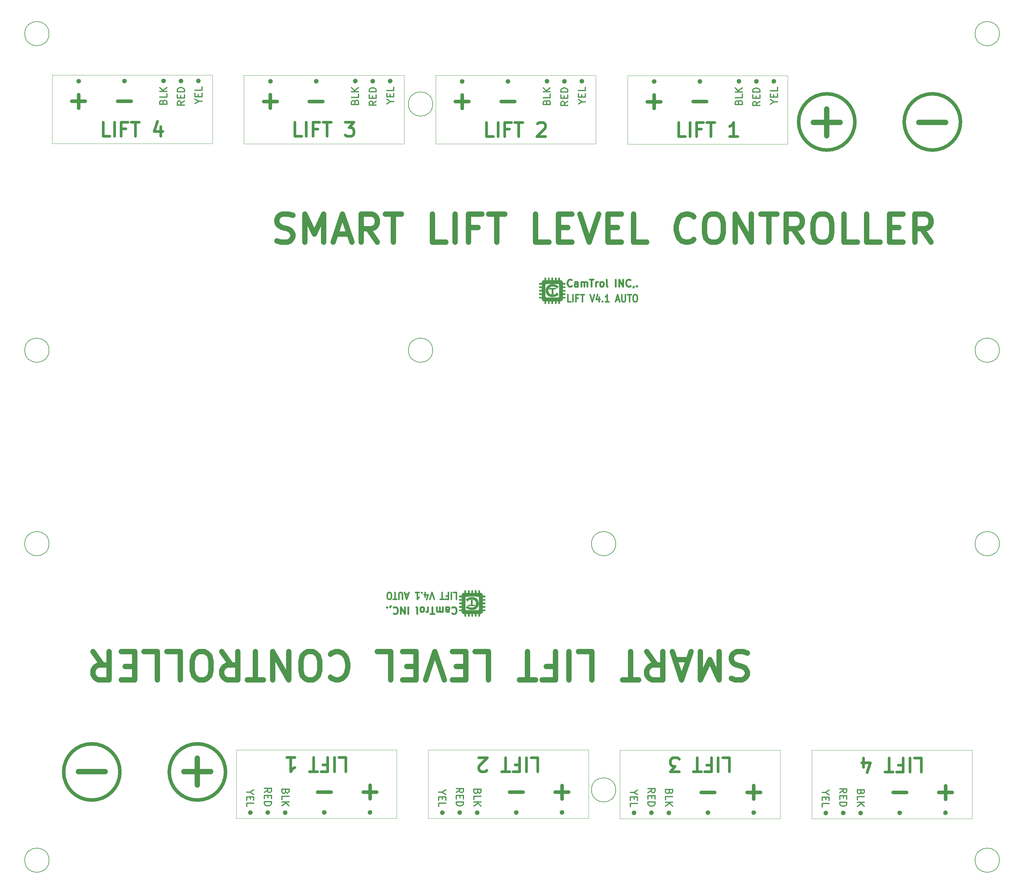
<source format=gbr>
%TF.GenerationSoftware,KiCad,Pcbnew,7.0.1*%
%TF.CreationDate,2023-05-27T10:06:56+09:00*%
%TF.ProjectId,Lift Cover Board,4c696674-2043-46f7-9665-7220426f6172,rev?*%
%TF.SameCoordinates,Original*%
%TF.FileFunction,Legend,Top*%
%TF.FilePolarity,Positive*%
%FSLAX46Y46*%
G04 Gerber Fmt 4.6, Leading zero omitted, Abs format (unit mm)*
G04 Created by KiCad (PCBNEW 7.0.1) date 2023-05-27 10:06:56*
%MOMM*%
%LPD*%
G01*
G04 APERTURE LIST*
%ADD10C,0.668276*%
%ADD11C,0.120000*%
%ADD12C,1.000000*%
%ADD13C,0.750000*%
%ADD14C,0.300000*%
%ADD15C,0.500000*%
%ADD16C,1.500000*%
%ADD17C,0.400000*%
%ADD18C,0.150000*%
%ADD19C,0.200000*%
%ADD20C,0.010000*%
G04 APERTURE END LIST*
D10*
X195404137Y-330257409D02*
G75*
G03*
X195404137Y-330257409I-334138J0D01*
G01*
X95204138Y-122250001D02*
G75*
G03*
X95204138Y-122250001I-334138J0D01*
G01*
X204144138Y-122342592D02*
G75*
G03*
X204144138Y-122342592I-334138J0D01*
G01*
D11*
X126659999Y-312391596D02*
X172179999Y-312391596D01*
X172179999Y-331861596D01*
X126659999Y-331861596D01*
X126659999Y-312391596D01*
D10*
X274739138Y-122340129D02*
G75*
G03*
X274739138Y-122340129I-334138J0D01*
G01*
X279684138Y-122307629D02*
G75*
G03*
X279684138Y-122307629I-334138J0D01*
G01*
X190449137Y-330215685D02*
G75*
G03*
X190449137Y-330215685I-334138J0D01*
G01*
D11*
X128800000Y-120618405D02*
X174320000Y-120618405D01*
X174320000Y-140088405D01*
X128800000Y-140088405D01*
X128800000Y-120618405D01*
D10*
X299389137Y-330308276D02*
G75*
G03*
X299389137Y-330308276I-334138J0D01*
G01*
X140864137Y-330241596D02*
G75*
G03*
X140864137Y-330241596I-334138J0D01*
G01*
D11*
X181199999Y-312407409D02*
X226719999Y-312407409D01*
X226719999Y-331877409D01*
X181199999Y-331877409D01*
X181199999Y-312407409D01*
X74320000Y-120570001D02*
X119840000Y-120570001D01*
X119840000Y-140040001D01*
X74320000Y-140040001D01*
X74320000Y-120570001D01*
D10*
X82204138Y-122261725D02*
G75*
G03*
X82204138Y-122261725I-334138J0D01*
G01*
X185504137Y-330248185D02*
G75*
G03*
X185504137Y-330248185I-334138J0D01*
G01*
X245684138Y-122370129D02*
G75*
G03*
X245684138Y-122370129I-334138J0D01*
G01*
X106304138Y-122190001D02*
G75*
G03*
X106304138Y-122190001I-334138J0D01*
G01*
X130964137Y-330232372D02*
G75*
G03*
X130964137Y-330232372I-334138J0D01*
G01*
X260964137Y-330241596D02*
G75*
G03*
X260964137Y-330241596I-334138J0D01*
G01*
X315444137Y-330290000D02*
G75*
G03*
X315444137Y-330290000I-334138J0D01*
G01*
X111259138Y-122231725D02*
G75*
G03*
X111259138Y-122231725I-334138J0D01*
G01*
X136684138Y-122310129D02*
G75*
G03*
X136684138Y-122310129I-334138J0D01*
G01*
X219504137Y-330185685D02*
G75*
G03*
X219504137Y-330185685I-334138J0D01*
G01*
X116204138Y-122199225D02*
G75*
G03*
X116204138Y-122199225I-334138J0D01*
G01*
X249864137Y-330301596D02*
G75*
G03*
X249864137Y-330301596I-334138J0D01*
G01*
X258684138Y-122358405D02*
G75*
G03*
X258684138Y-122358405I-334138J0D01*
G01*
X215244138Y-122282592D02*
G75*
G03*
X215244138Y-122282592I-334138J0D01*
G01*
X220199138Y-122324316D02*
G75*
G03*
X220199138Y-122324316I-334138J0D01*
G01*
X328444137Y-330278276D02*
G75*
G03*
X328444137Y-330278276I-334138J0D01*
G01*
X239964137Y-330292372D02*
G75*
G03*
X239964137Y-330292372I-334138J0D01*
G01*
D11*
X237800000Y-120678405D02*
X283320000Y-120678405D01*
X283320000Y-140148405D01*
X237800000Y-140148405D01*
X237800000Y-120678405D01*
D10*
X170684138Y-122247629D02*
G75*
G03*
X170684138Y-122247629I-334138J0D01*
G01*
X164964137Y-330169872D02*
G75*
G03*
X164964137Y-330169872I-334138J0D01*
G01*
D12*
X332390000Y-133870001D02*
G75*
G03*
X332390000Y-133870001I-8000000J0D01*
G01*
D10*
X294444137Y-330340776D02*
G75*
G03*
X294444137Y-330340776I-334138J0D01*
G01*
X149684138Y-122298405D02*
G75*
G03*
X149684138Y-122298405I-334138J0D01*
G01*
X206504137Y-330197409D02*
G75*
G03*
X206504137Y-330197409I-334138J0D01*
G01*
X160784138Y-122238405D02*
G75*
G03*
X160784138Y-122238405I-334138J0D01*
G01*
X269784138Y-122298405D02*
G75*
G03*
X269784138Y-122298405I-334138J0D01*
G01*
D12*
X93589999Y-318670000D02*
G75*
G03*
X93589999Y-318670000I-8000000J0D01*
G01*
D11*
X235659999Y-312451596D02*
X281179999Y-312451596D01*
X281179999Y-331921596D01*
X235659999Y-331921596D01*
X235659999Y-312451596D01*
D10*
X191144138Y-122354316D02*
G75*
G03*
X191144138Y-122354316I-334138J0D01*
G01*
X244909137Y-330259872D02*
G75*
G03*
X244909137Y-330259872I-334138J0D01*
G01*
X225144138Y-122291816D02*
G75*
G03*
X225144138Y-122291816I-334138J0D01*
G01*
X304344137Y-330350000D02*
G75*
G03*
X304344137Y-330350000I-334138J0D01*
G01*
D12*
X123589999Y-318670000D02*
G75*
G03*
X123589999Y-318670000I-8000000J0D01*
G01*
D10*
X273964137Y-330229872D02*
G75*
G03*
X273964137Y-330229872I-334138J0D01*
G01*
D12*
X302390000Y-133870001D02*
G75*
G03*
X302390000Y-133870001I-8000000J0D01*
G01*
D11*
X183260000Y-120662592D02*
X228780000Y-120662592D01*
X228780000Y-140132592D01*
X183260000Y-140132592D01*
X183260000Y-120662592D01*
D10*
X151964137Y-330181596D02*
G75*
G03*
X151964137Y-330181596I-334138J0D01*
G01*
X165739138Y-122280129D02*
G75*
G03*
X165739138Y-122280129I-334138J0D01*
G01*
D11*
X290139999Y-312500000D02*
X335659999Y-312500000D01*
X335659999Y-331970000D01*
X290139999Y-331970000D01*
X290139999Y-312500000D01*
D10*
X135909137Y-330199872D02*
G75*
G03*
X135909137Y-330199872I-334138J0D01*
G01*
D13*
X199629047Y-137973068D02*
X197724285Y-137973068D01*
X197724285Y-137973068D02*
X197724285Y-133973068D01*
X200962380Y-137973068D02*
X200962380Y-133973068D01*
X204200476Y-135877830D02*
X202867142Y-135877830D01*
X202867142Y-137973068D02*
X202867142Y-133973068D01*
X202867142Y-133973068D02*
X204771904Y-133973068D01*
X205724285Y-133973068D02*
X208009999Y-133973068D01*
X206867142Y-137973068D02*
X206867142Y-133973068D01*
X212200475Y-134354020D02*
X212390951Y-134163544D01*
X212390951Y-134163544D02*
X212771904Y-133973068D01*
X212771904Y-133973068D02*
X213724285Y-133973068D01*
X213724285Y-133973068D02*
X214105237Y-134163544D01*
X214105237Y-134163544D02*
X214295713Y-134354020D01*
X214295713Y-134354020D02*
X214486190Y-134734972D01*
X214486190Y-134734972D02*
X214486190Y-135115925D01*
X214486190Y-135115925D02*
X214295713Y-135687353D01*
X214295713Y-135687353D02*
X212009999Y-137973068D01*
X212009999Y-137973068D02*
X214486190Y-137973068D01*
D12*
X147425238Y-128055014D02*
X151234762Y-128055014D01*
D14*
X189144760Y-324516933D02*
X190097141Y-323850266D01*
X189144760Y-323374076D02*
X191144760Y-323374076D01*
X191144760Y-323374076D02*
X191144760Y-324135981D01*
X191144760Y-324135981D02*
X191049522Y-324326457D01*
X191049522Y-324326457D02*
X190954284Y-324421695D01*
X190954284Y-324421695D02*
X190763808Y-324516933D01*
X190763808Y-324516933D02*
X190478094Y-324516933D01*
X190478094Y-324516933D02*
X190287618Y-324421695D01*
X190287618Y-324421695D02*
X190192379Y-324326457D01*
X190192379Y-324326457D02*
X190097141Y-324135981D01*
X190097141Y-324135981D02*
X190097141Y-323374076D01*
X190192379Y-325374076D02*
X190192379Y-326040743D01*
X189144760Y-326326457D02*
X189144760Y-325374076D01*
X189144760Y-325374076D02*
X191144760Y-325374076D01*
X191144760Y-325374076D02*
X191144760Y-326326457D01*
X189144760Y-327183600D02*
X191144760Y-327183600D01*
X191144760Y-327183600D02*
X191144760Y-327659790D01*
X191144760Y-327659790D02*
X191049522Y-327945505D01*
X191049522Y-327945505D02*
X190859046Y-328135981D01*
X190859046Y-328135981D02*
X190668570Y-328231219D01*
X190668570Y-328231219D02*
X190287618Y-328326457D01*
X190287618Y-328326457D02*
X190001903Y-328326457D01*
X190001903Y-328326457D02*
X189620951Y-328231219D01*
X189620951Y-328231219D02*
X189430475Y-328135981D01*
X189430475Y-328135981D02*
X189239999Y-327945505D01*
X189239999Y-327945505D02*
X189144760Y-327659790D01*
X189144760Y-327659790D02*
X189144760Y-327183600D01*
D12*
X330034760Y-324521666D02*
X326225237Y-324521666D01*
X328129998Y-322616904D02*
X328129998Y-326426428D01*
X262554760Y-324484986D02*
X258745237Y-324484986D01*
X243425238Y-128126738D02*
X247234762Y-128126738D01*
X245330000Y-130031500D02*
X245330000Y-126221976D01*
D15*
X221995035Y-180525289D02*
X221899797Y-180620528D01*
X221899797Y-180620528D02*
X221614083Y-180715766D01*
X221614083Y-180715766D02*
X221423607Y-180715766D01*
X221423607Y-180715766D02*
X221137892Y-180620528D01*
X221137892Y-180620528D02*
X220947416Y-180430051D01*
X220947416Y-180430051D02*
X220852178Y-180239575D01*
X220852178Y-180239575D02*
X220756940Y-179858623D01*
X220756940Y-179858623D02*
X220756940Y-179572908D01*
X220756940Y-179572908D02*
X220852178Y-179191956D01*
X220852178Y-179191956D02*
X220947416Y-179001480D01*
X220947416Y-179001480D02*
X221137892Y-178811004D01*
X221137892Y-178811004D02*
X221423607Y-178715766D01*
X221423607Y-178715766D02*
X221614083Y-178715766D01*
X221614083Y-178715766D02*
X221899797Y-178811004D01*
X221899797Y-178811004D02*
X221995035Y-178906242D01*
X223709321Y-180715766D02*
X223709321Y-179668147D01*
X223709321Y-179668147D02*
X223614083Y-179477670D01*
X223614083Y-179477670D02*
X223423607Y-179382432D01*
X223423607Y-179382432D02*
X223042654Y-179382432D01*
X223042654Y-179382432D02*
X222852178Y-179477670D01*
X223709321Y-180620528D02*
X223518845Y-180715766D01*
X223518845Y-180715766D02*
X223042654Y-180715766D01*
X223042654Y-180715766D02*
X222852178Y-180620528D01*
X222852178Y-180620528D02*
X222756940Y-180430051D01*
X222756940Y-180430051D02*
X222756940Y-180239575D01*
X222756940Y-180239575D02*
X222852178Y-180049099D01*
X222852178Y-180049099D02*
X223042654Y-179953861D01*
X223042654Y-179953861D02*
X223518845Y-179953861D01*
X223518845Y-179953861D02*
X223709321Y-179858623D01*
X224661702Y-180715766D02*
X224661702Y-179382432D01*
X224661702Y-179572908D02*
X224756940Y-179477670D01*
X224756940Y-179477670D02*
X224947416Y-179382432D01*
X224947416Y-179382432D02*
X225233131Y-179382432D01*
X225233131Y-179382432D02*
X225423607Y-179477670D01*
X225423607Y-179477670D02*
X225518845Y-179668147D01*
X225518845Y-179668147D02*
X225518845Y-180715766D01*
X225518845Y-179668147D02*
X225614083Y-179477670D01*
X225614083Y-179477670D02*
X225804559Y-179382432D01*
X225804559Y-179382432D02*
X226090273Y-179382432D01*
X226090273Y-179382432D02*
X226280750Y-179477670D01*
X226280750Y-179477670D02*
X226375988Y-179668147D01*
X226375988Y-179668147D02*
X226375988Y-180715766D01*
X227042655Y-178715766D02*
X228185512Y-178715766D01*
X227614083Y-180715766D02*
X227614083Y-178715766D01*
X228852179Y-180715766D02*
X228852179Y-179382432D01*
X228852179Y-179763385D02*
X228947417Y-179572908D01*
X228947417Y-179572908D02*
X229042655Y-179477670D01*
X229042655Y-179477670D02*
X229233131Y-179382432D01*
X229233131Y-179382432D02*
X229423608Y-179382432D01*
X230375988Y-180715766D02*
X230185512Y-180620528D01*
X230185512Y-180620528D02*
X230090274Y-180525289D01*
X230090274Y-180525289D02*
X229995036Y-180334813D01*
X229995036Y-180334813D02*
X229995036Y-179763385D01*
X229995036Y-179763385D02*
X230090274Y-179572908D01*
X230090274Y-179572908D02*
X230185512Y-179477670D01*
X230185512Y-179477670D02*
X230375988Y-179382432D01*
X230375988Y-179382432D02*
X230661703Y-179382432D01*
X230661703Y-179382432D02*
X230852179Y-179477670D01*
X230852179Y-179477670D02*
X230947417Y-179572908D01*
X230947417Y-179572908D02*
X231042655Y-179763385D01*
X231042655Y-179763385D02*
X231042655Y-180334813D01*
X231042655Y-180334813D02*
X230947417Y-180525289D01*
X230947417Y-180525289D02*
X230852179Y-180620528D01*
X230852179Y-180620528D02*
X230661703Y-180715766D01*
X230661703Y-180715766D02*
X230375988Y-180715766D01*
X232185512Y-180715766D02*
X231995036Y-180620528D01*
X231995036Y-180620528D02*
X231899798Y-180430051D01*
X231899798Y-180430051D02*
X231899798Y-178715766D01*
X234471227Y-180715766D02*
X234471227Y-178715766D01*
X235423608Y-180715766D02*
X235423608Y-178715766D01*
X235423608Y-178715766D02*
X236566465Y-180715766D01*
X236566465Y-180715766D02*
X236566465Y-178715766D01*
X238661703Y-180525289D02*
X238566465Y-180620528D01*
X238566465Y-180620528D02*
X238280751Y-180715766D01*
X238280751Y-180715766D02*
X238090275Y-180715766D01*
X238090275Y-180715766D02*
X237804560Y-180620528D01*
X237804560Y-180620528D02*
X237614084Y-180430051D01*
X237614084Y-180430051D02*
X237518846Y-180239575D01*
X237518846Y-180239575D02*
X237423608Y-179858623D01*
X237423608Y-179858623D02*
X237423608Y-179572908D01*
X237423608Y-179572908D02*
X237518846Y-179191956D01*
X237518846Y-179191956D02*
X237614084Y-179001480D01*
X237614084Y-179001480D02*
X237804560Y-178811004D01*
X237804560Y-178811004D02*
X238090275Y-178715766D01*
X238090275Y-178715766D02*
X238280751Y-178715766D01*
X238280751Y-178715766D02*
X238566465Y-178811004D01*
X238566465Y-178811004D02*
X238661703Y-178906242D01*
X239614084Y-180620528D02*
X239614084Y-180715766D01*
X239614084Y-180715766D02*
X239518846Y-180906242D01*
X239518846Y-180906242D02*
X239423608Y-181001480D01*
X240471227Y-180525289D02*
X240566465Y-180620528D01*
X240566465Y-180620528D02*
X240471227Y-180715766D01*
X240471227Y-180715766D02*
X240375989Y-180620528D01*
X240375989Y-180620528D02*
X240471227Y-180525289D01*
X240471227Y-180525289D02*
X240471227Y-180715766D01*
D13*
X90689047Y-137880477D02*
X88784285Y-137880477D01*
X88784285Y-137880477D02*
X88784285Y-133880477D01*
X92022380Y-137880477D02*
X92022380Y-133880477D01*
X95260476Y-135785239D02*
X93927142Y-135785239D01*
X93927142Y-137880477D02*
X93927142Y-133880477D01*
X93927142Y-133880477D02*
X95831904Y-133880477D01*
X96784285Y-133880477D02*
X99069999Y-133880477D01*
X97927142Y-137880477D02*
X97927142Y-133880477D01*
X105165237Y-135213810D02*
X105165237Y-137880477D01*
X104212856Y-133690001D02*
X103260475Y-136547143D01*
X103260475Y-136547143D02*
X105736666Y-136547143D01*
D14*
X214787619Y-128267058D02*
X214882857Y-127981344D01*
X214882857Y-127981344D02*
X214978095Y-127886106D01*
X214978095Y-127886106D02*
X215168571Y-127790868D01*
X215168571Y-127790868D02*
X215454285Y-127790868D01*
X215454285Y-127790868D02*
X215644761Y-127886106D01*
X215644761Y-127886106D02*
X215740000Y-127981344D01*
X215740000Y-127981344D02*
X215835238Y-128171820D01*
X215835238Y-128171820D02*
X215835238Y-128933725D01*
X215835238Y-128933725D02*
X213835238Y-128933725D01*
X213835238Y-128933725D02*
X213835238Y-128267058D01*
X213835238Y-128267058D02*
X213930476Y-128076582D01*
X213930476Y-128076582D02*
X214025714Y-127981344D01*
X214025714Y-127981344D02*
X214216190Y-127886106D01*
X214216190Y-127886106D02*
X214406666Y-127886106D01*
X214406666Y-127886106D02*
X214597142Y-127981344D01*
X214597142Y-127981344D02*
X214692380Y-128076582D01*
X214692380Y-128076582D02*
X214787619Y-128267058D01*
X214787619Y-128267058D02*
X214787619Y-128933725D01*
X215835238Y-125981344D02*
X215835238Y-126933725D01*
X215835238Y-126933725D02*
X213835238Y-126933725D01*
X215835238Y-125314677D02*
X213835238Y-125314677D01*
X215835238Y-124171820D02*
X214692380Y-125028963D01*
X213835238Y-124171820D02*
X214978095Y-125314677D01*
D16*
X119399522Y-318554008D02*
X111780475Y-318554008D01*
X115589998Y-314744484D02*
X115589998Y-322363532D01*
D12*
X153554760Y-324424986D02*
X149745237Y-324424986D01*
D14*
X160327619Y-128222871D02*
X160422857Y-127937157D01*
X160422857Y-127937157D02*
X160518095Y-127841919D01*
X160518095Y-127841919D02*
X160708571Y-127746681D01*
X160708571Y-127746681D02*
X160994285Y-127746681D01*
X160994285Y-127746681D02*
X161184761Y-127841919D01*
X161184761Y-127841919D02*
X161280000Y-127937157D01*
X161280000Y-127937157D02*
X161375238Y-128127633D01*
X161375238Y-128127633D02*
X161375238Y-128889538D01*
X161375238Y-128889538D02*
X159375238Y-128889538D01*
X159375238Y-128889538D02*
X159375238Y-128222871D01*
X159375238Y-128222871D02*
X159470476Y-128032395D01*
X159470476Y-128032395D02*
X159565714Y-127937157D01*
X159565714Y-127937157D02*
X159756190Y-127841919D01*
X159756190Y-127841919D02*
X159946666Y-127841919D01*
X159946666Y-127841919D02*
X160137142Y-127937157D01*
X160137142Y-127937157D02*
X160232380Y-128032395D01*
X160232380Y-128032395D02*
X160327619Y-128222871D01*
X160327619Y-128222871D02*
X160327619Y-128889538D01*
X161375238Y-125937157D02*
X161375238Y-126889538D01*
X161375238Y-126889538D02*
X159375238Y-126889538D01*
X161375238Y-125270490D02*
X159375238Y-125270490D01*
X161375238Y-124127633D02*
X160232380Y-124984776D01*
X159375238Y-124127633D02*
X160518095Y-125270490D01*
X105847619Y-128174467D02*
X105942857Y-127888753D01*
X105942857Y-127888753D02*
X106038095Y-127793515D01*
X106038095Y-127793515D02*
X106228571Y-127698277D01*
X106228571Y-127698277D02*
X106514285Y-127698277D01*
X106514285Y-127698277D02*
X106704761Y-127793515D01*
X106704761Y-127793515D02*
X106800000Y-127888753D01*
X106800000Y-127888753D02*
X106895238Y-128079229D01*
X106895238Y-128079229D02*
X106895238Y-128841134D01*
X106895238Y-128841134D02*
X104895238Y-128841134D01*
X104895238Y-128841134D02*
X104895238Y-128174467D01*
X104895238Y-128174467D02*
X104990476Y-127983991D01*
X104990476Y-127983991D02*
X105085714Y-127888753D01*
X105085714Y-127888753D02*
X105276190Y-127793515D01*
X105276190Y-127793515D02*
X105466666Y-127793515D01*
X105466666Y-127793515D02*
X105657142Y-127888753D01*
X105657142Y-127888753D02*
X105752380Y-127983991D01*
X105752380Y-127983991D02*
X105847619Y-128174467D01*
X105847619Y-128174467D02*
X105847619Y-128841134D01*
X106895238Y-125888753D02*
X106895238Y-126841134D01*
X106895238Y-126841134D02*
X104895238Y-126841134D01*
X106895238Y-125222086D02*
X104895238Y-125222086D01*
X106895238Y-124079229D02*
X105752380Y-124936372D01*
X104895238Y-124079229D02*
X106038095Y-125222086D01*
X304132379Y-324365533D02*
X304037141Y-324651247D01*
X304037141Y-324651247D02*
X303941903Y-324746485D01*
X303941903Y-324746485D02*
X303751427Y-324841723D01*
X303751427Y-324841723D02*
X303465713Y-324841723D01*
X303465713Y-324841723D02*
X303275237Y-324746485D01*
X303275237Y-324746485D02*
X303179999Y-324651247D01*
X303179999Y-324651247D02*
X303084760Y-324460771D01*
X303084760Y-324460771D02*
X303084760Y-323698866D01*
X303084760Y-323698866D02*
X305084760Y-323698866D01*
X305084760Y-323698866D02*
X305084760Y-324365533D01*
X305084760Y-324365533D02*
X304989522Y-324556009D01*
X304989522Y-324556009D02*
X304894284Y-324651247D01*
X304894284Y-324651247D02*
X304703808Y-324746485D01*
X304703808Y-324746485D02*
X304513332Y-324746485D01*
X304513332Y-324746485D02*
X304322856Y-324651247D01*
X304322856Y-324651247D02*
X304227618Y-324556009D01*
X304227618Y-324556009D02*
X304132379Y-324365533D01*
X304132379Y-324365533D02*
X304132379Y-323698866D01*
X303084760Y-326651247D02*
X303084760Y-325698866D01*
X303084760Y-325698866D02*
X305084760Y-325698866D01*
X303084760Y-327317914D02*
X305084760Y-327317914D01*
X303084760Y-328460771D02*
X304227618Y-327603628D01*
X305084760Y-328460771D02*
X303941903Y-327317914D01*
D12*
X256425238Y-128115014D02*
X260234762Y-128115014D01*
D14*
X298084760Y-324609524D02*
X299037141Y-323942857D01*
X298084760Y-323466667D02*
X300084760Y-323466667D01*
X300084760Y-323466667D02*
X300084760Y-324228572D01*
X300084760Y-324228572D02*
X299989522Y-324419048D01*
X299989522Y-324419048D02*
X299894284Y-324514286D01*
X299894284Y-324514286D02*
X299703808Y-324609524D01*
X299703808Y-324609524D02*
X299418094Y-324609524D01*
X299418094Y-324609524D02*
X299227618Y-324514286D01*
X299227618Y-324514286D02*
X299132379Y-324419048D01*
X299132379Y-324419048D02*
X299037141Y-324228572D01*
X299037141Y-324228572D02*
X299037141Y-323466667D01*
X299132379Y-325466667D02*
X299132379Y-326133334D01*
X298084760Y-326419048D02*
X298084760Y-325466667D01*
X298084760Y-325466667D02*
X300084760Y-325466667D01*
X300084760Y-325466667D02*
X300084760Y-326419048D01*
X298084760Y-327276191D02*
X300084760Y-327276191D01*
X300084760Y-327276191D02*
X300084760Y-327752381D01*
X300084760Y-327752381D02*
X299989522Y-328038096D01*
X299989522Y-328038096D02*
X299799046Y-328228572D01*
X299799046Y-328228572D02*
X299608570Y-328323810D01*
X299608570Y-328323810D02*
X299227618Y-328419048D01*
X299227618Y-328419048D02*
X298941903Y-328419048D01*
X298941903Y-328419048D02*
X298560951Y-328323810D01*
X298560951Y-328323810D02*
X298370475Y-328228572D01*
X298370475Y-328228572D02*
X298179999Y-328038096D01*
X298179999Y-328038096D02*
X298084760Y-327752381D01*
X298084760Y-327752381D02*
X298084760Y-327276191D01*
D12*
X188885238Y-128110925D02*
X192694762Y-128110925D01*
X190790000Y-130015687D02*
X190790000Y-126206163D01*
D17*
X188318296Y-267574234D02*
X189175439Y-267574234D01*
X189175439Y-267574234D02*
X189175439Y-269574234D01*
X187718296Y-267574234D02*
X187718296Y-269574234D01*
X186261153Y-268621853D02*
X186861153Y-268621853D01*
X186861153Y-267574234D02*
X186861153Y-269574234D01*
X186861153Y-269574234D02*
X186004010Y-269574234D01*
X185575439Y-269574234D02*
X184546868Y-269574234D01*
X185061153Y-267574234D02*
X185061153Y-269574234D01*
X182832581Y-269574234D02*
X182232581Y-267574234D01*
X182232581Y-267574234D02*
X181632581Y-269574234D01*
X180261153Y-268907568D02*
X180261153Y-267574234D01*
X180689724Y-269669473D02*
X181118295Y-268240901D01*
X181118295Y-268240901D02*
X180004010Y-268240901D01*
X179318295Y-267764711D02*
X179232581Y-267669473D01*
X179232581Y-267669473D02*
X179318295Y-267574234D01*
X179318295Y-267574234D02*
X179404009Y-267669473D01*
X179404009Y-267669473D02*
X179318295Y-267764711D01*
X179318295Y-267764711D02*
X179318295Y-267574234D01*
X177518295Y-267574234D02*
X178546866Y-267574234D01*
X178032581Y-267574234D02*
X178032581Y-269574234D01*
X178032581Y-269574234D02*
X178204009Y-269288520D01*
X178204009Y-269288520D02*
X178375438Y-269098044D01*
X178375438Y-269098044D02*
X178546866Y-269002806D01*
X175461151Y-268145663D02*
X174604009Y-268145663D01*
X175632580Y-267574234D02*
X175032580Y-269574234D01*
X175032580Y-269574234D02*
X174432580Y-267574234D01*
X173832580Y-269574234D02*
X173832580Y-267955187D01*
X173832580Y-267955187D02*
X173746866Y-267764711D01*
X173746866Y-267764711D02*
X173661152Y-267669473D01*
X173661152Y-267669473D02*
X173489723Y-267574234D01*
X173489723Y-267574234D02*
X173146866Y-267574234D01*
X173146866Y-267574234D02*
X172975437Y-267669473D01*
X172975437Y-267669473D02*
X172889723Y-267764711D01*
X172889723Y-267764711D02*
X172804009Y-267955187D01*
X172804009Y-267955187D02*
X172804009Y-269574234D01*
X172204009Y-269574234D02*
X171175438Y-269574234D01*
X171689723Y-267574234D02*
X171689723Y-269574234D01*
X170232580Y-269574234D02*
X169889723Y-269574234D01*
X169889723Y-269574234D02*
X169718294Y-269478996D01*
X169718294Y-269478996D02*
X169546866Y-269288520D01*
X169546866Y-269288520D02*
X169461151Y-268907568D01*
X169461151Y-268907568D02*
X169461151Y-268240901D01*
X169461151Y-268240901D02*
X169546866Y-267859949D01*
X169546866Y-267859949D02*
X169718294Y-267669473D01*
X169718294Y-267669473D02*
X169889723Y-267574234D01*
X169889723Y-267574234D02*
X170232580Y-267574234D01*
X170232580Y-267574234D02*
X170404009Y-267669473D01*
X170404009Y-267669473D02*
X170575437Y-267859949D01*
X170575437Y-267859949D02*
X170661151Y-268240901D01*
X170661151Y-268240901D02*
X170661151Y-268907568D01*
X170661151Y-268907568D02*
X170575437Y-269288520D01*
X170575437Y-269288520D02*
X170404009Y-269478996D01*
X170404009Y-269478996D02*
X170232580Y-269574234D01*
D14*
X269327619Y-128282871D02*
X269422857Y-127997157D01*
X269422857Y-127997157D02*
X269518095Y-127901919D01*
X269518095Y-127901919D02*
X269708571Y-127806681D01*
X269708571Y-127806681D02*
X269994285Y-127806681D01*
X269994285Y-127806681D02*
X270184761Y-127901919D01*
X270184761Y-127901919D02*
X270280000Y-127997157D01*
X270280000Y-127997157D02*
X270375238Y-128187633D01*
X270375238Y-128187633D02*
X270375238Y-128949538D01*
X270375238Y-128949538D02*
X268375238Y-128949538D01*
X268375238Y-128949538D02*
X268375238Y-128282871D01*
X268375238Y-128282871D02*
X268470476Y-128092395D01*
X268470476Y-128092395D02*
X268565714Y-127997157D01*
X268565714Y-127997157D02*
X268756190Y-127901919D01*
X268756190Y-127901919D02*
X268946666Y-127901919D01*
X268946666Y-127901919D02*
X269137142Y-127997157D01*
X269137142Y-127997157D02*
X269232380Y-128092395D01*
X269232380Y-128092395D02*
X269327619Y-128282871D01*
X269327619Y-128282871D02*
X269327619Y-128949538D01*
X270375238Y-125997157D02*
X270375238Y-126949538D01*
X270375238Y-126949538D02*
X268375238Y-126949538D01*
X270375238Y-125330490D02*
X268375238Y-125330490D01*
X270375238Y-124187633D02*
X269232380Y-125044776D01*
X268375238Y-124187633D02*
X269518095Y-125330490D01*
D16*
X271842377Y-284850000D02*
X270699520Y-284469047D01*
X270699520Y-284469047D02*
X268794758Y-284469047D01*
X268794758Y-284469047D02*
X268032853Y-284850000D01*
X268032853Y-284850000D02*
X267651901Y-285230952D01*
X267651901Y-285230952D02*
X267270948Y-285992857D01*
X267270948Y-285992857D02*
X267270948Y-286754761D01*
X267270948Y-286754761D02*
X267651901Y-287516666D01*
X267651901Y-287516666D02*
X268032853Y-287897619D01*
X268032853Y-287897619D02*
X268794758Y-288278571D01*
X268794758Y-288278571D02*
X270318567Y-288659523D01*
X270318567Y-288659523D02*
X271080472Y-289040476D01*
X271080472Y-289040476D02*
X271461425Y-289421428D01*
X271461425Y-289421428D02*
X271842377Y-290183333D01*
X271842377Y-290183333D02*
X271842377Y-290945238D01*
X271842377Y-290945238D02*
X271461425Y-291707142D01*
X271461425Y-291707142D02*
X271080472Y-292088095D01*
X271080472Y-292088095D02*
X270318567Y-292469047D01*
X270318567Y-292469047D02*
X268413806Y-292469047D01*
X268413806Y-292469047D02*
X267270948Y-292088095D01*
X263842377Y-284469047D02*
X263842377Y-292469047D01*
X263842377Y-292469047D02*
X261175710Y-286754761D01*
X261175710Y-286754761D02*
X258509043Y-292469047D01*
X258509043Y-292469047D02*
X258509043Y-284469047D01*
X255080472Y-286754761D02*
X251270948Y-286754761D01*
X255842377Y-284469047D02*
X253175710Y-292469047D01*
X253175710Y-292469047D02*
X250509043Y-284469047D01*
X243270948Y-284469047D02*
X245937615Y-288278571D01*
X247842377Y-284469047D02*
X247842377Y-292469047D01*
X247842377Y-292469047D02*
X244794758Y-292469047D01*
X244794758Y-292469047D02*
X244032853Y-292088095D01*
X244032853Y-292088095D02*
X243651900Y-291707142D01*
X243651900Y-291707142D02*
X243270948Y-290945238D01*
X243270948Y-290945238D02*
X243270948Y-289802380D01*
X243270948Y-289802380D02*
X243651900Y-289040476D01*
X243651900Y-289040476D02*
X244032853Y-288659523D01*
X244032853Y-288659523D02*
X244794758Y-288278571D01*
X244794758Y-288278571D02*
X247842377Y-288278571D01*
X240985234Y-292469047D02*
X236413805Y-292469047D01*
X238699519Y-284469047D02*
X238699519Y-292469047D01*
X223842377Y-284469047D02*
X227651901Y-284469047D01*
X227651901Y-284469047D02*
X227651901Y-292469047D01*
X221175711Y-284469047D02*
X221175711Y-292469047D01*
X214699520Y-288659523D02*
X217366187Y-288659523D01*
X217366187Y-284469047D02*
X217366187Y-292469047D01*
X217366187Y-292469047D02*
X213556663Y-292469047D01*
X211651901Y-292469047D02*
X207080472Y-292469047D01*
X209366186Y-284469047D02*
X209366186Y-292469047D01*
X194509044Y-284469047D02*
X198318568Y-284469047D01*
X198318568Y-284469047D02*
X198318568Y-292469047D01*
X191842378Y-288659523D02*
X189175711Y-288659523D01*
X188032854Y-284469047D02*
X191842378Y-284469047D01*
X191842378Y-284469047D02*
X191842378Y-292469047D01*
X191842378Y-292469047D02*
X188032854Y-292469047D01*
X185747140Y-292469047D02*
X183080473Y-284469047D01*
X183080473Y-284469047D02*
X180413806Y-292469047D01*
X177747140Y-288659523D02*
X175080473Y-288659523D01*
X173937616Y-284469047D02*
X177747140Y-284469047D01*
X177747140Y-284469047D02*
X177747140Y-292469047D01*
X177747140Y-292469047D02*
X173937616Y-292469047D01*
X166699521Y-284469047D02*
X170509045Y-284469047D01*
X170509045Y-284469047D02*
X170509045Y-292469047D01*
X153366188Y-285230952D02*
X153747140Y-284850000D01*
X153747140Y-284850000D02*
X154889998Y-284469047D01*
X154889998Y-284469047D02*
X155651902Y-284469047D01*
X155651902Y-284469047D02*
X156794759Y-284850000D01*
X156794759Y-284850000D02*
X157556664Y-285611904D01*
X157556664Y-285611904D02*
X157937617Y-286373809D01*
X157937617Y-286373809D02*
X158318569Y-287897619D01*
X158318569Y-287897619D02*
X158318569Y-289040476D01*
X158318569Y-289040476D02*
X157937617Y-290564285D01*
X157937617Y-290564285D02*
X157556664Y-291326190D01*
X157556664Y-291326190D02*
X156794759Y-292088095D01*
X156794759Y-292088095D02*
X155651902Y-292469047D01*
X155651902Y-292469047D02*
X154889998Y-292469047D01*
X154889998Y-292469047D02*
X153747140Y-292088095D01*
X153747140Y-292088095D02*
X153366188Y-291707142D01*
X148413807Y-292469047D02*
X146889998Y-292469047D01*
X146889998Y-292469047D02*
X146128093Y-292088095D01*
X146128093Y-292088095D02*
X145366188Y-291326190D01*
X145366188Y-291326190D02*
X144985236Y-289802380D01*
X144985236Y-289802380D02*
X144985236Y-287135714D01*
X144985236Y-287135714D02*
X145366188Y-285611904D01*
X145366188Y-285611904D02*
X146128093Y-284850000D01*
X146128093Y-284850000D02*
X146889998Y-284469047D01*
X146889998Y-284469047D02*
X148413807Y-284469047D01*
X148413807Y-284469047D02*
X149175712Y-284850000D01*
X149175712Y-284850000D02*
X149937617Y-285611904D01*
X149937617Y-285611904D02*
X150318569Y-287135714D01*
X150318569Y-287135714D02*
X150318569Y-289802380D01*
X150318569Y-289802380D02*
X149937617Y-291326190D01*
X149937617Y-291326190D02*
X149175712Y-292088095D01*
X149175712Y-292088095D02*
X148413807Y-292469047D01*
X141556665Y-284469047D02*
X141556665Y-292469047D01*
X141556665Y-292469047D02*
X136985236Y-284469047D01*
X136985236Y-284469047D02*
X136985236Y-292469047D01*
X134318570Y-292469047D02*
X129747141Y-292469047D01*
X132032855Y-284469047D02*
X132032855Y-292469047D01*
X122509046Y-284469047D02*
X125175713Y-288278571D01*
X127080475Y-284469047D02*
X127080475Y-292469047D01*
X127080475Y-292469047D02*
X124032856Y-292469047D01*
X124032856Y-292469047D02*
X123270951Y-292088095D01*
X123270951Y-292088095D02*
X122889998Y-291707142D01*
X122889998Y-291707142D02*
X122509046Y-290945238D01*
X122509046Y-290945238D02*
X122509046Y-289802380D01*
X122509046Y-289802380D02*
X122889998Y-289040476D01*
X122889998Y-289040476D02*
X123270951Y-288659523D01*
X123270951Y-288659523D02*
X124032856Y-288278571D01*
X124032856Y-288278571D02*
X127080475Y-288278571D01*
X117556665Y-292469047D02*
X116032856Y-292469047D01*
X116032856Y-292469047D02*
X115270951Y-292088095D01*
X115270951Y-292088095D02*
X114509046Y-291326190D01*
X114509046Y-291326190D02*
X114128094Y-289802380D01*
X114128094Y-289802380D02*
X114128094Y-287135714D01*
X114128094Y-287135714D02*
X114509046Y-285611904D01*
X114509046Y-285611904D02*
X115270951Y-284850000D01*
X115270951Y-284850000D02*
X116032856Y-284469047D01*
X116032856Y-284469047D02*
X117556665Y-284469047D01*
X117556665Y-284469047D02*
X118318570Y-284850000D01*
X118318570Y-284850000D02*
X119080475Y-285611904D01*
X119080475Y-285611904D02*
X119461427Y-287135714D01*
X119461427Y-287135714D02*
X119461427Y-289802380D01*
X119461427Y-289802380D02*
X119080475Y-291326190D01*
X119080475Y-291326190D02*
X118318570Y-292088095D01*
X118318570Y-292088095D02*
X117556665Y-292469047D01*
X106889999Y-284469047D02*
X110699523Y-284469047D01*
X110699523Y-284469047D02*
X110699523Y-292469047D01*
X100413809Y-284469047D02*
X104223333Y-284469047D01*
X104223333Y-284469047D02*
X104223333Y-292469047D01*
X97747143Y-288659523D02*
X95080476Y-288659523D01*
X93937619Y-284469047D02*
X97747143Y-284469047D01*
X97747143Y-284469047D02*
X97747143Y-292469047D01*
X97747143Y-292469047D02*
X93937619Y-292469047D01*
X85937619Y-284469047D02*
X88604286Y-288278571D01*
X90509048Y-284469047D02*
X90509048Y-292469047D01*
X90509048Y-292469047D02*
X87461429Y-292469047D01*
X87461429Y-292469047D02*
X86699524Y-292088095D01*
X86699524Y-292088095D02*
X86318571Y-291707142D01*
X86318571Y-291707142D02*
X85937619Y-290945238D01*
X85937619Y-290945238D02*
X85937619Y-289802380D01*
X85937619Y-289802380D02*
X86318571Y-289040476D01*
X86318571Y-289040476D02*
X86699524Y-288659523D01*
X86699524Y-288659523D02*
X87461429Y-288278571D01*
X87461429Y-288278571D02*
X90509048Y-288278571D01*
D14*
X185097141Y-324421693D02*
X184144760Y-324421693D01*
X186144760Y-323755027D02*
X185097141Y-324421693D01*
X185097141Y-324421693D02*
X186144760Y-325088360D01*
X185192379Y-325755027D02*
X185192379Y-326421694D01*
X184144760Y-326707408D02*
X184144760Y-325755027D01*
X184144760Y-325755027D02*
X186144760Y-325755027D01*
X186144760Y-325755027D02*
X186144760Y-326707408D01*
X184144760Y-328516932D02*
X184144760Y-327564551D01*
X184144760Y-327564551D02*
X186144760Y-327564551D01*
X130557141Y-324405880D02*
X129604760Y-324405880D01*
X131604760Y-323739214D02*
X130557141Y-324405880D01*
X130557141Y-324405880D02*
X131604760Y-325072547D01*
X130652379Y-325739214D02*
X130652379Y-326405881D01*
X129604760Y-326691595D02*
X129604760Y-325739214D01*
X129604760Y-325739214D02*
X131604760Y-325739214D01*
X131604760Y-325739214D02*
X131604760Y-326691595D01*
X129604760Y-328501119D02*
X129604760Y-327548738D01*
X129604760Y-327548738D02*
X131604760Y-327548738D01*
X239557141Y-324465880D02*
X238604760Y-324465880D01*
X240604760Y-323799214D02*
X239557141Y-324465880D01*
X239557141Y-324465880D02*
X240604760Y-325132547D01*
X239652379Y-325799214D02*
X239652379Y-326465881D01*
X238604760Y-326751595D02*
X238604760Y-325799214D01*
X238604760Y-325799214D02*
X240604760Y-325799214D01*
X240604760Y-325799214D02*
X240604760Y-326751595D01*
X238604760Y-328561119D02*
X238604760Y-327608738D01*
X238604760Y-327608738D02*
X240604760Y-327608738D01*
D18*
D12*
X221094760Y-324429075D02*
X217285237Y-324429075D01*
X219189998Y-322524313D02*
X219189998Y-326333837D01*
D14*
X166375238Y-127978880D02*
X165422857Y-128645547D01*
X166375238Y-129121737D02*
X164375238Y-129121737D01*
X164375238Y-129121737D02*
X164375238Y-128359832D01*
X164375238Y-128359832D02*
X164470476Y-128169356D01*
X164470476Y-128169356D02*
X164565714Y-128074118D01*
X164565714Y-128074118D02*
X164756190Y-127978880D01*
X164756190Y-127978880D02*
X165041904Y-127978880D01*
X165041904Y-127978880D02*
X165232380Y-128074118D01*
X165232380Y-128074118D02*
X165327619Y-128169356D01*
X165327619Y-128169356D02*
X165422857Y-128359832D01*
X165422857Y-128359832D02*
X165422857Y-129121737D01*
X165327619Y-127121737D02*
X165327619Y-126455070D01*
X166375238Y-126169356D02*
X166375238Y-127121737D01*
X166375238Y-127121737D02*
X164375238Y-127121737D01*
X164375238Y-127121737D02*
X164375238Y-126169356D01*
X166375238Y-125312213D02*
X164375238Y-125312213D01*
X164375238Y-125312213D02*
X164375238Y-124836023D01*
X164375238Y-124836023D02*
X164470476Y-124550308D01*
X164470476Y-124550308D02*
X164660952Y-124359832D01*
X164660952Y-124359832D02*
X164851428Y-124264594D01*
X164851428Y-124264594D02*
X165232380Y-124169356D01*
X165232380Y-124169356D02*
X165518095Y-124169356D01*
X165518095Y-124169356D02*
X165899047Y-124264594D01*
X165899047Y-124264594D02*
X166089523Y-124359832D01*
X166089523Y-124359832D02*
X166280000Y-124550308D01*
X166280000Y-124550308D02*
X166375238Y-124836023D01*
X166375238Y-124836023D02*
X166375238Y-125312213D01*
D16*
X138137621Y-167690001D02*
X139280478Y-168070953D01*
X139280478Y-168070953D02*
X141185240Y-168070953D01*
X141185240Y-168070953D02*
X141947145Y-167690001D01*
X141947145Y-167690001D02*
X142328097Y-167309048D01*
X142328097Y-167309048D02*
X142709050Y-166547143D01*
X142709050Y-166547143D02*
X142709050Y-165785239D01*
X142709050Y-165785239D02*
X142328097Y-165023334D01*
X142328097Y-165023334D02*
X141947145Y-164642381D01*
X141947145Y-164642381D02*
X141185240Y-164261429D01*
X141185240Y-164261429D02*
X139661431Y-163880477D01*
X139661431Y-163880477D02*
X138899526Y-163499524D01*
X138899526Y-163499524D02*
X138518573Y-163118572D01*
X138518573Y-163118572D02*
X138137621Y-162356667D01*
X138137621Y-162356667D02*
X138137621Y-161594762D01*
X138137621Y-161594762D02*
X138518573Y-160832858D01*
X138518573Y-160832858D02*
X138899526Y-160451905D01*
X138899526Y-160451905D02*
X139661431Y-160070953D01*
X139661431Y-160070953D02*
X141566192Y-160070953D01*
X141566192Y-160070953D02*
X142709050Y-160451905D01*
X146137621Y-168070953D02*
X146137621Y-160070953D01*
X146137621Y-160070953D02*
X148804288Y-165785239D01*
X148804288Y-165785239D02*
X151470955Y-160070953D01*
X151470955Y-160070953D02*
X151470955Y-168070953D01*
X154899526Y-165785239D02*
X158709050Y-165785239D01*
X154137621Y-168070953D02*
X156804288Y-160070953D01*
X156804288Y-160070953D02*
X159470955Y-168070953D01*
X166709050Y-168070953D02*
X164042383Y-164261429D01*
X162137621Y-168070953D02*
X162137621Y-160070953D01*
X162137621Y-160070953D02*
X165185240Y-160070953D01*
X165185240Y-160070953D02*
X165947145Y-160451905D01*
X165947145Y-160451905D02*
X166328098Y-160832858D01*
X166328098Y-160832858D02*
X166709050Y-161594762D01*
X166709050Y-161594762D02*
X166709050Y-162737620D01*
X166709050Y-162737620D02*
X166328098Y-163499524D01*
X166328098Y-163499524D02*
X165947145Y-163880477D01*
X165947145Y-163880477D02*
X165185240Y-164261429D01*
X165185240Y-164261429D02*
X162137621Y-164261429D01*
X168994764Y-160070953D02*
X173566193Y-160070953D01*
X171280479Y-168070953D02*
X171280479Y-160070953D01*
X186137621Y-168070953D02*
X182328097Y-168070953D01*
X182328097Y-168070953D02*
X182328097Y-160070953D01*
X188804287Y-168070953D02*
X188804287Y-160070953D01*
X195280478Y-163880477D02*
X192613811Y-163880477D01*
X192613811Y-168070953D02*
X192613811Y-160070953D01*
X192613811Y-160070953D02*
X196423335Y-160070953D01*
X198328097Y-160070953D02*
X202899526Y-160070953D01*
X200613812Y-168070953D02*
X200613812Y-160070953D01*
X215470954Y-168070953D02*
X211661430Y-168070953D01*
X211661430Y-168070953D02*
X211661430Y-160070953D01*
X218137620Y-163880477D02*
X220804287Y-163880477D01*
X221947144Y-168070953D02*
X218137620Y-168070953D01*
X218137620Y-168070953D02*
X218137620Y-160070953D01*
X218137620Y-160070953D02*
X221947144Y-160070953D01*
X224232858Y-160070953D02*
X226899525Y-168070953D01*
X226899525Y-168070953D02*
X229566192Y-160070953D01*
X232232858Y-163880477D02*
X234899525Y-163880477D01*
X236042382Y-168070953D02*
X232232858Y-168070953D01*
X232232858Y-168070953D02*
X232232858Y-160070953D01*
X232232858Y-160070953D02*
X236042382Y-160070953D01*
X243280477Y-168070953D02*
X239470953Y-168070953D01*
X239470953Y-168070953D02*
X239470953Y-160070953D01*
X256613810Y-167309048D02*
X256232858Y-167690001D01*
X256232858Y-167690001D02*
X255090000Y-168070953D01*
X255090000Y-168070953D02*
X254328096Y-168070953D01*
X254328096Y-168070953D02*
X253185239Y-167690001D01*
X253185239Y-167690001D02*
X252423334Y-166928096D01*
X252423334Y-166928096D02*
X252042381Y-166166191D01*
X252042381Y-166166191D02*
X251661429Y-164642381D01*
X251661429Y-164642381D02*
X251661429Y-163499524D01*
X251661429Y-163499524D02*
X252042381Y-161975715D01*
X252042381Y-161975715D02*
X252423334Y-161213810D01*
X252423334Y-161213810D02*
X253185239Y-160451905D01*
X253185239Y-160451905D02*
X254328096Y-160070953D01*
X254328096Y-160070953D02*
X255090000Y-160070953D01*
X255090000Y-160070953D02*
X256232858Y-160451905D01*
X256232858Y-160451905D02*
X256613810Y-160832858D01*
X261566191Y-160070953D02*
X263090000Y-160070953D01*
X263090000Y-160070953D02*
X263851905Y-160451905D01*
X263851905Y-160451905D02*
X264613810Y-161213810D01*
X264613810Y-161213810D02*
X264994762Y-162737620D01*
X264994762Y-162737620D02*
X264994762Y-165404286D01*
X264994762Y-165404286D02*
X264613810Y-166928096D01*
X264613810Y-166928096D02*
X263851905Y-167690001D01*
X263851905Y-167690001D02*
X263090000Y-168070953D01*
X263090000Y-168070953D02*
X261566191Y-168070953D01*
X261566191Y-168070953D02*
X260804286Y-167690001D01*
X260804286Y-167690001D02*
X260042381Y-166928096D01*
X260042381Y-166928096D02*
X259661429Y-165404286D01*
X259661429Y-165404286D02*
X259661429Y-162737620D01*
X259661429Y-162737620D02*
X260042381Y-161213810D01*
X260042381Y-161213810D02*
X260804286Y-160451905D01*
X260804286Y-160451905D02*
X261566191Y-160070953D01*
X268423333Y-168070953D02*
X268423333Y-160070953D01*
X268423333Y-160070953D02*
X272994762Y-168070953D01*
X272994762Y-168070953D02*
X272994762Y-160070953D01*
X275661428Y-160070953D02*
X280232857Y-160070953D01*
X277947143Y-168070953D02*
X277947143Y-160070953D01*
X287470952Y-168070953D02*
X284804285Y-164261429D01*
X282899523Y-168070953D02*
X282899523Y-160070953D01*
X282899523Y-160070953D02*
X285947142Y-160070953D01*
X285947142Y-160070953D02*
X286709047Y-160451905D01*
X286709047Y-160451905D02*
X287090000Y-160832858D01*
X287090000Y-160832858D02*
X287470952Y-161594762D01*
X287470952Y-161594762D02*
X287470952Y-162737620D01*
X287470952Y-162737620D02*
X287090000Y-163499524D01*
X287090000Y-163499524D02*
X286709047Y-163880477D01*
X286709047Y-163880477D02*
X285947142Y-164261429D01*
X285947142Y-164261429D02*
X282899523Y-164261429D01*
X292423333Y-160070953D02*
X293947142Y-160070953D01*
X293947142Y-160070953D02*
X294709047Y-160451905D01*
X294709047Y-160451905D02*
X295470952Y-161213810D01*
X295470952Y-161213810D02*
X295851904Y-162737620D01*
X295851904Y-162737620D02*
X295851904Y-165404286D01*
X295851904Y-165404286D02*
X295470952Y-166928096D01*
X295470952Y-166928096D02*
X294709047Y-167690001D01*
X294709047Y-167690001D02*
X293947142Y-168070953D01*
X293947142Y-168070953D02*
X292423333Y-168070953D01*
X292423333Y-168070953D02*
X291661428Y-167690001D01*
X291661428Y-167690001D02*
X290899523Y-166928096D01*
X290899523Y-166928096D02*
X290518571Y-165404286D01*
X290518571Y-165404286D02*
X290518571Y-162737620D01*
X290518571Y-162737620D02*
X290899523Y-161213810D01*
X290899523Y-161213810D02*
X291661428Y-160451905D01*
X291661428Y-160451905D02*
X292423333Y-160070953D01*
X303089999Y-168070953D02*
X299280475Y-168070953D01*
X299280475Y-168070953D02*
X299280475Y-160070953D01*
X309566189Y-168070953D02*
X305756665Y-168070953D01*
X305756665Y-168070953D02*
X305756665Y-160070953D01*
X312232855Y-163880477D02*
X314899522Y-163880477D01*
X316042379Y-168070953D02*
X312232855Y-168070953D01*
X312232855Y-168070953D02*
X312232855Y-160070953D01*
X312232855Y-160070953D02*
X316042379Y-160070953D01*
X324042379Y-168070953D02*
X321375712Y-164261429D01*
X319470950Y-168070953D02*
X319470950Y-160070953D01*
X319470950Y-160070953D02*
X322518569Y-160070953D01*
X322518569Y-160070953D02*
X323280474Y-160451905D01*
X323280474Y-160451905D02*
X323661427Y-160832858D01*
X323661427Y-160832858D02*
X324042379Y-161594762D01*
X324042379Y-161594762D02*
X324042379Y-162737620D01*
X324042379Y-162737620D02*
X323661427Y-163499524D01*
X323661427Y-163499524D02*
X323280474Y-163880477D01*
X323280474Y-163880477D02*
X322518569Y-164261429D01*
X322518569Y-164261429D02*
X319470950Y-164261429D01*
D14*
X134604760Y-324501120D02*
X135557141Y-323834453D01*
X134604760Y-323358263D02*
X136604760Y-323358263D01*
X136604760Y-323358263D02*
X136604760Y-324120168D01*
X136604760Y-324120168D02*
X136509522Y-324310644D01*
X136509522Y-324310644D02*
X136414284Y-324405882D01*
X136414284Y-324405882D02*
X136223808Y-324501120D01*
X136223808Y-324501120D02*
X135938094Y-324501120D01*
X135938094Y-324501120D02*
X135747618Y-324405882D01*
X135747618Y-324405882D02*
X135652379Y-324310644D01*
X135652379Y-324310644D02*
X135557141Y-324120168D01*
X135557141Y-324120168D02*
X135557141Y-323358263D01*
X135652379Y-325358263D02*
X135652379Y-326024930D01*
X134604760Y-326310644D02*
X134604760Y-325358263D01*
X134604760Y-325358263D02*
X136604760Y-325358263D01*
X136604760Y-325358263D02*
X136604760Y-326310644D01*
X134604760Y-327167787D02*
X136604760Y-327167787D01*
X136604760Y-327167787D02*
X136604760Y-327643977D01*
X136604760Y-327643977D02*
X136509522Y-327929692D01*
X136509522Y-327929692D02*
X136319046Y-328120168D01*
X136319046Y-328120168D02*
X136128570Y-328215406D01*
X136128570Y-328215406D02*
X135747618Y-328310644D01*
X135747618Y-328310644D02*
X135461903Y-328310644D01*
X135461903Y-328310644D02*
X135080951Y-328215406D01*
X135080951Y-328215406D02*
X134890475Y-328120168D01*
X134890475Y-328120168D02*
X134699999Y-327929692D01*
X134699999Y-327929692D02*
X134604760Y-327643977D01*
X134604760Y-327643977D02*
X134604760Y-327167787D01*
X195192379Y-324272942D02*
X195097141Y-324558656D01*
X195097141Y-324558656D02*
X195001903Y-324653894D01*
X195001903Y-324653894D02*
X194811427Y-324749132D01*
X194811427Y-324749132D02*
X194525713Y-324749132D01*
X194525713Y-324749132D02*
X194335237Y-324653894D01*
X194335237Y-324653894D02*
X194239999Y-324558656D01*
X194239999Y-324558656D02*
X194144760Y-324368180D01*
X194144760Y-324368180D02*
X194144760Y-323606275D01*
X194144760Y-323606275D02*
X196144760Y-323606275D01*
X196144760Y-323606275D02*
X196144760Y-324272942D01*
X196144760Y-324272942D02*
X196049522Y-324463418D01*
X196049522Y-324463418D02*
X195954284Y-324558656D01*
X195954284Y-324558656D02*
X195763808Y-324653894D01*
X195763808Y-324653894D02*
X195573332Y-324653894D01*
X195573332Y-324653894D02*
X195382856Y-324558656D01*
X195382856Y-324558656D02*
X195287618Y-324463418D01*
X195287618Y-324463418D02*
X195192379Y-324272942D01*
X195192379Y-324272942D02*
X195192379Y-323606275D01*
X194144760Y-326558656D02*
X194144760Y-325606275D01*
X194144760Y-325606275D02*
X196144760Y-325606275D01*
X194144760Y-327225323D02*
X196144760Y-327225323D01*
X194144760Y-328368180D02*
X195287618Y-327511037D01*
X196144760Y-328368180D02*
X195001903Y-327225323D01*
D12*
X134425238Y-128066738D02*
X138234762Y-128066738D01*
X136330000Y-129971500D02*
X136330000Y-126161976D01*
X317034760Y-324533390D02*
X313225237Y-324533390D01*
D17*
X221661702Y-184965766D02*
X220804559Y-184965766D01*
X220804559Y-184965766D02*
X220804559Y-182965766D01*
X222261702Y-184965766D02*
X222261702Y-182965766D01*
X223718845Y-183918147D02*
X223118845Y-183918147D01*
X223118845Y-184965766D02*
X223118845Y-182965766D01*
X223118845Y-182965766D02*
X223975988Y-182965766D01*
X224404559Y-182965766D02*
X225433131Y-182965766D01*
X224918845Y-184965766D02*
X224918845Y-182965766D01*
X227147417Y-182965766D02*
X227747417Y-184965766D01*
X227747417Y-184965766D02*
X228347417Y-182965766D01*
X229718846Y-183632432D02*
X229718846Y-184965766D01*
X229290274Y-182870528D02*
X228861703Y-184299099D01*
X228861703Y-184299099D02*
X229975988Y-184299099D01*
X230661703Y-184775289D02*
X230747417Y-184870528D01*
X230747417Y-184870528D02*
X230661703Y-184965766D01*
X230661703Y-184965766D02*
X230575989Y-184870528D01*
X230575989Y-184870528D02*
X230661703Y-184775289D01*
X230661703Y-184775289D02*
X230661703Y-184965766D01*
X232461703Y-184965766D02*
X231433132Y-184965766D01*
X231947417Y-184965766D02*
X231947417Y-182965766D01*
X231947417Y-182965766D02*
X231775989Y-183251480D01*
X231775989Y-183251480D02*
X231604560Y-183441956D01*
X231604560Y-183441956D02*
X231433132Y-183537194D01*
X234518847Y-184394337D02*
X235375990Y-184394337D01*
X234347418Y-184965766D02*
X234947418Y-182965766D01*
X234947418Y-182965766D02*
X235547418Y-184965766D01*
X236147418Y-182965766D02*
X236147418Y-184584813D01*
X236147418Y-184584813D02*
X236233132Y-184775289D01*
X236233132Y-184775289D02*
X236318847Y-184870528D01*
X236318847Y-184870528D02*
X236490275Y-184965766D01*
X236490275Y-184965766D02*
X236833132Y-184965766D01*
X236833132Y-184965766D02*
X237004561Y-184870528D01*
X237004561Y-184870528D02*
X237090275Y-184775289D01*
X237090275Y-184775289D02*
X237175989Y-184584813D01*
X237175989Y-184584813D02*
X237175989Y-182965766D01*
X237775989Y-182965766D02*
X238804561Y-182965766D01*
X238290275Y-184965766D02*
X238290275Y-182965766D01*
X239747418Y-182965766D02*
X240090275Y-182965766D01*
X240090275Y-182965766D02*
X240261704Y-183061004D01*
X240261704Y-183061004D02*
X240433132Y-183251480D01*
X240433132Y-183251480D02*
X240518847Y-183632432D01*
X240518847Y-183632432D02*
X240518847Y-184299099D01*
X240518847Y-184299099D02*
X240433132Y-184680051D01*
X240433132Y-184680051D02*
X240261704Y-184870528D01*
X240261704Y-184870528D02*
X240090275Y-184965766D01*
X240090275Y-184965766D02*
X239747418Y-184965766D01*
X239747418Y-184965766D02*
X239575990Y-184870528D01*
X239575990Y-184870528D02*
X239404561Y-184680051D01*
X239404561Y-184680051D02*
X239318847Y-184299099D01*
X239318847Y-184299099D02*
X239318847Y-183632432D01*
X239318847Y-183632432D02*
X239404561Y-183251480D01*
X239404561Y-183251480D02*
X239575990Y-183061004D01*
X239575990Y-183061004D02*
X239747418Y-182965766D01*
D12*
X208094760Y-324440799D02*
X204285237Y-324440799D01*
D14*
X224882857Y-128118307D02*
X225835238Y-128118307D01*
X223835238Y-128784973D02*
X224882857Y-128118307D01*
X224882857Y-128118307D02*
X223835238Y-127451640D01*
X224787619Y-126784973D02*
X224787619Y-126118306D01*
X225835238Y-125832592D02*
X225835238Y-126784973D01*
X225835238Y-126784973D02*
X223835238Y-126784973D01*
X223835238Y-126784973D02*
X223835238Y-125832592D01*
X225835238Y-124023068D02*
X225835238Y-124975449D01*
X225835238Y-124975449D02*
X223835238Y-124975449D01*
X275375238Y-128038880D02*
X274422857Y-128705547D01*
X275375238Y-129181737D02*
X273375238Y-129181737D01*
X273375238Y-129181737D02*
X273375238Y-128419832D01*
X273375238Y-128419832D02*
X273470476Y-128229356D01*
X273470476Y-128229356D02*
X273565714Y-128134118D01*
X273565714Y-128134118D02*
X273756190Y-128038880D01*
X273756190Y-128038880D02*
X274041904Y-128038880D01*
X274041904Y-128038880D02*
X274232380Y-128134118D01*
X274232380Y-128134118D02*
X274327619Y-128229356D01*
X274327619Y-128229356D02*
X274422857Y-128419832D01*
X274422857Y-128419832D02*
X274422857Y-129181737D01*
X274327619Y-127181737D02*
X274327619Y-126515070D01*
X275375238Y-126229356D02*
X275375238Y-127181737D01*
X275375238Y-127181737D02*
X273375238Y-127181737D01*
X273375238Y-127181737D02*
X273375238Y-126229356D01*
X275375238Y-125372213D02*
X273375238Y-125372213D01*
X273375238Y-125372213D02*
X273375238Y-124896023D01*
X273375238Y-124896023D02*
X273470476Y-124610308D01*
X273470476Y-124610308D02*
X273660952Y-124419832D01*
X273660952Y-124419832D02*
X273851428Y-124324594D01*
X273851428Y-124324594D02*
X274232380Y-124229356D01*
X274232380Y-124229356D02*
X274518095Y-124229356D01*
X274518095Y-124229356D02*
X274899047Y-124324594D01*
X274899047Y-124324594D02*
X275089523Y-124419832D01*
X275089523Y-124419832D02*
X275280000Y-124610308D01*
X275280000Y-124610308D02*
X275375238Y-124896023D01*
X275375238Y-124896023D02*
X275375238Y-125372213D01*
X170422857Y-128074120D02*
X171375238Y-128074120D01*
X169375238Y-128740786D02*
X170422857Y-128074120D01*
X170422857Y-128074120D02*
X169375238Y-127407453D01*
X170327619Y-126740786D02*
X170327619Y-126074119D01*
X171375238Y-125788405D02*
X171375238Y-126740786D01*
X171375238Y-126740786D02*
X169375238Y-126740786D01*
X169375238Y-126740786D02*
X169375238Y-125788405D01*
X171375238Y-123978881D02*
X171375238Y-124931262D01*
X171375238Y-124931262D02*
X169375238Y-124931262D01*
D16*
X290580476Y-133985992D02*
X298199524Y-133985992D01*
X294390000Y-137795516D02*
X294390000Y-130176468D01*
D14*
X243604760Y-324561120D02*
X244557141Y-323894453D01*
X243604760Y-323418263D02*
X245604760Y-323418263D01*
X245604760Y-323418263D02*
X245604760Y-324180168D01*
X245604760Y-324180168D02*
X245509522Y-324370644D01*
X245509522Y-324370644D02*
X245414284Y-324465882D01*
X245414284Y-324465882D02*
X245223808Y-324561120D01*
X245223808Y-324561120D02*
X244938094Y-324561120D01*
X244938094Y-324561120D02*
X244747618Y-324465882D01*
X244747618Y-324465882D02*
X244652379Y-324370644D01*
X244652379Y-324370644D02*
X244557141Y-324180168D01*
X244557141Y-324180168D02*
X244557141Y-323418263D01*
X244652379Y-325418263D02*
X244652379Y-326084930D01*
X243604760Y-326370644D02*
X243604760Y-325418263D01*
X243604760Y-325418263D02*
X245604760Y-325418263D01*
X245604760Y-325418263D02*
X245604760Y-326370644D01*
X243604760Y-327227787D02*
X245604760Y-327227787D01*
X245604760Y-327227787D02*
X245604760Y-327703977D01*
X245604760Y-327703977D02*
X245509522Y-327989692D01*
X245509522Y-327989692D02*
X245319046Y-328180168D01*
X245319046Y-328180168D02*
X245128570Y-328275406D01*
X245128570Y-328275406D02*
X244747618Y-328370644D01*
X244747618Y-328370644D02*
X244461903Y-328370644D01*
X244461903Y-328370644D02*
X244080951Y-328275406D01*
X244080951Y-328275406D02*
X243890475Y-328180168D01*
X243890475Y-328180168D02*
X243699999Y-327989692D01*
X243699999Y-327989692D02*
X243604760Y-327703977D01*
X243604760Y-327703977D02*
X243604760Y-327227787D01*
D13*
X264810951Y-314611119D02*
X266715713Y-314611119D01*
X266715713Y-314611119D02*
X266715713Y-318611119D01*
X263477618Y-314611119D02*
X263477618Y-318611119D01*
X260239522Y-316706357D02*
X261572856Y-316706357D01*
X261572856Y-314611119D02*
X261572856Y-318611119D01*
X261572856Y-318611119D02*
X259668094Y-318611119D01*
X258715713Y-318611119D02*
X256429999Y-318611119D01*
X257572856Y-314611119D02*
X257572856Y-318611119D01*
X252429999Y-318611119D02*
X249953808Y-318611119D01*
X249953808Y-318611119D02*
X251287142Y-317087310D01*
X251287142Y-317087310D02*
X250715713Y-317087310D01*
X250715713Y-317087310D02*
X250334761Y-316896834D01*
X250334761Y-316896834D02*
X250144285Y-316706357D01*
X250144285Y-316706357D02*
X249953808Y-316325405D01*
X249953808Y-316325405D02*
X249953808Y-315373024D01*
X249953808Y-315373024D02*
X250144285Y-314992072D01*
X250144285Y-314992072D02*
X250334761Y-314801596D01*
X250334761Y-314801596D02*
X250715713Y-314611119D01*
X250715713Y-314611119D02*
X251858570Y-314611119D01*
X251858570Y-314611119D02*
X252239523Y-314801596D01*
X252239523Y-314801596D02*
X252429999Y-314992072D01*
D14*
X220835238Y-128023067D02*
X219882857Y-128689734D01*
X220835238Y-129165924D02*
X218835238Y-129165924D01*
X218835238Y-129165924D02*
X218835238Y-128404019D01*
X218835238Y-128404019D02*
X218930476Y-128213543D01*
X218930476Y-128213543D02*
X219025714Y-128118305D01*
X219025714Y-128118305D02*
X219216190Y-128023067D01*
X219216190Y-128023067D02*
X219501904Y-128023067D01*
X219501904Y-128023067D02*
X219692380Y-128118305D01*
X219692380Y-128118305D02*
X219787619Y-128213543D01*
X219787619Y-128213543D02*
X219882857Y-128404019D01*
X219882857Y-128404019D02*
X219882857Y-129165924D01*
X219787619Y-127165924D02*
X219787619Y-126499257D01*
X220835238Y-126213543D02*
X220835238Y-127165924D01*
X220835238Y-127165924D02*
X218835238Y-127165924D01*
X218835238Y-127165924D02*
X218835238Y-126213543D01*
X220835238Y-125356400D02*
X218835238Y-125356400D01*
X218835238Y-125356400D02*
X218835238Y-124880210D01*
X218835238Y-124880210D02*
X218930476Y-124594495D01*
X218930476Y-124594495D02*
X219120952Y-124404019D01*
X219120952Y-124404019D02*
X219311428Y-124308781D01*
X219311428Y-124308781D02*
X219692380Y-124213543D01*
X219692380Y-124213543D02*
X219978095Y-124213543D01*
X219978095Y-124213543D02*
X220359047Y-124308781D01*
X220359047Y-124308781D02*
X220549523Y-124404019D01*
X220549523Y-124404019D02*
X220740000Y-124594495D01*
X220740000Y-124594495D02*
X220835238Y-124880210D01*
X220835238Y-124880210D02*
X220835238Y-125356400D01*
X294037141Y-324514284D02*
X293084760Y-324514284D01*
X295084760Y-323847618D02*
X294037141Y-324514284D01*
X294037141Y-324514284D02*
X295084760Y-325180951D01*
X294132379Y-325847618D02*
X294132379Y-326514285D01*
X293084760Y-326799999D02*
X293084760Y-325847618D01*
X293084760Y-325847618D02*
X295084760Y-325847618D01*
X295084760Y-325847618D02*
X295084760Y-326799999D01*
X293084760Y-328609523D02*
X293084760Y-327657142D01*
X293084760Y-327657142D02*
X295084760Y-327657142D01*
D15*
X187984963Y-272014711D02*
X188080201Y-271919473D01*
X188080201Y-271919473D02*
X188365915Y-271824234D01*
X188365915Y-271824234D02*
X188556391Y-271824234D01*
X188556391Y-271824234D02*
X188842106Y-271919473D01*
X188842106Y-271919473D02*
X189032582Y-272109949D01*
X189032582Y-272109949D02*
X189127820Y-272300425D01*
X189127820Y-272300425D02*
X189223058Y-272681377D01*
X189223058Y-272681377D02*
X189223058Y-272967092D01*
X189223058Y-272967092D02*
X189127820Y-273348044D01*
X189127820Y-273348044D02*
X189032582Y-273538520D01*
X189032582Y-273538520D02*
X188842106Y-273728996D01*
X188842106Y-273728996D02*
X188556391Y-273824234D01*
X188556391Y-273824234D02*
X188365915Y-273824234D01*
X188365915Y-273824234D02*
X188080201Y-273728996D01*
X188080201Y-273728996D02*
X187984963Y-273633758D01*
X186270677Y-271824234D02*
X186270677Y-272871853D01*
X186270677Y-272871853D02*
X186365915Y-273062330D01*
X186365915Y-273062330D02*
X186556391Y-273157568D01*
X186556391Y-273157568D02*
X186937344Y-273157568D01*
X186937344Y-273157568D02*
X187127820Y-273062330D01*
X186270677Y-271919473D02*
X186461153Y-271824234D01*
X186461153Y-271824234D02*
X186937344Y-271824234D01*
X186937344Y-271824234D02*
X187127820Y-271919473D01*
X187127820Y-271919473D02*
X187223058Y-272109949D01*
X187223058Y-272109949D02*
X187223058Y-272300425D01*
X187223058Y-272300425D02*
X187127820Y-272490901D01*
X187127820Y-272490901D02*
X186937344Y-272586139D01*
X186937344Y-272586139D02*
X186461153Y-272586139D01*
X186461153Y-272586139D02*
X186270677Y-272681377D01*
X185318296Y-271824234D02*
X185318296Y-273157568D01*
X185318296Y-272967092D02*
X185223058Y-273062330D01*
X185223058Y-273062330D02*
X185032582Y-273157568D01*
X185032582Y-273157568D02*
X184746867Y-273157568D01*
X184746867Y-273157568D02*
X184556391Y-273062330D01*
X184556391Y-273062330D02*
X184461153Y-272871853D01*
X184461153Y-272871853D02*
X184461153Y-271824234D01*
X184461153Y-272871853D02*
X184365915Y-273062330D01*
X184365915Y-273062330D02*
X184175439Y-273157568D01*
X184175439Y-273157568D02*
X183889725Y-273157568D01*
X183889725Y-273157568D02*
X183699248Y-273062330D01*
X183699248Y-273062330D02*
X183604010Y-272871853D01*
X183604010Y-272871853D02*
X183604010Y-271824234D01*
X182937343Y-273824234D02*
X181794486Y-273824234D01*
X182365915Y-271824234D02*
X182365915Y-273824234D01*
X181127819Y-271824234D02*
X181127819Y-273157568D01*
X181127819Y-272776615D02*
X181032581Y-272967092D01*
X181032581Y-272967092D02*
X180937343Y-273062330D01*
X180937343Y-273062330D02*
X180746867Y-273157568D01*
X180746867Y-273157568D02*
X180556390Y-273157568D01*
X179604010Y-271824234D02*
X179794486Y-271919473D01*
X179794486Y-271919473D02*
X179889724Y-272014711D01*
X179889724Y-272014711D02*
X179984962Y-272205187D01*
X179984962Y-272205187D02*
X179984962Y-272776615D01*
X179984962Y-272776615D02*
X179889724Y-272967092D01*
X179889724Y-272967092D02*
X179794486Y-273062330D01*
X179794486Y-273062330D02*
X179604010Y-273157568D01*
X179604010Y-273157568D02*
X179318295Y-273157568D01*
X179318295Y-273157568D02*
X179127819Y-273062330D01*
X179127819Y-273062330D02*
X179032581Y-272967092D01*
X179032581Y-272967092D02*
X178937343Y-272776615D01*
X178937343Y-272776615D02*
X178937343Y-272205187D01*
X178937343Y-272205187D02*
X179032581Y-272014711D01*
X179032581Y-272014711D02*
X179127819Y-271919473D01*
X179127819Y-271919473D02*
X179318295Y-271824234D01*
X179318295Y-271824234D02*
X179604010Y-271824234D01*
X177794486Y-271824234D02*
X177984962Y-271919473D01*
X177984962Y-271919473D02*
X178080200Y-272109949D01*
X178080200Y-272109949D02*
X178080200Y-273824234D01*
X175508771Y-271824234D02*
X175508771Y-273824234D01*
X174556390Y-271824234D02*
X174556390Y-273824234D01*
X174556390Y-273824234D02*
X173413533Y-271824234D01*
X173413533Y-271824234D02*
X173413533Y-273824234D01*
X171318295Y-272014711D02*
X171413533Y-271919473D01*
X171413533Y-271919473D02*
X171699247Y-271824234D01*
X171699247Y-271824234D02*
X171889723Y-271824234D01*
X171889723Y-271824234D02*
X172175438Y-271919473D01*
X172175438Y-271919473D02*
X172365914Y-272109949D01*
X172365914Y-272109949D02*
X172461152Y-272300425D01*
X172461152Y-272300425D02*
X172556390Y-272681377D01*
X172556390Y-272681377D02*
X172556390Y-272967092D01*
X172556390Y-272967092D02*
X172461152Y-273348044D01*
X172461152Y-273348044D02*
X172365914Y-273538520D01*
X172365914Y-273538520D02*
X172175438Y-273728996D01*
X172175438Y-273728996D02*
X171889723Y-273824234D01*
X171889723Y-273824234D02*
X171699247Y-273824234D01*
X171699247Y-273824234D02*
X171413533Y-273728996D01*
X171413533Y-273728996D02*
X171318295Y-273633758D01*
X170365914Y-271919473D02*
X170365914Y-271824234D01*
X170365914Y-271824234D02*
X170461152Y-271633758D01*
X170461152Y-271633758D02*
X170556390Y-271538520D01*
X169508771Y-272014711D02*
X169413533Y-271919473D01*
X169413533Y-271919473D02*
X169508771Y-271824234D01*
X169508771Y-271824234D02*
X169604009Y-271919473D01*
X169604009Y-271919473D02*
X169508771Y-272014711D01*
X169508771Y-272014711D02*
X169508771Y-271824234D01*
D14*
X279422857Y-128134120D02*
X280375238Y-128134120D01*
X278375238Y-128800786D02*
X279422857Y-128134120D01*
X279422857Y-128134120D02*
X278375238Y-127467453D01*
X279327619Y-126800786D02*
X279327619Y-126134119D01*
X280375238Y-125848405D02*
X280375238Y-126800786D01*
X280375238Y-126800786D02*
X278375238Y-126800786D01*
X278375238Y-126800786D02*
X278375238Y-125848405D01*
X280375238Y-124038881D02*
X280375238Y-124991262D01*
X280375238Y-124991262D02*
X278375238Y-124991262D01*
X249652379Y-324317129D02*
X249557141Y-324602843D01*
X249557141Y-324602843D02*
X249461903Y-324698081D01*
X249461903Y-324698081D02*
X249271427Y-324793319D01*
X249271427Y-324793319D02*
X248985713Y-324793319D01*
X248985713Y-324793319D02*
X248795237Y-324698081D01*
X248795237Y-324698081D02*
X248699999Y-324602843D01*
X248699999Y-324602843D02*
X248604760Y-324412367D01*
X248604760Y-324412367D02*
X248604760Y-323650462D01*
X248604760Y-323650462D02*
X250604760Y-323650462D01*
X250604760Y-323650462D02*
X250604760Y-324317129D01*
X250604760Y-324317129D02*
X250509522Y-324507605D01*
X250509522Y-324507605D02*
X250414284Y-324602843D01*
X250414284Y-324602843D02*
X250223808Y-324698081D01*
X250223808Y-324698081D02*
X250033332Y-324698081D01*
X250033332Y-324698081D02*
X249842856Y-324602843D01*
X249842856Y-324602843D02*
X249747618Y-324507605D01*
X249747618Y-324507605D02*
X249652379Y-324317129D01*
X249652379Y-324317129D02*
X249652379Y-323650462D01*
X248604760Y-326602843D02*
X248604760Y-325650462D01*
X248604760Y-325650462D02*
X250604760Y-325650462D01*
X248604760Y-327269510D02*
X250604760Y-327269510D01*
X248604760Y-328412367D02*
X249747618Y-327555224D01*
X250604760Y-328412367D02*
X249461903Y-327269510D01*
D12*
X275554760Y-324473262D02*
X271745237Y-324473262D01*
X273649998Y-322568500D02*
X273649998Y-326378024D01*
D13*
X145169047Y-137928881D02*
X143264285Y-137928881D01*
X143264285Y-137928881D02*
X143264285Y-133928881D01*
X146502380Y-137928881D02*
X146502380Y-133928881D01*
X149740476Y-135833643D02*
X148407142Y-135833643D01*
X148407142Y-137928881D02*
X148407142Y-133928881D01*
X148407142Y-133928881D02*
X150311904Y-133928881D01*
X151264285Y-133928881D02*
X153549999Y-133928881D01*
X152407142Y-137928881D02*
X152407142Y-133928881D01*
X157549999Y-133928881D02*
X160026190Y-133928881D01*
X160026190Y-133928881D02*
X158692856Y-135452690D01*
X158692856Y-135452690D02*
X159264285Y-135452690D01*
X159264285Y-135452690D02*
X159645237Y-135643166D01*
X159645237Y-135643166D02*
X159835713Y-135833643D01*
X159835713Y-135833643D02*
X160026190Y-136214595D01*
X160026190Y-136214595D02*
X160026190Y-137166976D01*
X160026190Y-137166976D02*
X159835713Y-137547928D01*
X159835713Y-137547928D02*
X159645237Y-137738405D01*
X159645237Y-137738405D02*
X159264285Y-137928881D01*
X159264285Y-137928881D02*
X158121428Y-137928881D01*
X158121428Y-137928881D02*
X157740475Y-137738405D01*
X157740475Y-137738405D02*
X157549999Y-137547928D01*
D14*
X115942857Y-128025716D02*
X116895238Y-128025716D01*
X114895238Y-128692382D02*
X115942857Y-128025716D01*
X115942857Y-128025716D02*
X114895238Y-127359049D01*
X115847619Y-126692382D02*
X115847619Y-126025715D01*
X116895238Y-125740001D02*
X116895238Y-126692382D01*
X116895238Y-126692382D02*
X114895238Y-126692382D01*
X114895238Y-126692382D02*
X114895238Y-125740001D01*
X116895238Y-123930477D02*
X116895238Y-124882858D01*
X116895238Y-124882858D02*
X114895238Y-124882858D01*
D13*
X155810951Y-314551119D02*
X157715713Y-314551119D01*
X157715713Y-314551119D02*
X157715713Y-318551119D01*
X154477618Y-314551119D02*
X154477618Y-318551119D01*
X151239522Y-316646357D02*
X152572856Y-316646357D01*
X152572856Y-314551119D02*
X152572856Y-318551119D01*
X152572856Y-318551119D02*
X150668094Y-318551119D01*
X149715713Y-318551119D02*
X147429999Y-318551119D01*
X148572856Y-314551119D02*
X148572856Y-318551119D01*
X140953808Y-314551119D02*
X143239523Y-314551119D01*
X142096666Y-314551119D02*
X142096666Y-318551119D01*
X142096666Y-318551119D02*
X142477618Y-317979691D01*
X142477618Y-317979691D02*
X142858570Y-317598738D01*
X142858570Y-317598738D02*
X143239523Y-317408262D01*
D14*
X140652379Y-324257129D02*
X140557141Y-324542843D01*
X140557141Y-324542843D02*
X140461903Y-324638081D01*
X140461903Y-324638081D02*
X140271427Y-324733319D01*
X140271427Y-324733319D02*
X139985713Y-324733319D01*
X139985713Y-324733319D02*
X139795237Y-324638081D01*
X139795237Y-324638081D02*
X139699999Y-324542843D01*
X139699999Y-324542843D02*
X139604760Y-324352367D01*
X139604760Y-324352367D02*
X139604760Y-323590462D01*
X139604760Y-323590462D02*
X141604760Y-323590462D01*
X141604760Y-323590462D02*
X141604760Y-324257129D01*
X141604760Y-324257129D02*
X141509522Y-324447605D01*
X141509522Y-324447605D02*
X141414284Y-324542843D01*
X141414284Y-324542843D02*
X141223808Y-324638081D01*
X141223808Y-324638081D02*
X141033332Y-324638081D01*
X141033332Y-324638081D02*
X140842856Y-324542843D01*
X140842856Y-324542843D02*
X140747618Y-324447605D01*
X140747618Y-324447605D02*
X140652379Y-324257129D01*
X140652379Y-324257129D02*
X140652379Y-323590462D01*
X139604760Y-326542843D02*
X139604760Y-325590462D01*
X139604760Y-325590462D02*
X141604760Y-325590462D01*
X139604760Y-327209510D02*
X141604760Y-327209510D01*
X139604760Y-328352367D02*
X140747618Y-327495224D01*
X141604760Y-328352367D02*
X140461903Y-327209510D01*
D16*
X320580476Y-133986667D02*
X328199524Y-133986667D01*
D12*
X79945238Y-128018334D02*
X83754762Y-128018334D01*
X81850000Y-129923096D02*
X81850000Y-126113572D01*
X92945238Y-128006610D02*
X96754762Y-128006610D01*
D13*
X254169047Y-137988881D02*
X252264285Y-137988881D01*
X252264285Y-137988881D02*
X252264285Y-133988881D01*
X255502380Y-137988881D02*
X255502380Y-133988881D01*
X258740476Y-135893643D02*
X257407142Y-135893643D01*
X257407142Y-137988881D02*
X257407142Y-133988881D01*
X257407142Y-133988881D02*
X259311904Y-133988881D01*
X260264285Y-133988881D02*
X262549999Y-133988881D01*
X261407142Y-137988881D02*
X261407142Y-133988881D01*
X269026190Y-137988881D02*
X266740475Y-137988881D01*
X267883332Y-137988881D02*
X267883332Y-133988881D01*
X267883332Y-133988881D02*
X267502380Y-134560309D01*
X267502380Y-134560309D02*
X267121428Y-134941262D01*
X267121428Y-134941262D02*
X266740475Y-135131738D01*
D14*
X111895238Y-127930476D02*
X110942857Y-128597143D01*
X111895238Y-129073333D02*
X109895238Y-129073333D01*
X109895238Y-129073333D02*
X109895238Y-128311428D01*
X109895238Y-128311428D02*
X109990476Y-128120952D01*
X109990476Y-128120952D02*
X110085714Y-128025714D01*
X110085714Y-128025714D02*
X110276190Y-127930476D01*
X110276190Y-127930476D02*
X110561904Y-127930476D01*
X110561904Y-127930476D02*
X110752380Y-128025714D01*
X110752380Y-128025714D02*
X110847619Y-128120952D01*
X110847619Y-128120952D02*
X110942857Y-128311428D01*
X110942857Y-128311428D02*
X110942857Y-129073333D01*
X110847619Y-127073333D02*
X110847619Y-126406666D01*
X111895238Y-126120952D02*
X111895238Y-127073333D01*
X111895238Y-127073333D02*
X109895238Y-127073333D01*
X109895238Y-127073333D02*
X109895238Y-126120952D01*
X111895238Y-125263809D02*
X109895238Y-125263809D01*
X109895238Y-125263809D02*
X109895238Y-124787619D01*
X109895238Y-124787619D02*
X109990476Y-124501904D01*
X109990476Y-124501904D02*
X110180952Y-124311428D01*
X110180952Y-124311428D02*
X110371428Y-124216190D01*
X110371428Y-124216190D02*
X110752380Y-124120952D01*
X110752380Y-124120952D02*
X111038095Y-124120952D01*
X111038095Y-124120952D02*
X111419047Y-124216190D01*
X111419047Y-124216190D02*
X111609523Y-124311428D01*
X111609523Y-124311428D02*
X111800000Y-124501904D01*
X111800000Y-124501904D02*
X111895238Y-124787619D01*
X111895238Y-124787619D02*
X111895238Y-125263809D01*
D16*
X89399522Y-318553333D02*
X81780475Y-318553333D01*
D13*
X210350951Y-314566932D02*
X212255713Y-314566932D01*
X212255713Y-314566932D02*
X212255713Y-318566932D01*
X209017618Y-314566932D02*
X209017618Y-318566932D01*
X205779522Y-316662170D02*
X207112856Y-316662170D01*
X207112856Y-314566932D02*
X207112856Y-318566932D01*
X207112856Y-318566932D02*
X205208094Y-318566932D01*
X204255713Y-318566932D02*
X201969999Y-318566932D01*
X203112856Y-314566932D02*
X203112856Y-318566932D01*
X197779523Y-318185980D02*
X197589047Y-318376456D01*
X197589047Y-318376456D02*
X197208094Y-318566932D01*
X197208094Y-318566932D02*
X196255713Y-318566932D01*
X196255713Y-318566932D02*
X195874761Y-318376456D01*
X195874761Y-318376456D02*
X195684285Y-318185980D01*
X195684285Y-318185980D02*
X195493808Y-317805028D01*
X195493808Y-317805028D02*
X195493808Y-317424075D01*
X195493808Y-317424075D02*
X195684285Y-316852647D01*
X195684285Y-316852647D02*
X197969999Y-314566932D01*
X197969999Y-314566932D02*
X195493808Y-314566932D01*
D12*
X201885238Y-128099201D02*
X205694762Y-128099201D01*
D13*
X319290951Y-314659523D02*
X321195713Y-314659523D01*
X321195713Y-314659523D02*
X321195713Y-318659523D01*
X317957618Y-314659523D02*
X317957618Y-318659523D01*
X314719522Y-316754761D02*
X316052856Y-316754761D01*
X316052856Y-314659523D02*
X316052856Y-318659523D01*
X316052856Y-318659523D02*
X314148094Y-318659523D01*
X313195713Y-318659523D02*
X310909999Y-318659523D01*
X312052856Y-314659523D02*
X312052856Y-318659523D01*
X304814761Y-317326190D02*
X304814761Y-314659523D01*
X305767142Y-318850000D02*
X306719523Y-315992857D01*
X306719523Y-315992857D02*
X304243332Y-315992857D01*
D12*
X166554760Y-324413262D02*
X162745237Y-324413262D01*
X164649998Y-322508500D02*
X164649998Y-326318024D01*
D18*
%TO.C,*%
D19*
%TO.C,H4*%
X343440000Y-343770000D02*
G75*
G03*
X343440000Y-343770000I-3450000J0D01*
G01*
%TO.C,H5*%
X234439999Y-253770001D02*
G75*
G03*
X234439999Y-253770001I-3450000J0D01*
G01*
%TO.C,H11*%
X73439999Y-343770000D02*
G75*
G03*
X73439999Y-343770000I-3450000J0D01*
G01*
X343440000Y-108770001D02*
G75*
G03*
X343440000Y-108770001I-3450000J0D01*
G01*
%TO.C,H7*%
X182440000Y-128770001D02*
G75*
G03*
X182440000Y-128770001I-3450000J0D01*
G01*
%TO.C,H10*%
X73439999Y-253770000D02*
G75*
G03*
X73439999Y-253770000I-3450000J0D01*
G01*
%TO.C,G\u002A\u002A\u002A*%
D20*
X193610802Y-269708164D02*
X193684074Y-269708594D01*
X193737910Y-269709597D01*
X193775291Y-269711409D01*
X193799200Y-269714264D01*
X193812618Y-269718398D01*
X193818526Y-269724046D01*
X193819907Y-269731442D01*
X193819911Y-269732097D01*
X193808419Y-269754629D01*
X193788392Y-269764031D01*
X193773345Y-269768299D01*
X193760622Y-269774280D01*
X193750029Y-269783987D01*
X193741369Y-269799436D01*
X193734449Y-269822641D01*
X193729073Y-269855618D01*
X193725047Y-269900382D01*
X193722175Y-269958948D01*
X193720263Y-270033331D01*
X193719115Y-270125545D01*
X193718538Y-270237606D01*
X193718335Y-270371530D01*
X193718311Y-270488493D01*
X193718311Y-271130473D01*
X193994886Y-271130473D01*
X194093564Y-271130162D01*
X194170024Y-271128791D01*
X194227443Y-271125708D01*
X194269001Y-271120261D01*
X194297874Y-271111795D01*
X194317241Y-271099659D01*
X194330280Y-271083199D01*
X194340169Y-271061762D01*
X194341099Y-271059342D01*
X194356597Y-271036292D01*
X194372047Y-271028873D01*
X194378715Y-271031796D01*
X194383684Y-271042642D01*
X194387193Y-271064535D01*
X194389480Y-271100595D01*
X194390782Y-271153942D01*
X194391337Y-271227699D01*
X194391411Y-271282873D01*
X194391312Y-271369151D01*
X194390794Y-271433302D01*
X194389530Y-271478599D01*
X194387195Y-271508314D01*
X194383459Y-271525722D01*
X194377996Y-271534095D01*
X194370479Y-271536706D01*
X194366011Y-271536873D01*
X194345405Y-271529926D01*
X194340611Y-271520218D01*
X194332557Y-271499528D01*
X194314717Y-271475768D01*
X194288822Y-271447973D01*
X193522005Y-271447973D01*
X193384320Y-271448101D01*
X193253895Y-271448469D01*
X193132997Y-271449054D01*
X193023893Y-271449834D01*
X192928851Y-271450786D01*
X192850137Y-271451888D01*
X192790018Y-271453116D01*
X192750762Y-271454447D01*
X192734636Y-271455860D01*
X192734630Y-271455863D01*
X192714562Y-271472169D01*
X192695172Y-271500300D01*
X192695166Y-271500313D01*
X192676784Y-271525672D01*
X192658256Y-271536848D01*
X192657535Y-271536873D01*
X192651063Y-271533584D01*
X192646236Y-271521667D01*
X192642828Y-271498052D01*
X192640614Y-271459668D01*
X192639366Y-271403445D01*
X192638859Y-271326311D01*
X192638811Y-271282873D01*
X192639072Y-271194714D01*
X192639999Y-271128932D01*
X192641806Y-271082513D01*
X192644712Y-271052437D01*
X192648932Y-271035689D01*
X192654682Y-271029250D01*
X192657006Y-271028873D01*
X192675178Y-271039441D01*
X192683156Y-271053942D01*
X192698593Y-271079465D01*
X192723825Y-271104742D01*
X192736059Y-271113200D01*
X192750712Y-271119576D01*
X192771307Y-271124161D01*
X192801369Y-271127248D01*
X192844420Y-271129129D01*
X192903985Y-271130097D01*
X192983588Y-271130442D01*
X193034224Y-271130473D01*
X193311911Y-271130473D01*
X193310646Y-270498648D01*
X193310223Y-270373361D01*
X193309493Y-270255066D01*
X193308496Y-270146338D01*
X193307269Y-270049751D01*
X193305853Y-269967881D01*
X193304286Y-269903302D01*
X193302607Y-269858589D01*
X193300855Y-269836316D01*
X193300589Y-269835073D01*
X193284099Y-269807016D01*
X193255438Y-269780500D01*
X193251545Y-269777923D01*
X193224939Y-269755691D01*
X193211263Y-269733652D01*
X193210801Y-269730298D01*
X193212257Y-269723306D01*
X193218942Y-269717949D01*
X193233811Y-269714012D01*
X193259820Y-269711279D01*
X193299923Y-269709535D01*
X193357075Y-269708564D01*
X193434232Y-269708149D01*
X193515111Y-269708073D01*
X193610802Y-269708164D01*
G36*
X193610802Y-269708164D02*
G01*
X193684074Y-269708594D01*
X193737910Y-269709597D01*
X193775291Y-269711409D01*
X193799200Y-269714264D01*
X193812618Y-269718398D01*
X193818526Y-269724046D01*
X193819907Y-269731442D01*
X193819911Y-269732097D01*
X193808419Y-269754629D01*
X193788392Y-269764031D01*
X193773345Y-269768299D01*
X193760622Y-269774280D01*
X193750029Y-269783987D01*
X193741369Y-269799436D01*
X193734449Y-269822641D01*
X193729073Y-269855618D01*
X193725047Y-269900382D01*
X193722175Y-269958948D01*
X193720263Y-270033331D01*
X193719115Y-270125545D01*
X193718538Y-270237606D01*
X193718335Y-270371530D01*
X193718311Y-270488493D01*
X193718311Y-271130473D01*
X193994886Y-271130473D01*
X194093564Y-271130162D01*
X194170024Y-271128791D01*
X194227443Y-271125708D01*
X194269001Y-271120261D01*
X194297874Y-271111795D01*
X194317241Y-271099659D01*
X194330280Y-271083199D01*
X194340169Y-271061762D01*
X194341099Y-271059342D01*
X194356597Y-271036292D01*
X194372047Y-271028873D01*
X194378715Y-271031796D01*
X194383684Y-271042642D01*
X194387193Y-271064535D01*
X194389480Y-271100595D01*
X194390782Y-271153942D01*
X194391337Y-271227699D01*
X194391411Y-271282873D01*
X194391312Y-271369151D01*
X194390794Y-271433302D01*
X194389530Y-271478599D01*
X194387195Y-271508314D01*
X194383459Y-271525722D01*
X194377996Y-271534095D01*
X194370479Y-271536706D01*
X194366011Y-271536873D01*
X194345405Y-271529926D01*
X194340611Y-271520218D01*
X194332557Y-271499528D01*
X194314717Y-271475768D01*
X194288822Y-271447973D01*
X193522005Y-271447973D01*
X193384320Y-271448101D01*
X193253895Y-271448469D01*
X193132997Y-271449054D01*
X193023893Y-271449834D01*
X192928851Y-271450786D01*
X192850137Y-271451888D01*
X192790018Y-271453116D01*
X192750762Y-271454447D01*
X192734636Y-271455860D01*
X192734630Y-271455863D01*
X192714562Y-271472169D01*
X192695172Y-271500300D01*
X192695166Y-271500313D01*
X192676784Y-271525672D01*
X192658256Y-271536848D01*
X192657535Y-271536873D01*
X192651063Y-271533584D01*
X192646236Y-271521667D01*
X192642828Y-271498052D01*
X192640614Y-271459668D01*
X192639366Y-271403445D01*
X192638859Y-271326311D01*
X192638811Y-271282873D01*
X192639072Y-271194714D01*
X192639999Y-271128932D01*
X192641806Y-271082513D01*
X192644712Y-271052437D01*
X192648932Y-271035689D01*
X192654682Y-271029250D01*
X192657006Y-271028873D01*
X192675178Y-271039441D01*
X192683156Y-271053942D01*
X192698593Y-271079465D01*
X192723825Y-271104742D01*
X192736059Y-271113200D01*
X192750712Y-271119576D01*
X192771307Y-271124161D01*
X192801369Y-271127248D01*
X192844420Y-271129129D01*
X192903985Y-271130097D01*
X192983588Y-271130442D01*
X193034224Y-271130473D01*
X193311911Y-271130473D01*
X193310646Y-270498648D01*
X193310223Y-270373361D01*
X193309493Y-270255066D01*
X193308496Y-270146338D01*
X193307269Y-270049751D01*
X193305853Y-269967881D01*
X193304286Y-269903302D01*
X193302607Y-269858589D01*
X193300855Y-269836316D01*
X193300589Y-269835073D01*
X193284099Y-269807016D01*
X193255438Y-269780500D01*
X193251545Y-269777923D01*
X193224939Y-269755691D01*
X193211263Y-269733652D01*
X193210801Y-269730298D01*
X193212257Y-269723306D01*
X193218942Y-269717949D01*
X193233811Y-269714012D01*
X193259820Y-269711279D01*
X193299923Y-269709535D01*
X193357075Y-269708564D01*
X193434232Y-269708149D01*
X193515111Y-269708073D01*
X193610802Y-269708164D01*
G37*
X193670667Y-268965238D02*
X193757048Y-268968005D01*
X193813561Y-268972165D01*
X193999342Y-268998885D01*
X194179809Y-269039395D01*
X194349458Y-269092138D01*
X194502786Y-269155555D01*
X194555861Y-269182254D01*
X194731045Y-269289464D01*
X194889530Y-269415357D01*
X195030501Y-269558794D01*
X195153142Y-269718635D01*
X195256639Y-269893742D01*
X195340174Y-270082975D01*
X195402933Y-270285195D01*
X195428052Y-270400223D01*
X195440917Y-270492379D01*
X195449163Y-270601910D01*
X195452791Y-270721216D01*
X195451800Y-270842694D01*
X195446189Y-270958744D01*
X195435957Y-271061764D01*
X195428116Y-271111423D01*
X195377100Y-271320833D01*
X195304940Y-271517544D01*
X195212142Y-271700528D01*
X195099210Y-271868754D01*
X194998009Y-271988487D01*
X194863316Y-272118647D01*
X194718643Y-272229980D01*
X194561663Y-272323671D01*
X194390044Y-272400904D01*
X194201457Y-272462867D01*
X193993572Y-272510745D01*
X193959611Y-272516957D01*
X193898451Y-272524624D01*
X193817376Y-272530159D01*
X193721780Y-272533606D01*
X193617053Y-272535010D01*
X193508589Y-272534416D01*
X193401781Y-272531870D01*
X193302019Y-272527416D01*
X193214696Y-272521100D01*
X193145205Y-272512966D01*
X193127761Y-272510014D01*
X193005850Y-272483025D01*
X192885209Y-272447416D01*
X192761982Y-272401578D01*
X192632313Y-272343902D01*
X192492343Y-272272779D01*
X192338218Y-272186599D01*
X192302261Y-272165597D01*
X192211042Y-272112188D01*
X192138665Y-272070826D01*
X192082173Y-272040522D01*
X192038611Y-272020284D01*
X192005021Y-272009123D01*
X191978447Y-272006047D01*
X191955934Y-272010066D01*
X191934524Y-272020190D01*
X191912072Y-272034866D01*
X191882725Y-272050355D01*
X191858947Y-272048465D01*
X191851747Y-272045053D01*
X191831444Y-272028751D01*
X191826011Y-272017241D01*
X191832476Y-272003416D01*
X191850817Y-271970701D01*
X191879454Y-271921747D01*
X191916809Y-271859208D01*
X191961302Y-271785736D01*
X192011353Y-271703985D01*
X192044816Y-271649768D01*
X192104761Y-271553099D01*
X192152927Y-271476019D01*
X192190816Y-271416463D01*
X192219926Y-271372366D01*
X192241758Y-271341663D01*
X192257812Y-271322292D01*
X192269589Y-271312186D01*
X192278587Y-271309281D01*
X192286308Y-271311514D01*
X192289291Y-271313327D01*
X192307349Y-271334521D01*
X192318721Y-271372508D01*
X192322678Y-271400597D01*
X192331896Y-271451675D01*
X192349284Y-271496857D01*
X192377565Y-271539161D01*
X192419466Y-271581606D01*
X192477712Y-271627210D01*
X192555027Y-271678991D01*
X192598743Y-271706329D01*
X192770165Y-271797695D01*
X192953069Y-271868847D01*
X193143779Y-271919154D01*
X193338620Y-271947984D01*
X193533915Y-271954706D01*
X193725988Y-271938689D01*
X193834848Y-271918646D01*
X194001115Y-271869091D01*
X194154001Y-271798517D01*
X194292213Y-271708244D01*
X194414456Y-271599592D01*
X194519438Y-271473884D01*
X194605865Y-271332438D01*
X194672442Y-271176575D01*
X194715427Y-271019772D01*
X194726569Y-270943358D01*
X194733033Y-270850124D01*
X194734832Y-270748210D01*
X194731979Y-270645757D01*
X194724487Y-270550908D01*
X194714562Y-270482773D01*
X194671178Y-270319470D01*
X194606138Y-270168114D01*
X194520890Y-270030099D01*
X194416883Y-269906819D01*
X194295563Y-269799666D01*
X194158379Y-269710035D01*
X194006778Y-269639319D01*
X193842209Y-269588911D01*
X193770623Y-269574314D01*
X193690278Y-269564226D01*
X193592984Y-269558178D01*
X193486868Y-269556156D01*
X193380057Y-269558146D01*
X193280676Y-269564134D01*
X193196852Y-269574107D01*
X193189750Y-269575303D01*
X193096443Y-269595491D01*
X192993066Y-269624374D01*
X192889161Y-269658859D01*
X192794271Y-269695853D01*
X192738234Y-269721631D01*
X192682686Y-269751477D01*
X192619287Y-269788652D01*
X192554025Y-269829314D01*
X192492890Y-269869621D01*
X192441870Y-269905732D01*
X192406956Y-269933807D01*
X192405873Y-269934806D01*
X192359456Y-269991987D01*
X192330015Y-270058027D01*
X192321311Y-270115742D01*
X192314018Y-270160350D01*
X192294492Y-270191365D01*
X192267994Y-270202970D01*
X192258016Y-270192694D01*
X192237159Y-270163598D01*
X192207326Y-270118807D01*
X192170421Y-270061450D01*
X192128348Y-269994654D01*
X192083012Y-269921545D01*
X192036315Y-269845250D01*
X191990164Y-269768898D01*
X191946460Y-269695616D01*
X191907109Y-269628530D01*
X191874015Y-269570767D01*
X191849081Y-269525456D01*
X191834211Y-269495723D01*
X191830895Y-269485066D01*
X191850402Y-269462128D01*
X191880697Y-269460210D01*
X191915314Y-269477763D01*
X191949583Y-269497072D01*
X191985504Y-269502660D01*
X192027938Y-269493782D01*
X192081746Y-269469696D01*
X192124769Y-269445739D01*
X192277377Y-269357406D01*
X192411353Y-269281749D01*
X192529376Y-269217625D01*
X192634127Y-269163890D01*
X192728285Y-269119401D01*
X192814530Y-269083014D01*
X192895540Y-269053585D01*
X192973995Y-269029971D01*
X193052576Y-269011028D01*
X193133960Y-268995613D01*
X193204843Y-268984778D01*
X193278192Y-268976925D01*
X193368750Y-268970893D01*
X193469217Y-268966834D01*
X193572290Y-268964898D01*
X193670667Y-268965238D01*
G36*
X193670667Y-268965238D02*
G01*
X193757048Y-268968005D01*
X193813561Y-268972165D01*
X193999342Y-268998885D01*
X194179809Y-269039395D01*
X194349458Y-269092138D01*
X194502786Y-269155555D01*
X194555861Y-269182254D01*
X194731045Y-269289464D01*
X194889530Y-269415357D01*
X195030501Y-269558794D01*
X195153142Y-269718635D01*
X195256639Y-269893742D01*
X195340174Y-270082975D01*
X195402933Y-270285195D01*
X195428052Y-270400223D01*
X195440917Y-270492379D01*
X195449163Y-270601910D01*
X195452791Y-270721216D01*
X195451800Y-270842694D01*
X195446189Y-270958744D01*
X195435957Y-271061764D01*
X195428116Y-271111423D01*
X195377100Y-271320833D01*
X195304940Y-271517544D01*
X195212142Y-271700528D01*
X195099210Y-271868754D01*
X194998009Y-271988487D01*
X194863316Y-272118647D01*
X194718643Y-272229980D01*
X194561663Y-272323671D01*
X194390044Y-272400904D01*
X194201457Y-272462867D01*
X193993572Y-272510745D01*
X193959611Y-272516957D01*
X193898451Y-272524624D01*
X193817376Y-272530159D01*
X193721780Y-272533606D01*
X193617053Y-272535010D01*
X193508589Y-272534416D01*
X193401781Y-272531870D01*
X193302019Y-272527416D01*
X193214696Y-272521100D01*
X193145205Y-272512966D01*
X193127761Y-272510014D01*
X193005850Y-272483025D01*
X192885209Y-272447416D01*
X192761982Y-272401578D01*
X192632313Y-272343902D01*
X192492343Y-272272779D01*
X192338218Y-272186599D01*
X192302261Y-272165597D01*
X192211042Y-272112188D01*
X192138665Y-272070826D01*
X192082173Y-272040522D01*
X192038611Y-272020284D01*
X192005021Y-272009123D01*
X191978447Y-272006047D01*
X191955934Y-272010066D01*
X191934524Y-272020190D01*
X191912072Y-272034866D01*
X191882725Y-272050355D01*
X191858947Y-272048465D01*
X191851747Y-272045053D01*
X191831444Y-272028751D01*
X191826011Y-272017241D01*
X191832476Y-272003416D01*
X191850817Y-271970701D01*
X191879454Y-271921747D01*
X191916809Y-271859208D01*
X191961302Y-271785736D01*
X192011353Y-271703985D01*
X192044816Y-271649768D01*
X192104761Y-271553099D01*
X192152927Y-271476019D01*
X192190816Y-271416463D01*
X192219926Y-271372366D01*
X192241758Y-271341663D01*
X192257812Y-271322292D01*
X192269589Y-271312186D01*
X192278587Y-271309281D01*
X192286308Y-271311514D01*
X192289291Y-271313327D01*
X192307349Y-271334521D01*
X192318721Y-271372508D01*
X192322678Y-271400597D01*
X192331896Y-271451675D01*
X192349284Y-271496857D01*
X192377565Y-271539161D01*
X192419466Y-271581606D01*
X192477712Y-271627210D01*
X192555027Y-271678991D01*
X192598743Y-271706329D01*
X192770165Y-271797695D01*
X192953069Y-271868847D01*
X193143779Y-271919154D01*
X193338620Y-271947984D01*
X193533915Y-271954706D01*
X193725988Y-271938689D01*
X193834848Y-271918646D01*
X194001115Y-271869091D01*
X194154001Y-271798517D01*
X194292213Y-271708244D01*
X194414456Y-271599592D01*
X194519438Y-271473884D01*
X194605865Y-271332438D01*
X194672442Y-271176575D01*
X194715427Y-271019772D01*
X194726569Y-270943358D01*
X194733033Y-270850124D01*
X194734832Y-270748210D01*
X194731979Y-270645757D01*
X194724487Y-270550908D01*
X194714562Y-270482773D01*
X194671178Y-270319470D01*
X194606138Y-270168114D01*
X194520890Y-270030099D01*
X194416883Y-269906819D01*
X194295563Y-269799666D01*
X194158379Y-269710035D01*
X194006778Y-269639319D01*
X193842209Y-269588911D01*
X193770623Y-269574314D01*
X193690278Y-269564226D01*
X193592984Y-269558178D01*
X193486868Y-269556156D01*
X193380057Y-269558146D01*
X193280676Y-269564134D01*
X193196852Y-269574107D01*
X193189750Y-269575303D01*
X193096443Y-269595491D01*
X192993066Y-269624374D01*
X192889161Y-269658859D01*
X192794271Y-269695853D01*
X192738234Y-269721631D01*
X192682686Y-269751477D01*
X192619287Y-269788652D01*
X192554025Y-269829314D01*
X192492890Y-269869621D01*
X192441870Y-269905732D01*
X192406956Y-269933807D01*
X192405873Y-269934806D01*
X192359456Y-269991987D01*
X192330015Y-270058027D01*
X192321311Y-270115742D01*
X192314018Y-270160350D01*
X192294492Y-270191365D01*
X192267994Y-270202970D01*
X192258016Y-270192694D01*
X192237159Y-270163598D01*
X192207326Y-270118807D01*
X192170421Y-270061450D01*
X192128348Y-269994654D01*
X192083012Y-269921545D01*
X192036315Y-269845250D01*
X191990164Y-269768898D01*
X191946460Y-269695616D01*
X191907109Y-269628530D01*
X191874015Y-269570767D01*
X191849081Y-269525456D01*
X191834211Y-269495723D01*
X191830895Y-269485066D01*
X191850402Y-269462128D01*
X191880697Y-269460210D01*
X191915314Y-269477763D01*
X191949583Y-269497072D01*
X191985504Y-269502660D01*
X192027938Y-269493782D01*
X192081746Y-269469696D01*
X192124769Y-269445739D01*
X192277377Y-269357406D01*
X192411353Y-269281749D01*
X192529376Y-269217625D01*
X192634127Y-269163890D01*
X192728285Y-269119401D01*
X192814530Y-269083014D01*
X192895540Y-269053585D01*
X192973995Y-269029971D01*
X193052576Y-269011028D01*
X193133960Y-268995613D01*
X193204843Y-268984778D01*
X193278192Y-268976925D01*
X193368750Y-268970893D01*
X193469217Y-268966834D01*
X193572290Y-268964898D01*
X193670667Y-268965238D01*
G37*
X196575811Y-272394123D02*
X196575811Y-272487813D01*
X196905111Y-272491768D01*
X197010842Y-272493142D01*
X197094390Y-272494928D01*
X197158967Y-272497866D01*
X197207790Y-272502698D01*
X197244071Y-272510165D01*
X197271026Y-272521008D01*
X197291868Y-272535970D01*
X197309811Y-272555791D01*
X197328071Y-272581213D01*
X197334637Y-272590844D01*
X197358239Y-272646611D01*
X197361173Y-272708494D01*
X197344776Y-272769929D01*
X197310385Y-272824349D01*
X197281653Y-272850915D01*
X197269623Y-272858787D01*
X197254965Y-272864988D01*
X197234507Y-272869798D01*
X197205074Y-272873494D01*
X197163494Y-272876354D01*
X197106592Y-272878656D01*
X197031196Y-272880678D01*
X196934132Y-272882699D01*
X196914641Y-272883073D01*
X196582161Y-272889423D01*
X196574310Y-273054523D01*
X196567193Y-273155559D01*
X196555134Y-273237042D01*
X196536000Y-273304664D01*
X196507652Y-273364117D01*
X196467956Y-273421094D01*
X196414776Y-273481285D01*
X196413744Y-273482367D01*
X196337449Y-273554288D01*
X196262051Y-273606684D01*
X196181786Y-273641916D01*
X196090893Y-273662346D01*
X195983608Y-273670338D01*
X195954381Y-273670668D01*
X195897423Y-273671624D01*
X195849346Y-273674053D01*
X195816200Y-273677554D01*
X195804914Y-273680555D01*
X195799701Y-273692052D01*
X195795420Y-273720461D01*
X195791969Y-273767549D01*
X195789247Y-273835084D01*
X195787154Y-273924834D01*
X195785864Y-274013735D01*
X195784625Y-274112825D01*
X195783324Y-274189806D01*
X195781658Y-274247971D01*
X195779327Y-274290612D01*
X195776031Y-274321018D01*
X195771467Y-274342481D01*
X195765335Y-274358293D01*
X195757335Y-274371745D01*
X195752485Y-274378690D01*
X195704794Y-274425871D01*
X195646876Y-274453099D01*
X195584079Y-274460484D01*
X195521752Y-274448137D01*
X195465244Y-274416168D01*
X195424601Y-274371925D01*
X195417325Y-274358985D01*
X195411559Y-274341989D01*
X195407044Y-274317774D01*
X195403519Y-274283179D01*
X195400727Y-274235042D01*
X195398409Y-274170201D01*
X195396305Y-274085495D01*
X195394711Y-274007023D01*
X195388361Y-273676823D01*
X194804161Y-273676823D01*
X194797811Y-274007023D01*
X194794958Y-274125080D01*
X194791396Y-274220290D01*
X194787161Y-274292018D01*
X194782293Y-274339630D01*
X194776828Y-274362492D01*
X194776753Y-274362623D01*
X194732578Y-274415233D01*
X194674744Y-274448886D01*
X194608769Y-274461257D01*
X194557235Y-274455162D01*
X194515819Y-274436594D01*
X194474345Y-274405179D01*
X194439550Y-274367544D01*
X194418172Y-274330314D01*
X194414684Y-274314962D01*
X194412073Y-274278404D01*
X194410461Y-274254673D01*
X194409747Y-274232888D01*
X194408933Y-274189927D01*
X194408079Y-274130012D01*
X194407241Y-274057368D01*
X194406478Y-273976217D01*
X194406239Y-273946460D01*
X194404111Y-273669997D01*
X193826261Y-273676823D01*
X193819911Y-274000673D01*
X193817801Y-274100949D01*
X193815689Y-274179123D01*
X193813289Y-274238492D01*
X193810314Y-274282353D01*
X193806480Y-274314003D01*
X193801500Y-274336738D01*
X193795087Y-274353855D01*
X193788161Y-274366676D01*
X193744246Y-274417635D01*
X193689045Y-274449033D01*
X193627681Y-274460701D01*
X193565276Y-274452469D01*
X193506951Y-274424166D01*
X193459289Y-274377603D01*
X193451155Y-274365398D01*
X193444758Y-274351046D01*
X193439813Y-274331357D01*
X193436032Y-274303143D01*
X193433130Y-274263217D01*
X193430819Y-274208389D01*
X193428814Y-274135470D01*
X193426829Y-274041274D01*
X193426211Y-274009303D01*
X193419861Y-273676823D01*
X192835661Y-273676823D01*
X192829311Y-274009303D01*
X192827128Y-274117020D01*
X192824609Y-274202431D01*
X192820936Y-274268624D01*
X192815289Y-274318688D01*
X192806848Y-274355711D01*
X192794793Y-274382782D01*
X192778304Y-274402990D01*
X192756562Y-274419424D01*
X192728746Y-274435172D01*
X192714268Y-274442734D01*
X192651213Y-274462658D01*
X192588984Y-274458963D01*
X192531791Y-274433206D01*
X192483844Y-274386943D01*
X192460823Y-274349089D01*
X192452922Y-274331093D01*
X192446858Y-274311240D01*
X192442391Y-274286057D01*
X192439280Y-274252071D01*
X192437287Y-274205811D01*
X192436172Y-274143802D01*
X192435695Y-274062573D01*
X192435611Y-273983725D01*
X192435611Y-273669997D01*
X191857761Y-273676823D01*
X191851411Y-274000673D01*
X191849277Y-274103620D01*
X191846989Y-274184500D01*
X191843950Y-274246642D01*
X191839563Y-274293376D01*
X191833230Y-274328031D01*
X191824352Y-274353936D01*
X191812334Y-274374420D01*
X191796578Y-274392813D01*
X191777722Y-274411266D01*
X191723290Y-274447186D01*
X191662407Y-274461442D01*
X191600412Y-274454866D01*
X191542640Y-274428295D01*
X191494429Y-274382563D01*
X191482553Y-274365108D01*
X191474880Y-274350829D01*
X191468970Y-274334093D01*
X191464595Y-274311585D01*
X191461527Y-274279991D01*
X191459538Y-274235997D01*
X191458399Y-274176288D01*
X191457882Y-274097551D01*
X191457759Y-274005207D01*
X191457581Y-273905761D01*
X191456961Y-273828814D01*
X191455721Y-273771467D01*
X191453681Y-273730819D01*
X191450665Y-273703972D01*
X191446492Y-273688026D01*
X191440985Y-273680081D01*
X191437623Y-273678182D01*
X191416964Y-273674943D01*
X191377332Y-273672374D01*
X191325152Y-273670804D01*
X191286354Y-273670473D01*
X191160140Y-273662278D01*
X191050417Y-273636793D01*
X190953904Y-273592673D01*
X190867318Y-273528571D01*
X190816905Y-273477895D01*
X190749026Y-273385056D01*
X190700222Y-273278186D01*
X190670054Y-273155955D01*
X190658086Y-273017035D01*
X190657832Y-272994198D01*
X190657611Y-272883073D01*
X190339481Y-272883073D01*
X190234545Y-272882760D01*
X190152185Y-272881725D01*
X190089582Y-272879826D01*
X190043920Y-272876920D01*
X190012381Y-272872864D01*
X189992147Y-272867516D01*
X189987056Y-272865230D01*
X189931782Y-272824172D01*
X189895743Y-272771770D01*
X189878904Y-272712878D01*
X189881229Y-272652350D01*
X189902683Y-272595040D01*
X189943232Y-272545801D01*
X189989573Y-272515397D01*
X190008222Y-272507177D01*
X190028233Y-272500888D01*
X190053153Y-272496274D01*
X190086529Y-272493079D01*
X190131907Y-272491048D01*
X190192835Y-272489924D01*
X190272859Y-272489453D01*
X190350471Y-272489373D01*
X190657611Y-272489373D01*
X190657611Y-272406823D01*
X191654561Y-272406823D01*
X191683687Y-272461371D01*
X191744577Y-272549776D01*
X191822682Y-272621061D01*
X191866606Y-272648910D01*
X191933961Y-272686223D01*
X193591157Y-272689631D01*
X193835637Y-272690160D01*
X194056040Y-272690651D01*
X194253693Y-272691044D01*
X194429917Y-272691279D01*
X194586038Y-272691296D01*
X194723379Y-272691034D01*
X194843264Y-272690433D01*
X194947018Y-272689434D01*
X195035965Y-272687976D01*
X195111428Y-272685999D01*
X195174732Y-272683442D01*
X195227201Y-272680247D01*
X195270159Y-272676352D01*
X195304930Y-272671697D01*
X195332838Y-272666223D01*
X195355207Y-272659869D01*
X195373361Y-272652575D01*
X195388625Y-272644282D01*
X195402322Y-272634928D01*
X195415776Y-272624453D01*
X195430312Y-272612799D01*
X195439465Y-272605699D01*
X195500929Y-272544779D01*
X195546111Y-272476673D01*
X195591561Y-272394123D01*
X195591561Y-269054023D01*
X195562242Y-268990523D01*
X195514932Y-268913389D01*
X195450877Y-268845358D01*
X195376132Y-268791614D01*
X195296753Y-268757341D01*
X195286761Y-268754673D01*
X195269560Y-268753528D01*
X195228496Y-268752452D01*
X195165108Y-268751454D01*
X195080931Y-268750539D01*
X194977505Y-268749714D01*
X194856366Y-268748987D01*
X194719052Y-268748363D01*
X194567101Y-268747850D01*
X194402049Y-268747455D01*
X194225434Y-268747183D01*
X194038795Y-268747043D01*
X193843667Y-268747040D01*
X193641589Y-268747182D01*
X193597661Y-268747231D01*
X191946661Y-268749223D01*
X191869361Y-268789634D01*
X191785452Y-268845365D01*
X191719299Y-268916942D01*
X191683214Y-268975002D01*
X191654561Y-269028623D01*
X191654561Y-272406823D01*
X190657611Y-272406823D01*
X190657611Y-271905173D01*
X190350471Y-271905173D01*
X190253235Y-271905036D01*
X190177845Y-271904451D01*
X190120749Y-271903159D01*
X190078391Y-271900903D01*
X190047221Y-271897424D01*
X190023684Y-271892463D01*
X190004227Y-271885762D01*
X189989000Y-271878872D01*
X189933699Y-271841077D01*
X189899097Y-271790197D01*
X189883894Y-271724017D01*
X189882911Y-271698274D01*
X189885522Y-271651182D01*
X189895585Y-271618073D01*
X189916174Y-271588192D01*
X189935912Y-271565743D01*
X189955103Y-271548162D01*
X189977026Y-271534854D01*
X190004958Y-271525225D01*
X190042178Y-271518681D01*
X190091962Y-271514628D01*
X190157589Y-271512472D01*
X190242338Y-271511619D01*
X190339481Y-271511474D01*
X190657611Y-271511473D01*
X190657611Y-270915776D01*
X190328313Y-270912000D01*
X190227926Y-270910749D01*
X190149732Y-270909400D01*
X190090521Y-270907685D01*
X190047086Y-270905336D01*
X190016218Y-270902084D01*
X189994711Y-270897661D01*
X189979355Y-270891801D01*
X189966944Y-270884234D01*
X189963188Y-270881496D01*
X189914882Y-270831546D01*
X189886894Y-270772354D01*
X189879242Y-270709073D01*
X189891941Y-270646855D01*
X189925010Y-270590850D01*
X189962095Y-270556800D01*
X189975559Y-270547811D01*
X189989881Y-270540776D01*
X190008312Y-270535381D01*
X190034103Y-270531312D01*
X190070504Y-270528253D01*
X190120768Y-270525892D01*
X190188145Y-270523914D01*
X190275886Y-270522004D01*
X190333761Y-270520873D01*
X190422135Y-270518822D01*
X190501341Y-270516308D01*
X190568089Y-270513490D01*
X190619087Y-270510530D01*
X190651043Y-270507585D01*
X190660786Y-270504998D01*
X190659870Y-270490058D01*
X190659057Y-270453468D01*
X190658388Y-270398977D01*
X190657904Y-270330336D01*
X190657644Y-270251293D01*
X190657611Y-270210316D01*
X190657611Y-269925158D01*
X190321745Y-269921391D01*
X189985879Y-269917623D01*
X189940500Y-269873619D01*
X189896856Y-269816089D01*
X189877197Y-269753802D01*
X189881521Y-269690362D01*
X189909830Y-269629374D01*
X189940500Y-269593328D01*
X189985879Y-269549323D01*
X190657611Y-269541789D01*
X190657611Y-268947634D01*
X190330586Y-268943679D01*
X190224328Y-268942254D01*
X190140317Y-268940367D01*
X190075404Y-268937308D01*
X190026438Y-268932363D01*
X189990269Y-268924820D01*
X189963745Y-268913966D01*
X189943717Y-268899089D01*
X189927033Y-268879477D01*
X189910544Y-268854416D01*
X189906418Y-268847761D01*
X189882543Y-268786652D01*
X189881110Y-268722010D01*
X189900891Y-268659514D01*
X189940655Y-268604840D01*
X189963188Y-268585451D01*
X189975337Y-268577300D01*
X189989436Y-268570938D01*
X190008690Y-268566098D01*
X190036309Y-268562512D01*
X190075499Y-268559911D01*
X190129470Y-268558027D01*
X190201428Y-268556593D01*
X190294582Y-268555341D01*
X190328313Y-268554947D01*
X190657611Y-268551171D01*
X190657832Y-268440647D01*
X190666455Y-268302878D01*
X190692283Y-268182227D01*
X190736130Y-268076405D01*
X190798812Y-267983123D01*
X190835411Y-267942556D01*
X190899196Y-267883136D01*
X190961265Y-267838623D01*
X191027191Y-267806813D01*
X191102542Y-267785499D01*
X191192888Y-267772475D01*
X191279911Y-267766534D01*
X191451361Y-267758623D01*
X191457711Y-267427825D01*
X191459843Y-267325686D01*
X191462016Y-267245801D01*
X191464483Y-267185024D01*
X191467495Y-267140211D01*
X191471304Y-267108217D01*
X191476162Y-267085895D01*
X191482320Y-267070102D01*
X191486977Y-267062094D01*
X191532191Y-267013690D01*
X191587841Y-266985552D01*
X191649211Y-266977559D01*
X191711583Y-266989592D01*
X191770242Y-267021529D01*
X191818494Y-267070549D01*
X191826600Y-267082745D01*
X191832931Y-267096976D01*
X191837754Y-267116448D01*
X191841337Y-267144369D01*
X191843949Y-267183948D01*
X191845858Y-267238391D01*
X191847332Y-267310907D01*
X191848639Y-267404703D01*
X191849017Y-267435674D01*
X191852972Y-267764973D01*
X192435611Y-267764973D01*
X192435611Y-267453416D01*
X192435864Y-267347521D01*
X192437005Y-267263697D01*
X192439609Y-267198618D01*
X192444251Y-267148956D01*
X192451505Y-267111384D01*
X192461948Y-267082576D01*
X192476153Y-267059204D01*
X192494695Y-267037941D01*
X192509966Y-267023092D01*
X192560579Y-266991648D01*
X192621502Y-266977922D01*
X192684120Y-266982691D01*
X192733944Y-267002901D01*
X192759356Y-267019155D01*
X192779413Y-267034990D01*
X192794816Y-267053525D01*
X192806264Y-267077881D01*
X192814458Y-267111176D01*
X192820099Y-267156532D01*
X192823886Y-267217069D01*
X192826519Y-267295905D01*
X192828700Y-267396162D01*
X192829311Y-267427822D01*
X192835661Y-267758623D01*
X193419861Y-267758623D01*
X193426211Y-267428423D01*
X193428325Y-267326742D01*
X193430458Y-267247298D01*
X193432871Y-267186929D01*
X193435821Y-267142474D01*
X193439569Y-267110770D01*
X193444373Y-267088656D01*
X193450492Y-267072970D01*
X193456101Y-267063522D01*
X193502400Y-267015376D01*
X193559137Y-266986697D01*
X193620949Y-266977342D01*
X193682477Y-266987168D01*
X193738359Y-267016031D01*
X193783234Y-267063787D01*
X193788595Y-267072417D01*
X193798218Y-267089439D01*
X193805635Y-267105853D01*
X193811134Y-267125078D01*
X193815002Y-267150534D01*
X193817524Y-267185640D01*
X193818990Y-267233816D01*
X193819685Y-267298482D01*
X193819897Y-267383057D01*
X193819911Y-267445414D01*
X193819911Y-267764973D01*
X194404111Y-267764973D01*
X194404111Y-267456514D01*
X194404216Y-267359603D01*
X194404716Y-267284534D01*
X194405890Y-267227751D01*
X194408015Y-267185698D01*
X194411371Y-267154817D01*
X194416236Y-267131551D01*
X194422888Y-267112345D01*
X194431605Y-267093640D01*
X194432686Y-267091492D01*
X194473379Y-267034889D01*
X194526382Y-266996369D01*
X194586759Y-266977548D01*
X194649570Y-266980041D01*
X194705046Y-267002415D01*
X194729640Y-267018131D01*
X194749075Y-267033935D01*
X194764028Y-267052920D01*
X194775174Y-267078182D01*
X194783187Y-267112816D01*
X194788742Y-267159917D01*
X194792514Y-267222580D01*
X194795178Y-267303899D01*
X194797409Y-267406970D01*
X194797811Y-267427825D01*
X194804161Y-267758623D01*
X195098666Y-267762031D01*
X195393171Y-267765438D01*
X195397116Y-267431831D01*
X195398363Y-267331170D01*
X195399632Y-267252691D01*
X195401222Y-267193177D01*
X195403428Y-267149410D01*
X195406547Y-267118174D01*
X195410877Y-267096251D01*
X195416714Y-267080425D01*
X195424355Y-267067479D01*
X195431668Y-267057432D01*
X195480186Y-267011969D01*
X195540062Y-266984958D01*
X195604748Y-266977898D01*
X195667695Y-266992292D01*
X195683087Y-266999798D01*
X195719691Y-267026165D01*
X195752103Y-267058974D01*
X195752738Y-267059785D01*
X195761593Y-267071947D01*
X195768502Y-267085004D01*
X195773749Y-267102150D01*
X195777618Y-267126579D01*
X195780394Y-267161487D01*
X195782362Y-267210067D01*
X195783807Y-267275513D01*
X195785012Y-267361020D01*
X195785829Y-267431260D01*
X195789596Y-267764973D01*
X195933716Y-267764973D01*
X196050181Y-267770106D01*
X196148509Y-267786789D01*
X196234068Y-267816953D01*
X196312227Y-267862525D01*
X196388355Y-267925435D01*
X196393259Y-267930073D01*
X196463478Y-268007187D01*
X196515140Y-268088995D01*
X196549949Y-268179949D01*
X196569605Y-268284503D01*
X196575811Y-268407110D01*
X196575811Y-268552373D01*
X196894567Y-268552373D01*
X197003065Y-268552669D01*
X197089293Y-268553938D01*
X197156382Y-268556758D01*
X197207457Y-268561705D01*
X197245649Y-268569355D01*
X197274085Y-268580284D01*
X197295893Y-268595069D01*
X197314201Y-268614285D01*
X197327659Y-268632150D01*
X197352930Y-268685855D01*
X197361630Y-268746844D01*
X197353401Y-268805809D01*
X197335768Y-268843306D01*
X197316326Y-268871094D01*
X197298407Y-268892957D01*
X197278787Y-268909644D01*
X197254244Y-268921905D01*
X197221554Y-268930488D01*
X197177495Y-268936144D01*
X197118843Y-268939622D01*
X197042376Y-268941671D01*
X196944870Y-268943040D01*
X196904878Y-268943501D01*
X196575346Y-268947279D01*
X196578754Y-269241951D01*
X196582161Y-269536623D01*
X196912960Y-269542973D01*
X197015099Y-269545105D01*
X197094984Y-269547278D01*
X197155761Y-269549745D01*
X197200574Y-269552757D01*
X197232568Y-269556566D01*
X197254890Y-269561424D01*
X197270683Y-269567582D01*
X197278691Y-269572239D01*
X197325538Y-269616721D01*
X197353574Y-269672566D01*
X197362801Y-269734064D01*
X197353219Y-269795508D01*
X197324826Y-269851190D01*
X197278691Y-269894708D01*
X197265394Y-269901814D01*
X197247549Y-269907461D01*
X197222011Y-269911901D01*
X197185634Y-269915385D01*
X197135274Y-269918166D01*
X197067785Y-269920495D01*
X196980023Y-269922623D01*
X196912960Y-269923973D01*
X196582161Y-269930323D01*
X196575343Y-270520873D01*
X196894523Y-270520873D01*
X196993369Y-270520982D01*
X197070208Y-270521473D01*
X197128432Y-270522595D01*
X197171433Y-270524597D01*
X197202604Y-270527727D01*
X197225336Y-270532234D01*
X197243022Y-270538367D01*
X197259055Y-270546374D01*
X197261560Y-270547771D01*
X197312363Y-270588986D01*
X197345201Y-270641927D01*
X197360147Y-270701380D01*
X197357272Y-270762132D01*
X197336649Y-270818969D01*
X197298349Y-270866678D01*
X197256767Y-270893958D01*
X197239181Y-270900587D01*
X197215697Y-270905671D01*
X197183036Y-270909400D01*
X197137919Y-270911965D01*
X197077067Y-270913555D01*
X196997199Y-270914361D01*
X196901159Y-270914573D01*
X196588995Y-270914573D01*
X196581985Y-270943148D01*
X196580045Y-270964098D01*
X196578658Y-271006185D01*
X196577872Y-271065151D01*
X196577736Y-271136738D01*
X196578299Y-271216690D01*
X196578568Y-271238423D01*
X196582161Y-271505123D01*
X196912361Y-271511473D01*
X197012793Y-271513495D01*
X197091065Y-271515433D01*
X197150418Y-271517589D01*
X197194088Y-271520269D01*
X197225314Y-271523774D01*
X197247336Y-271528410D01*
X197263390Y-271534479D01*
X197276716Y-271542285D01*
X197282271Y-271546148D01*
X197326701Y-271591694D01*
X197353951Y-271648866D01*
X197362656Y-271710950D01*
X197351451Y-271771236D01*
X197334636Y-271803703D01*
X197315576Y-271831118D01*
X197297885Y-271852688D01*
X197278348Y-271869153D01*
X197253751Y-271881252D01*
X197220880Y-271889726D01*
X197176521Y-271895314D01*
X197117459Y-271898758D01*
X197040480Y-271900796D01*
X196942370Y-271902170D01*
X196905110Y-271902600D01*
X196575811Y-271906376D01*
X196575811Y-272394123D01*
G36*
X196575811Y-272394123D02*
G01*
X196575811Y-272487813D01*
X196905111Y-272491768D01*
X197010842Y-272493142D01*
X197094390Y-272494928D01*
X197158967Y-272497866D01*
X197207790Y-272502698D01*
X197244071Y-272510165D01*
X197271026Y-272521008D01*
X197291868Y-272535970D01*
X197309811Y-272555791D01*
X197328071Y-272581213D01*
X197334637Y-272590844D01*
X197358239Y-272646611D01*
X197361173Y-272708494D01*
X197344776Y-272769929D01*
X197310385Y-272824349D01*
X197281653Y-272850915D01*
X197269623Y-272858787D01*
X197254965Y-272864988D01*
X197234507Y-272869798D01*
X197205074Y-272873494D01*
X197163494Y-272876354D01*
X197106592Y-272878656D01*
X197031196Y-272880678D01*
X196934132Y-272882699D01*
X196914641Y-272883073D01*
X196582161Y-272889423D01*
X196574310Y-273054523D01*
X196567193Y-273155559D01*
X196555134Y-273237042D01*
X196536000Y-273304664D01*
X196507652Y-273364117D01*
X196467956Y-273421094D01*
X196414776Y-273481285D01*
X196413744Y-273482367D01*
X196337449Y-273554288D01*
X196262051Y-273606684D01*
X196181786Y-273641916D01*
X196090893Y-273662346D01*
X195983608Y-273670338D01*
X195954381Y-273670668D01*
X195897423Y-273671624D01*
X195849346Y-273674053D01*
X195816200Y-273677554D01*
X195804914Y-273680555D01*
X195799701Y-273692052D01*
X195795420Y-273720461D01*
X195791969Y-273767549D01*
X195789247Y-273835084D01*
X195787154Y-273924834D01*
X195785864Y-274013735D01*
X195784625Y-274112825D01*
X195783324Y-274189806D01*
X195781658Y-274247971D01*
X195779327Y-274290612D01*
X195776031Y-274321018D01*
X195771467Y-274342481D01*
X195765335Y-274358293D01*
X195757335Y-274371745D01*
X195752485Y-274378690D01*
X195704794Y-274425871D01*
X195646876Y-274453099D01*
X195584079Y-274460484D01*
X195521752Y-274448137D01*
X195465244Y-274416168D01*
X195424601Y-274371925D01*
X195417325Y-274358985D01*
X195411559Y-274341989D01*
X195407044Y-274317774D01*
X195403519Y-274283179D01*
X195400727Y-274235042D01*
X195398409Y-274170201D01*
X195396305Y-274085495D01*
X195394711Y-274007023D01*
X195388361Y-273676823D01*
X194804161Y-273676823D01*
X194797811Y-274007023D01*
X194794958Y-274125080D01*
X194791396Y-274220290D01*
X194787161Y-274292018D01*
X194782293Y-274339630D01*
X194776828Y-274362492D01*
X194776753Y-274362623D01*
X194732578Y-274415233D01*
X194674744Y-274448886D01*
X194608769Y-274461257D01*
X194557235Y-274455162D01*
X194515819Y-274436594D01*
X194474345Y-274405179D01*
X194439550Y-274367544D01*
X194418172Y-274330314D01*
X194414684Y-274314962D01*
X194412073Y-274278404D01*
X194410461Y-274254673D01*
X194409747Y-274232888D01*
X194408933Y-274189927D01*
X194408079Y-274130012D01*
X194407241Y-274057368D01*
X194406478Y-273976217D01*
X194406239Y-273946460D01*
X194404111Y-273669997D01*
X193826261Y-273676823D01*
X193819911Y-274000673D01*
X193817801Y-274100949D01*
X193815689Y-274179123D01*
X193813289Y-274238492D01*
X193810314Y-274282353D01*
X193806480Y-274314003D01*
X193801500Y-274336738D01*
X193795087Y-274353855D01*
X193788161Y-274366676D01*
X193744246Y-274417635D01*
X193689045Y-274449033D01*
X193627681Y-274460701D01*
X193565276Y-274452469D01*
X193506951Y-274424166D01*
X193459289Y-274377603D01*
X193451155Y-274365398D01*
X193444758Y-274351046D01*
X193439813Y-274331357D01*
X193436032Y-274303143D01*
X193433130Y-274263217D01*
X193430819Y-274208389D01*
X193428814Y-274135470D01*
X193426829Y-274041274D01*
X193426211Y-274009303D01*
X193419861Y-273676823D01*
X192835661Y-273676823D01*
X192829311Y-274009303D01*
X192827128Y-274117020D01*
X192824609Y-274202431D01*
X192820936Y-274268624D01*
X192815289Y-274318688D01*
X192806848Y-274355711D01*
X192794793Y-274382782D01*
X192778304Y-274402990D01*
X192756562Y-274419424D01*
X192728746Y-274435172D01*
X192714268Y-274442734D01*
X192651213Y-274462658D01*
X192588984Y-274458963D01*
X192531791Y-274433206D01*
X192483844Y-274386943D01*
X192460823Y-274349089D01*
X192452922Y-274331093D01*
X192446858Y-274311240D01*
X192442391Y-274286057D01*
X192439280Y-274252071D01*
X192437287Y-274205811D01*
X192436172Y-274143802D01*
X192435695Y-274062573D01*
X192435611Y-273983725D01*
X192435611Y-273669997D01*
X191857761Y-273676823D01*
X191851411Y-274000673D01*
X191849277Y-274103620D01*
X191846989Y-274184500D01*
X191843950Y-274246642D01*
X191839563Y-274293376D01*
X191833230Y-274328031D01*
X191824352Y-274353936D01*
X191812334Y-274374420D01*
X191796578Y-274392813D01*
X191777722Y-274411266D01*
X191723290Y-274447186D01*
X191662407Y-274461442D01*
X191600412Y-274454866D01*
X191542640Y-274428295D01*
X191494429Y-274382563D01*
X191482553Y-274365108D01*
X191474880Y-274350829D01*
X191468970Y-274334093D01*
X191464595Y-274311585D01*
X191461527Y-274279991D01*
X191459538Y-274235997D01*
X191458399Y-274176288D01*
X191457882Y-274097551D01*
X191457759Y-274005207D01*
X191457581Y-273905761D01*
X191456961Y-273828814D01*
X191455721Y-273771467D01*
X191453681Y-273730819D01*
X191450665Y-273703972D01*
X191446492Y-273688026D01*
X191440985Y-273680081D01*
X191437623Y-273678182D01*
X191416964Y-273674943D01*
X191377332Y-273672374D01*
X191325152Y-273670804D01*
X191286354Y-273670473D01*
X191160140Y-273662278D01*
X191050417Y-273636793D01*
X190953904Y-273592673D01*
X190867318Y-273528571D01*
X190816905Y-273477895D01*
X190749026Y-273385056D01*
X190700222Y-273278186D01*
X190670054Y-273155955D01*
X190658086Y-273017035D01*
X190657832Y-272994198D01*
X190657611Y-272883073D01*
X190339481Y-272883073D01*
X190234545Y-272882760D01*
X190152185Y-272881725D01*
X190089582Y-272879826D01*
X190043920Y-272876920D01*
X190012381Y-272872864D01*
X189992147Y-272867516D01*
X189987056Y-272865230D01*
X189931782Y-272824172D01*
X189895743Y-272771770D01*
X189878904Y-272712878D01*
X189881229Y-272652350D01*
X189902683Y-272595040D01*
X189943232Y-272545801D01*
X189989573Y-272515397D01*
X190008222Y-272507177D01*
X190028233Y-272500888D01*
X190053153Y-272496274D01*
X190086529Y-272493079D01*
X190131907Y-272491048D01*
X190192835Y-272489924D01*
X190272859Y-272489453D01*
X190350471Y-272489373D01*
X190657611Y-272489373D01*
X190657611Y-272406823D01*
X191654561Y-272406823D01*
X191683687Y-272461371D01*
X191744577Y-272549776D01*
X191822682Y-272621061D01*
X191866606Y-272648910D01*
X191933961Y-272686223D01*
X193591157Y-272689631D01*
X193835637Y-272690160D01*
X194056040Y-272690651D01*
X194253693Y-272691044D01*
X194429917Y-272691279D01*
X194586038Y-272691296D01*
X194723379Y-272691034D01*
X194843264Y-272690433D01*
X194947018Y-272689434D01*
X195035965Y-272687976D01*
X195111428Y-272685999D01*
X195174732Y-272683442D01*
X195227201Y-272680247D01*
X195270159Y-272676352D01*
X195304930Y-272671697D01*
X195332838Y-272666223D01*
X195355207Y-272659869D01*
X195373361Y-272652575D01*
X195388625Y-272644282D01*
X195402322Y-272634928D01*
X195415776Y-272624453D01*
X195430312Y-272612799D01*
X195439465Y-272605699D01*
X195500929Y-272544779D01*
X195546111Y-272476673D01*
X195591561Y-272394123D01*
X195591561Y-269054023D01*
X195562242Y-268990523D01*
X195514932Y-268913389D01*
X195450877Y-268845358D01*
X195376132Y-268791614D01*
X195296753Y-268757341D01*
X195286761Y-268754673D01*
X195269560Y-268753528D01*
X195228496Y-268752452D01*
X195165108Y-268751454D01*
X195080931Y-268750539D01*
X194977505Y-268749714D01*
X194856366Y-268748987D01*
X194719052Y-268748363D01*
X194567101Y-268747850D01*
X194402049Y-268747455D01*
X194225434Y-268747183D01*
X194038795Y-268747043D01*
X193843667Y-268747040D01*
X193641589Y-268747182D01*
X193597661Y-268747231D01*
X191946661Y-268749223D01*
X191869361Y-268789634D01*
X191785452Y-268845365D01*
X191719299Y-268916942D01*
X191683214Y-268975002D01*
X191654561Y-269028623D01*
X191654561Y-272406823D01*
X190657611Y-272406823D01*
X190657611Y-271905173D01*
X190350471Y-271905173D01*
X190253235Y-271905036D01*
X190177845Y-271904451D01*
X190120749Y-271903159D01*
X190078391Y-271900903D01*
X190047221Y-271897424D01*
X190023684Y-271892463D01*
X190004227Y-271885762D01*
X189989000Y-271878872D01*
X189933699Y-271841077D01*
X189899097Y-271790197D01*
X189883894Y-271724017D01*
X189882911Y-271698274D01*
X189885522Y-271651182D01*
X189895585Y-271618073D01*
X189916174Y-271588192D01*
X189935912Y-271565743D01*
X189955103Y-271548162D01*
X189977026Y-271534854D01*
X190004958Y-271525225D01*
X190042178Y-271518681D01*
X190091962Y-271514628D01*
X190157589Y-271512472D01*
X190242338Y-271511619D01*
X190339481Y-271511474D01*
X190657611Y-271511473D01*
X190657611Y-270915776D01*
X190328313Y-270912000D01*
X190227926Y-270910749D01*
X190149732Y-270909400D01*
X190090521Y-270907685D01*
X190047086Y-270905336D01*
X190016218Y-270902084D01*
X189994711Y-270897661D01*
X189979355Y-270891801D01*
X189966944Y-270884234D01*
X189963188Y-270881496D01*
X189914882Y-270831546D01*
X189886894Y-270772354D01*
X189879242Y-270709073D01*
X189891941Y-270646855D01*
X189925010Y-270590850D01*
X189962095Y-270556800D01*
X189975559Y-270547811D01*
X189989881Y-270540776D01*
X190008312Y-270535381D01*
X190034103Y-270531312D01*
X190070504Y-270528253D01*
X190120768Y-270525892D01*
X190188145Y-270523914D01*
X190275886Y-270522004D01*
X190333761Y-270520873D01*
X190422135Y-270518822D01*
X190501341Y-270516308D01*
X190568089Y-270513490D01*
X190619087Y-270510530D01*
X190651043Y-270507585D01*
X190660786Y-270504998D01*
X190659870Y-270490058D01*
X190659057Y-270453468D01*
X190658388Y-270398977D01*
X190657904Y-270330336D01*
X190657644Y-270251293D01*
X190657611Y-270210316D01*
X190657611Y-269925158D01*
X190321745Y-269921391D01*
X189985879Y-269917623D01*
X189940500Y-269873619D01*
X189896856Y-269816089D01*
X189877197Y-269753802D01*
X189881521Y-269690362D01*
X189909830Y-269629374D01*
X189940500Y-269593328D01*
X189985879Y-269549323D01*
X190657611Y-269541789D01*
X190657611Y-268947634D01*
X190330586Y-268943679D01*
X190224328Y-268942254D01*
X190140317Y-268940367D01*
X190075404Y-268937308D01*
X190026438Y-268932363D01*
X189990269Y-268924820D01*
X189963745Y-268913966D01*
X189943717Y-268899089D01*
X189927033Y-268879477D01*
X189910544Y-268854416D01*
X189906418Y-268847761D01*
X189882543Y-268786652D01*
X189881110Y-268722010D01*
X189900891Y-268659514D01*
X189940655Y-268604840D01*
X189963188Y-268585451D01*
X189975337Y-268577300D01*
X189989436Y-268570938D01*
X190008690Y-268566098D01*
X190036309Y-268562512D01*
X190075499Y-268559911D01*
X190129470Y-268558027D01*
X190201428Y-268556593D01*
X190294582Y-268555341D01*
X190328313Y-268554947D01*
X190657611Y-268551171D01*
X190657832Y-268440647D01*
X190666455Y-268302878D01*
X190692283Y-268182227D01*
X190736130Y-268076405D01*
X190798812Y-267983123D01*
X190835411Y-267942556D01*
X190899196Y-267883136D01*
X190961265Y-267838623D01*
X191027191Y-267806813D01*
X191102542Y-267785499D01*
X191192888Y-267772475D01*
X191279911Y-267766534D01*
X191451361Y-267758623D01*
X191457711Y-267427825D01*
X191459843Y-267325686D01*
X191462016Y-267245801D01*
X191464483Y-267185024D01*
X191467495Y-267140211D01*
X191471304Y-267108217D01*
X191476162Y-267085895D01*
X191482320Y-267070102D01*
X191486977Y-267062094D01*
X191532191Y-267013690D01*
X191587841Y-266985552D01*
X191649211Y-266977559D01*
X191711583Y-266989592D01*
X191770242Y-267021529D01*
X191818494Y-267070549D01*
X191826600Y-267082745D01*
X191832931Y-267096976D01*
X191837754Y-267116448D01*
X191841337Y-267144369D01*
X191843949Y-267183948D01*
X191845858Y-267238391D01*
X191847332Y-267310907D01*
X191848639Y-267404703D01*
X191849017Y-267435674D01*
X191852972Y-267764973D01*
X192435611Y-267764973D01*
X192435611Y-267453416D01*
X192435864Y-267347521D01*
X192437005Y-267263697D01*
X192439609Y-267198618D01*
X192444251Y-267148956D01*
X192451505Y-267111384D01*
X192461948Y-267082576D01*
X192476153Y-267059204D01*
X192494695Y-267037941D01*
X192509966Y-267023092D01*
X192560579Y-266991648D01*
X192621502Y-266977922D01*
X192684120Y-266982691D01*
X192733944Y-267002901D01*
X192759356Y-267019155D01*
X192779413Y-267034990D01*
X192794816Y-267053525D01*
X192806264Y-267077881D01*
X192814458Y-267111176D01*
X192820099Y-267156532D01*
X192823886Y-267217069D01*
X192826519Y-267295905D01*
X192828700Y-267396162D01*
X192829311Y-267427822D01*
X192835661Y-267758623D01*
X193419861Y-267758623D01*
X193426211Y-267428423D01*
X193428325Y-267326742D01*
X193430458Y-267247298D01*
X193432871Y-267186929D01*
X193435821Y-267142474D01*
X193439569Y-267110770D01*
X193444373Y-267088656D01*
X193450492Y-267072970D01*
X193456101Y-267063522D01*
X193502400Y-267015376D01*
X193559137Y-266986697D01*
X193620949Y-266977342D01*
X193682477Y-266987168D01*
X193738359Y-267016031D01*
X193783234Y-267063787D01*
X193788595Y-267072417D01*
X193798218Y-267089439D01*
X193805635Y-267105853D01*
X193811134Y-267125078D01*
X193815002Y-267150534D01*
X193817524Y-267185640D01*
X193818990Y-267233816D01*
X193819685Y-267298482D01*
X193819897Y-267383057D01*
X193819911Y-267445414D01*
X193819911Y-267764973D01*
X194404111Y-267764973D01*
X194404111Y-267456514D01*
X194404216Y-267359603D01*
X194404716Y-267284534D01*
X194405890Y-267227751D01*
X194408015Y-267185698D01*
X194411371Y-267154817D01*
X194416236Y-267131551D01*
X194422888Y-267112345D01*
X194431605Y-267093640D01*
X194432686Y-267091492D01*
X194473379Y-267034889D01*
X194526382Y-266996369D01*
X194586759Y-266977548D01*
X194649570Y-266980041D01*
X194705046Y-267002415D01*
X194729640Y-267018131D01*
X194749075Y-267033935D01*
X194764028Y-267052920D01*
X194775174Y-267078182D01*
X194783187Y-267112816D01*
X194788742Y-267159917D01*
X194792514Y-267222580D01*
X194795178Y-267303899D01*
X194797409Y-267406970D01*
X194797811Y-267427825D01*
X194804161Y-267758623D01*
X195098666Y-267762031D01*
X195393171Y-267765438D01*
X195397116Y-267431831D01*
X195398363Y-267331170D01*
X195399632Y-267252691D01*
X195401222Y-267193177D01*
X195403428Y-267149410D01*
X195406547Y-267118174D01*
X195410877Y-267096251D01*
X195416714Y-267080425D01*
X195424355Y-267067479D01*
X195431668Y-267057432D01*
X195480186Y-267011969D01*
X195540062Y-266984958D01*
X195604748Y-266977898D01*
X195667695Y-266992292D01*
X195683087Y-266999798D01*
X195719691Y-267026165D01*
X195752103Y-267058974D01*
X195752738Y-267059785D01*
X195761593Y-267071947D01*
X195768502Y-267085004D01*
X195773749Y-267102150D01*
X195777618Y-267126579D01*
X195780394Y-267161487D01*
X195782362Y-267210067D01*
X195783807Y-267275513D01*
X195785012Y-267361020D01*
X195785829Y-267431260D01*
X195789596Y-267764973D01*
X195933716Y-267764973D01*
X196050181Y-267770106D01*
X196148509Y-267786789D01*
X196234068Y-267816953D01*
X196312227Y-267862525D01*
X196388355Y-267925435D01*
X196393259Y-267930073D01*
X196463478Y-268007187D01*
X196515140Y-268088995D01*
X196549949Y-268179949D01*
X196569605Y-268284503D01*
X196575811Y-268407110D01*
X196575811Y-268552373D01*
X196894567Y-268552373D01*
X197003065Y-268552669D01*
X197089293Y-268553938D01*
X197156382Y-268556758D01*
X197207457Y-268561705D01*
X197245649Y-268569355D01*
X197274085Y-268580284D01*
X197295893Y-268595069D01*
X197314201Y-268614285D01*
X197327659Y-268632150D01*
X197352930Y-268685855D01*
X197361630Y-268746844D01*
X197353401Y-268805809D01*
X197335768Y-268843306D01*
X197316326Y-268871094D01*
X197298407Y-268892957D01*
X197278787Y-268909644D01*
X197254244Y-268921905D01*
X197221554Y-268930488D01*
X197177495Y-268936144D01*
X197118843Y-268939622D01*
X197042376Y-268941671D01*
X196944870Y-268943040D01*
X196904878Y-268943501D01*
X196575346Y-268947279D01*
X196578754Y-269241951D01*
X196582161Y-269536623D01*
X196912960Y-269542973D01*
X197015099Y-269545105D01*
X197094984Y-269547278D01*
X197155761Y-269549745D01*
X197200574Y-269552757D01*
X197232568Y-269556566D01*
X197254890Y-269561424D01*
X197270683Y-269567582D01*
X197278691Y-269572239D01*
X197325538Y-269616721D01*
X197353574Y-269672566D01*
X197362801Y-269734064D01*
X197353219Y-269795508D01*
X197324826Y-269851190D01*
X197278691Y-269894708D01*
X197265394Y-269901814D01*
X197247549Y-269907461D01*
X197222011Y-269911901D01*
X197185634Y-269915385D01*
X197135274Y-269918166D01*
X197067785Y-269920495D01*
X196980023Y-269922623D01*
X196912960Y-269923973D01*
X196582161Y-269930323D01*
X196575343Y-270520873D01*
X196894523Y-270520873D01*
X196993369Y-270520982D01*
X197070208Y-270521473D01*
X197128432Y-270522595D01*
X197171433Y-270524597D01*
X197202604Y-270527727D01*
X197225336Y-270532234D01*
X197243022Y-270538367D01*
X197259055Y-270546374D01*
X197261560Y-270547771D01*
X197312363Y-270588986D01*
X197345201Y-270641927D01*
X197360147Y-270701380D01*
X197357272Y-270762132D01*
X197336649Y-270818969D01*
X197298349Y-270866678D01*
X197256767Y-270893958D01*
X197239181Y-270900587D01*
X197215697Y-270905671D01*
X197183036Y-270909400D01*
X197137919Y-270911965D01*
X197077067Y-270913555D01*
X196997199Y-270914361D01*
X196901159Y-270914573D01*
X196588995Y-270914573D01*
X196581985Y-270943148D01*
X196580045Y-270964098D01*
X196578658Y-271006185D01*
X196577872Y-271065151D01*
X196577736Y-271136738D01*
X196578299Y-271216690D01*
X196578568Y-271238423D01*
X196582161Y-271505123D01*
X196912361Y-271511473D01*
X197012793Y-271513495D01*
X197091065Y-271515433D01*
X197150418Y-271517589D01*
X197194088Y-271520269D01*
X197225314Y-271523774D01*
X197247336Y-271528410D01*
X197263390Y-271534479D01*
X197276716Y-271542285D01*
X197282271Y-271546148D01*
X197326701Y-271591694D01*
X197353951Y-271648866D01*
X197362656Y-271710950D01*
X197351451Y-271771236D01*
X197334636Y-271803703D01*
X197315576Y-271831118D01*
X197297885Y-271852688D01*
X197278348Y-271869153D01*
X197253751Y-271881252D01*
X197220880Y-271889726D01*
X197176521Y-271895314D01*
X197117459Y-271898758D01*
X197040480Y-271900796D01*
X196942370Y-271902170D01*
X196905110Y-271902600D01*
X196575811Y-271906376D01*
X196575811Y-272394123D01*
G37*
D19*
%TO.C,H10*%
X343440000Y-198770001D02*
G75*
G03*
X343440000Y-198770001I-3450000J0D01*
G01*
%TO.C,H7*%
X234439999Y-323770000D02*
G75*
G03*
X234439999Y-323770000I-3450000J0D01*
G01*
%TO.C,H5*%
X343440000Y-253770000D02*
G75*
G03*
X343440000Y-253770000I-3450000J0D01*
G01*
X73439999Y-198770001D02*
G75*
G03*
X73439999Y-198770001I-3450000J0D01*
G01*
X182440000Y-198770000D02*
G75*
G03*
X182440000Y-198770000I-3450000J0D01*
G01*
%TO.C,G\u002A\u002A\u002A*%
D20*
X217328936Y-181006417D02*
X217333763Y-181018334D01*
X217337171Y-181041949D01*
X217339385Y-181080333D01*
X217340633Y-181136556D01*
X217341140Y-181213690D01*
X217341188Y-181257128D01*
X217340927Y-181345287D01*
X217340000Y-181411069D01*
X217338193Y-181457488D01*
X217335287Y-181487564D01*
X217331067Y-181504312D01*
X217325317Y-181510751D01*
X217322993Y-181511128D01*
X217304821Y-181500560D01*
X217296843Y-181486059D01*
X217281406Y-181460536D01*
X217256174Y-181435259D01*
X217243940Y-181426801D01*
X217229287Y-181420425D01*
X217208692Y-181415840D01*
X217178630Y-181412753D01*
X217135579Y-181410872D01*
X217076014Y-181409904D01*
X216996411Y-181409559D01*
X216945775Y-181409528D01*
X216668088Y-181409528D01*
X216669353Y-182041353D01*
X216669776Y-182166640D01*
X216670506Y-182284935D01*
X216671503Y-182393663D01*
X216672730Y-182490250D01*
X216674146Y-182572120D01*
X216675713Y-182636699D01*
X216677392Y-182681412D01*
X216679144Y-182703685D01*
X216679410Y-182704928D01*
X216695900Y-182732985D01*
X216724561Y-182759501D01*
X216728454Y-182762078D01*
X216755060Y-182784310D01*
X216768736Y-182806349D01*
X216769198Y-182809703D01*
X216767742Y-182816695D01*
X216761057Y-182822052D01*
X216746188Y-182825989D01*
X216720179Y-182828722D01*
X216680076Y-182830466D01*
X216622924Y-182831437D01*
X216545767Y-182831852D01*
X216464888Y-182831928D01*
X216369197Y-182831837D01*
X216295925Y-182831407D01*
X216242089Y-182830404D01*
X216204708Y-182828592D01*
X216180799Y-182825737D01*
X216167381Y-182821603D01*
X216161473Y-182815955D01*
X216160092Y-182808559D01*
X216160088Y-182807904D01*
X216171580Y-182785372D01*
X216191607Y-182775970D01*
X216206654Y-182771702D01*
X216219377Y-182765721D01*
X216229970Y-182756014D01*
X216238630Y-182740565D01*
X216245550Y-182717360D01*
X216250926Y-182684383D01*
X216254952Y-182639619D01*
X216257824Y-182581053D01*
X216259736Y-182506670D01*
X216260884Y-182414456D01*
X216261461Y-182302395D01*
X216261664Y-182168471D01*
X216261688Y-182051508D01*
X216261688Y-181409528D01*
X215985113Y-181409528D01*
X215886435Y-181409839D01*
X215809975Y-181411210D01*
X215752556Y-181414293D01*
X215710998Y-181419740D01*
X215682125Y-181428206D01*
X215662758Y-181440342D01*
X215649719Y-181456802D01*
X215639830Y-181478239D01*
X215638900Y-181480659D01*
X215623402Y-181503709D01*
X215607952Y-181511128D01*
X215601284Y-181508205D01*
X215596315Y-181497359D01*
X215592806Y-181475466D01*
X215590519Y-181439406D01*
X215589217Y-181386059D01*
X215588662Y-181312302D01*
X215588588Y-181257128D01*
X215588687Y-181170850D01*
X215589205Y-181106699D01*
X215590469Y-181061402D01*
X215592804Y-181031687D01*
X215596540Y-181014279D01*
X215602003Y-181005906D01*
X215609520Y-181003295D01*
X215613988Y-181003128D01*
X215634594Y-181010075D01*
X215639388Y-181019783D01*
X215647442Y-181040473D01*
X215665282Y-181064233D01*
X215691177Y-181092028D01*
X216457994Y-181092028D01*
X216595679Y-181091900D01*
X216726104Y-181091532D01*
X216847002Y-181090947D01*
X216956106Y-181090167D01*
X217051148Y-181089215D01*
X217129862Y-181088113D01*
X217189981Y-181086885D01*
X217229237Y-181085554D01*
X217245363Y-181084141D01*
X217245369Y-181084138D01*
X217265437Y-181067832D01*
X217284827Y-181039701D01*
X217284833Y-181039688D01*
X217303215Y-181014329D01*
X217321743Y-181003153D01*
X217322464Y-181003128D01*
X217328936Y-181006417D01*
G36*
X217328936Y-181006417D02*
G01*
X217333763Y-181018334D01*
X217337171Y-181041949D01*
X217339385Y-181080333D01*
X217340633Y-181136556D01*
X217341140Y-181213690D01*
X217341188Y-181257128D01*
X217340927Y-181345287D01*
X217340000Y-181411069D01*
X217338193Y-181457488D01*
X217335287Y-181487564D01*
X217331067Y-181504312D01*
X217325317Y-181510751D01*
X217322993Y-181511128D01*
X217304821Y-181500560D01*
X217296843Y-181486059D01*
X217281406Y-181460536D01*
X217256174Y-181435259D01*
X217243940Y-181426801D01*
X217229287Y-181420425D01*
X217208692Y-181415840D01*
X217178630Y-181412753D01*
X217135579Y-181410872D01*
X217076014Y-181409904D01*
X216996411Y-181409559D01*
X216945775Y-181409528D01*
X216668088Y-181409528D01*
X216669353Y-182041353D01*
X216669776Y-182166640D01*
X216670506Y-182284935D01*
X216671503Y-182393663D01*
X216672730Y-182490250D01*
X216674146Y-182572120D01*
X216675713Y-182636699D01*
X216677392Y-182681412D01*
X216679144Y-182703685D01*
X216679410Y-182704928D01*
X216695900Y-182732985D01*
X216724561Y-182759501D01*
X216728454Y-182762078D01*
X216755060Y-182784310D01*
X216768736Y-182806349D01*
X216769198Y-182809703D01*
X216767742Y-182816695D01*
X216761057Y-182822052D01*
X216746188Y-182825989D01*
X216720179Y-182828722D01*
X216680076Y-182830466D01*
X216622924Y-182831437D01*
X216545767Y-182831852D01*
X216464888Y-182831928D01*
X216369197Y-182831837D01*
X216295925Y-182831407D01*
X216242089Y-182830404D01*
X216204708Y-182828592D01*
X216180799Y-182825737D01*
X216167381Y-182821603D01*
X216161473Y-182815955D01*
X216160092Y-182808559D01*
X216160088Y-182807904D01*
X216171580Y-182785372D01*
X216191607Y-182775970D01*
X216206654Y-182771702D01*
X216219377Y-182765721D01*
X216229970Y-182756014D01*
X216238630Y-182740565D01*
X216245550Y-182717360D01*
X216250926Y-182684383D01*
X216254952Y-182639619D01*
X216257824Y-182581053D01*
X216259736Y-182506670D01*
X216260884Y-182414456D01*
X216261461Y-182302395D01*
X216261664Y-182168471D01*
X216261688Y-182051508D01*
X216261688Y-181409528D01*
X215985113Y-181409528D01*
X215886435Y-181409839D01*
X215809975Y-181411210D01*
X215752556Y-181414293D01*
X215710998Y-181419740D01*
X215682125Y-181428206D01*
X215662758Y-181440342D01*
X215649719Y-181456802D01*
X215639830Y-181478239D01*
X215638900Y-181480659D01*
X215623402Y-181503709D01*
X215607952Y-181511128D01*
X215601284Y-181508205D01*
X215596315Y-181497359D01*
X215592806Y-181475466D01*
X215590519Y-181439406D01*
X215589217Y-181386059D01*
X215588662Y-181312302D01*
X215588588Y-181257128D01*
X215588687Y-181170850D01*
X215589205Y-181106699D01*
X215590469Y-181061402D01*
X215592804Y-181031687D01*
X215596540Y-181014279D01*
X215602003Y-181005906D01*
X215609520Y-181003295D01*
X215613988Y-181003128D01*
X215634594Y-181010075D01*
X215639388Y-181019783D01*
X215647442Y-181040473D01*
X215665282Y-181064233D01*
X215691177Y-181092028D01*
X216457994Y-181092028D01*
X216595679Y-181091900D01*
X216726104Y-181091532D01*
X216847002Y-181090947D01*
X216956106Y-181090167D01*
X217051148Y-181089215D01*
X217129862Y-181088113D01*
X217189981Y-181086885D01*
X217229237Y-181085554D01*
X217245363Y-181084141D01*
X217245369Y-181084138D01*
X217265437Y-181067832D01*
X217284827Y-181039701D01*
X217284833Y-181039688D01*
X217303215Y-181014329D01*
X217321743Y-181003153D01*
X217322464Y-181003128D01*
X217328936Y-181006417D01*
G37*
X216471410Y-180005585D02*
X216578218Y-180008131D01*
X216677980Y-180012585D01*
X216765303Y-180018901D01*
X216834794Y-180027035D01*
X216852238Y-180029987D01*
X216974149Y-180056976D01*
X217094790Y-180092585D01*
X217218017Y-180138423D01*
X217347686Y-180196099D01*
X217487656Y-180267222D01*
X217641781Y-180353402D01*
X217677738Y-180374404D01*
X217768957Y-180427813D01*
X217841334Y-180469175D01*
X217897826Y-180499479D01*
X217941388Y-180519717D01*
X217974978Y-180530878D01*
X218001552Y-180533954D01*
X218024065Y-180529935D01*
X218045475Y-180519811D01*
X218067927Y-180505135D01*
X218097274Y-180489646D01*
X218121052Y-180491536D01*
X218128252Y-180494948D01*
X218148555Y-180511250D01*
X218153988Y-180522760D01*
X218147523Y-180536585D01*
X218129182Y-180569300D01*
X218100545Y-180618254D01*
X218063190Y-180680793D01*
X218018697Y-180754265D01*
X217968646Y-180836016D01*
X217935183Y-180890233D01*
X217875238Y-180986902D01*
X217827072Y-181063982D01*
X217789183Y-181123538D01*
X217760073Y-181167635D01*
X217738241Y-181198338D01*
X217722187Y-181217709D01*
X217710410Y-181227815D01*
X217701412Y-181230720D01*
X217693691Y-181228487D01*
X217690708Y-181226674D01*
X217672650Y-181205480D01*
X217661278Y-181167493D01*
X217657321Y-181139404D01*
X217648103Y-181088326D01*
X217630715Y-181043144D01*
X217602434Y-181000840D01*
X217560533Y-180958395D01*
X217502287Y-180912791D01*
X217424972Y-180861010D01*
X217381256Y-180833672D01*
X217209834Y-180742306D01*
X217026930Y-180671154D01*
X216836220Y-180620847D01*
X216641379Y-180592017D01*
X216446084Y-180585295D01*
X216254011Y-180601312D01*
X216145151Y-180621355D01*
X215978884Y-180670910D01*
X215825998Y-180741484D01*
X215687786Y-180831757D01*
X215565543Y-180940409D01*
X215460561Y-181066117D01*
X215374134Y-181207563D01*
X215307557Y-181363426D01*
X215264572Y-181520229D01*
X215253430Y-181596643D01*
X215246966Y-181689877D01*
X215245167Y-181791791D01*
X215248020Y-181894244D01*
X215255512Y-181989093D01*
X215265437Y-182057228D01*
X215308821Y-182220531D01*
X215373861Y-182371887D01*
X215459109Y-182509902D01*
X215563116Y-182633182D01*
X215684436Y-182740335D01*
X215821620Y-182829966D01*
X215973221Y-182900682D01*
X216137790Y-182951090D01*
X216209376Y-182965687D01*
X216289721Y-182975775D01*
X216387015Y-182981823D01*
X216493131Y-182983845D01*
X216599942Y-182981855D01*
X216699323Y-182975867D01*
X216783147Y-182965894D01*
X216790249Y-182964698D01*
X216883556Y-182944510D01*
X216986933Y-182915627D01*
X217090838Y-182881142D01*
X217185728Y-182844148D01*
X217241765Y-182818370D01*
X217297313Y-182788524D01*
X217360712Y-182751349D01*
X217425974Y-182710687D01*
X217487109Y-182670380D01*
X217538129Y-182634269D01*
X217573043Y-182606194D01*
X217574126Y-182605195D01*
X217620543Y-182548014D01*
X217649984Y-182481974D01*
X217658688Y-182424259D01*
X217665981Y-182379651D01*
X217685507Y-182348636D01*
X217712005Y-182337031D01*
X217721983Y-182347307D01*
X217742840Y-182376403D01*
X217772673Y-182421194D01*
X217809578Y-182478551D01*
X217851651Y-182545347D01*
X217896987Y-182618456D01*
X217943684Y-182694751D01*
X217989835Y-182771103D01*
X218033539Y-182844385D01*
X218072890Y-182911471D01*
X218105984Y-182969234D01*
X218130918Y-183014545D01*
X218145788Y-183044278D01*
X218149104Y-183054935D01*
X218129597Y-183077873D01*
X218099302Y-183079791D01*
X218064685Y-183062238D01*
X218030416Y-183042929D01*
X217994495Y-183037341D01*
X217952061Y-183046219D01*
X217898253Y-183070305D01*
X217855230Y-183094262D01*
X217702622Y-183182595D01*
X217568646Y-183258252D01*
X217450623Y-183322376D01*
X217345872Y-183376111D01*
X217251714Y-183420600D01*
X217165469Y-183456987D01*
X217084459Y-183486416D01*
X217006004Y-183510030D01*
X216927423Y-183528973D01*
X216846039Y-183544388D01*
X216775156Y-183555223D01*
X216701807Y-183563076D01*
X216611249Y-183569108D01*
X216510782Y-183573167D01*
X216407709Y-183575103D01*
X216309332Y-183574763D01*
X216222951Y-183571996D01*
X216166438Y-183567836D01*
X215980657Y-183541116D01*
X215800190Y-183500606D01*
X215630541Y-183447863D01*
X215477213Y-183384446D01*
X215424138Y-183357747D01*
X215248954Y-183250537D01*
X215090469Y-183124644D01*
X214949498Y-182981207D01*
X214826857Y-182821366D01*
X214723360Y-182646259D01*
X214639825Y-182457026D01*
X214577066Y-182254806D01*
X214551947Y-182139778D01*
X214539082Y-182047622D01*
X214530836Y-181938091D01*
X214527208Y-181818785D01*
X214528199Y-181697307D01*
X214533810Y-181581257D01*
X214544042Y-181478237D01*
X214551883Y-181428578D01*
X214602899Y-181219168D01*
X214675059Y-181022457D01*
X214767857Y-180839473D01*
X214880789Y-180671247D01*
X214981990Y-180551514D01*
X215116683Y-180421354D01*
X215261356Y-180310021D01*
X215418336Y-180216330D01*
X215589955Y-180139097D01*
X215778542Y-180077134D01*
X215986427Y-180029256D01*
X216020388Y-180023044D01*
X216081548Y-180015377D01*
X216162623Y-180009842D01*
X216258219Y-180006395D01*
X216362946Y-180004991D01*
X216471410Y-180005585D01*
G36*
X216471410Y-180005585D02*
G01*
X216578218Y-180008131D01*
X216677980Y-180012585D01*
X216765303Y-180018901D01*
X216834794Y-180027035D01*
X216852238Y-180029987D01*
X216974149Y-180056976D01*
X217094790Y-180092585D01*
X217218017Y-180138423D01*
X217347686Y-180196099D01*
X217487656Y-180267222D01*
X217641781Y-180353402D01*
X217677738Y-180374404D01*
X217768957Y-180427813D01*
X217841334Y-180469175D01*
X217897826Y-180499479D01*
X217941388Y-180519717D01*
X217974978Y-180530878D01*
X218001552Y-180533954D01*
X218024065Y-180529935D01*
X218045475Y-180519811D01*
X218067927Y-180505135D01*
X218097274Y-180489646D01*
X218121052Y-180491536D01*
X218128252Y-180494948D01*
X218148555Y-180511250D01*
X218153988Y-180522760D01*
X218147523Y-180536585D01*
X218129182Y-180569300D01*
X218100545Y-180618254D01*
X218063190Y-180680793D01*
X218018697Y-180754265D01*
X217968646Y-180836016D01*
X217935183Y-180890233D01*
X217875238Y-180986902D01*
X217827072Y-181063982D01*
X217789183Y-181123538D01*
X217760073Y-181167635D01*
X217738241Y-181198338D01*
X217722187Y-181217709D01*
X217710410Y-181227815D01*
X217701412Y-181230720D01*
X217693691Y-181228487D01*
X217690708Y-181226674D01*
X217672650Y-181205480D01*
X217661278Y-181167493D01*
X217657321Y-181139404D01*
X217648103Y-181088326D01*
X217630715Y-181043144D01*
X217602434Y-181000840D01*
X217560533Y-180958395D01*
X217502287Y-180912791D01*
X217424972Y-180861010D01*
X217381256Y-180833672D01*
X217209834Y-180742306D01*
X217026930Y-180671154D01*
X216836220Y-180620847D01*
X216641379Y-180592017D01*
X216446084Y-180585295D01*
X216254011Y-180601312D01*
X216145151Y-180621355D01*
X215978884Y-180670910D01*
X215825998Y-180741484D01*
X215687786Y-180831757D01*
X215565543Y-180940409D01*
X215460561Y-181066117D01*
X215374134Y-181207563D01*
X215307557Y-181363426D01*
X215264572Y-181520229D01*
X215253430Y-181596643D01*
X215246966Y-181689877D01*
X215245167Y-181791791D01*
X215248020Y-181894244D01*
X215255512Y-181989093D01*
X215265437Y-182057228D01*
X215308821Y-182220531D01*
X215373861Y-182371887D01*
X215459109Y-182509902D01*
X215563116Y-182633182D01*
X215684436Y-182740335D01*
X215821620Y-182829966D01*
X215973221Y-182900682D01*
X216137790Y-182951090D01*
X216209376Y-182965687D01*
X216289721Y-182975775D01*
X216387015Y-182981823D01*
X216493131Y-182983845D01*
X216599942Y-182981855D01*
X216699323Y-182975867D01*
X216783147Y-182965894D01*
X216790249Y-182964698D01*
X216883556Y-182944510D01*
X216986933Y-182915627D01*
X217090838Y-182881142D01*
X217185728Y-182844148D01*
X217241765Y-182818370D01*
X217297313Y-182788524D01*
X217360712Y-182751349D01*
X217425974Y-182710687D01*
X217487109Y-182670380D01*
X217538129Y-182634269D01*
X217573043Y-182606194D01*
X217574126Y-182605195D01*
X217620543Y-182548014D01*
X217649984Y-182481974D01*
X217658688Y-182424259D01*
X217665981Y-182379651D01*
X217685507Y-182348636D01*
X217712005Y-182337031D01*
X217721983Y-182347307D01*
X217742840Y-182376403D01*
X217772673Y-182421194D01*
X217809578Y-182478551D01*
X217851651Y-182545347D01*
X217896987Y-182618456D01*
X217943684Y-182694751D01*
X217989835Y-182771103D01*
X218033539Y-182844385D01*
X218072890Y-182911471D01*
X218105984Y-182969234D01*
X218130918Y-183014545D01*
X218145788Y-183044278D01*
X218149104Y-183054935D01*
X218129597Y-183077873D01*
X218099302Y-183079791D01*
X218064685Y-183062238D01*
X218030416Y-183042929D01*
X217994495Y-183037341D01*
X217952061Y-183046219D01*
X217898253Y-183070305D01*
X217855230Y-183094262D01*
X217702622Y-183182595D01*
X217568646Y-183258252D01*
X217450623Y-183322376D01*
X217345872Y-183376111D01*
X217251714Y-183420600D01*
X217165469Y-183456987D01*
X217084459Y-183486416D01*
X217006004Y-183510030D01*
X216927423Y-183528973D01*
X216846039Y-183544388D01*
X216775156Y-183555223D01*
X216701807Y-183563076D01*
X216611249Y-183569108D01*
X216510782Y-183573167D01*
X216407709Y-183575103D01*
X216309332Y-183574763D01*
X216222951Y-183571996D01*
X216166438Y-183567836D01*
X215980657Y-183541116D01*
X215800190Y-183500606D01*
X215630541Y-183447863D01*
X215477213Y-183384446D01*
X215424138Y-183357747D01*
X215248954Y-183250537D01*
X215090469Y-183124644D01*
X214949498Y-182981207D01*
X214826857Y-182821366D01*
X214723360Y-182646259D01*
X214639825Y-182457026D01*
X214577066Y-182254806D01*
X214551947Y-182139778D01*
X214539082Y-182047622D01*
X214530836Y-181938091D01*
X214527208Y-181818785D01*
X214528199Y-181697307D01*
X214533810Y-181581257D01*
X214544042Y-181478237D01*
X214551883Y-181428578D01*
X214602899Y-181219168D01*
X214675059Y-181022457D01*
X214767857Y-180839473D01*
X214880789Y-180671247D01*
X214981990Y-180551514D01*
X215116683Y-180421354D01*
X215261356Y-180310021D01*
X215418336Y-180216330D01*
X215589955Y-180139097D01*
X215778542Y-180077134D01*
X215986427Y-180029256D01*
X216020388Y-180023044D01*
X216081548Y-180015377D01*
X216162623Y-180009842D01*
X216258219Y-180006395D01*
X216362946Y-180004991D01*
X216471410Y-180005585D01*
G37*
X213404188Y-180145878D02*
X213404188Y-180052188D01*
X213074888Y-180048233D01*
X212969157Y-180046859D01*
X212885609Y-180045073D01*
X212821032Y-180042135D01*
X212772209Y-180037303D01*
X212735928Y-180029836D01*
X212708973Y-180018993D01*
X212688131Y-180004031D01*
X212670188Y-179984210D01*
X212651928Y-179958788D01*
X212645362Y-179949157D01*
X212621760Y-179893390D01*
X212618826Y-179831507D01*
X212635223Y-179770072D01*
X212669614Y-179715652D01*
X212698346Y-179689086D01*
X212710376Y-179681214D01*
X212725034Y-179675013D01*
X212745492Y-179670203D01*
X212774925Y-179666507D01*
X212816505Y-179663647D01*
X212873407Y-179661345D01*
X212948803Y-179659323D01*
X213045867Y-179657302D01*
X213065358Y-179656928D01*
X213397838Y-179650578D01*
X213405689Y-179485478D01*
X213412806Y-179384442D01*
X213424865Y-179302959D01*
X213443999Y-179235337D01*
X213472347Y-179175884D01*
X213512043Y-179118907D01*
X213565223Y-179058716D01*
X213566255Y-179057634D01*
X213642550Y-178985713D01*
X213717948Y-178933317D01*
X213798213Y-178898085D01*
X213889106Y-178877655D01*
X213996391Y-178869663D01*
X214025618Y-178869333D01*
X214082576Y-178868377D01*
X214130653Y-178865948D01*
X214163799Y-178862447D01*
X214175085Y-178859446D01*
X214180298Y-178847949D01*
X214184579Y-178819540D01*
X214188030Y-178772452D01*
X214190752Y-178704917D01*
X214192845Y-178615167D01*
X214194135Y-178526266D01*
X214195374Y-178427176D01*
X214196675Y-178350195D01*
X214198341Y-178292030D01*
X214200672Y-178249389D01*
X214203968Y-178218983D01*
X214208532Y-178197520D01*
X214214664Y-178181708D01*
X214222664Y-178168256D01*
X214227514Y-178161311D01*
X214275205Y-178114130D01*
X214333123Y-178086902D01*
X214395920Y-178079517D01*
X214458247Y-178091864D01*
X214514755Y-178123833D01*
X214555398Y-178168076D01*
X214562674Y-178181016D01*
X214568440Y-178198012D01*
X214572955Y-178222227D01*
X214576480Y-178256822D01*
X214579272Y-178304959D01*
X214581590Y-178369800D01*
X214583694Y-178454506D01*
X214585288Y-178532978D01*
X214591638Y-178863178D01*
X215175838Y-178863178D01*
X215182188Y-178532978D01*
X215185041Y-178414921D01*
X215188603Y-178319711D01*
X215192838Y-178247983D01*
X215197706Y-178200371D01*
X215203171Y-178177509D01*
X215203246Y-178177378D01*
X215247421Y-178124768D01*
X215305255Y-178091115D01*
X215371230Y-178078744D01*
X215422764Y-178084839D01*
X215464180Y-178103407D01*
X215505654Y-178134822D01*
X215540449Y-178172457D01*
X215561827Y-178209687D01*
X215565315Y-178225039D01*
X215567926Y-178261597D01*
X215569538Y-178285328D01*
X215570252Y-178307113D01*
X215571066Y-178350074D01*
X215571920Y-178409989D01*
X215572758Y-178482633D01*
X215573521Y-178563784D01*
X215573760Y-178593541D01*
X215575888Y-178870004D01*
X216153738Y-178863178D01*
X216160088Y-178539328D01*
X216162198Y-178439052D01*
X216164310Y-178360878D01*
X216166710Y-178301509D01*
X216169685Y-178257648D01*
X216173519Y-178225998D01*
X216178499Y-178203263D01*
X216184912Y-178186146D01*
X216191838Y-178173325D01*
X216235753Y-178122366D01*
X216290954Y-178090968D01*
X216352318Y-178079300D01*
X216414723Y-178087532D01*
X216473048Y-178115835D01*
X216520710Y-178162398D01*
X216528844Y-178174603D01*
X216535241Y-178188955D01*
X216540186Y-178208644D01*
X216543967Y-178236858D01*
X216546869Y-178276784D01*
X216549180Y-178331612D01*
X216551185Y-178404531D01*
X216553170Y-178498727D01*
X216553788Y-178530698D01*
X216560138Y-178863178D01*
X217144338Y-178863178D01*
X217150688Y-178530698D01*
X217152871Y-178422981D01*
X217155390Y-178337570D01*
X217159063Y-178271377D01*
X217164710Y-178221313D01*
X217173151Y-178184290D01*
X217185206Y-178157219D01*
X217201695Y-178137011D01*
X217223437Y-178120577D01*
X217251253Y-178104829D01*
X217265731Y-178097267D01*
X217328786Y-178077343D01*
X217391015Y-178081038D01*
X217448208Y-178106795D01*
X217496155Y-178153058D01*
X217519176Y-178190912D01*
X217527077Y-178208908D01*
X217533141Y-178228761D01*
X217537608Y-178253944D01*
X217540719Y-178287930D01*
X217542712Y-178334190D01*
X217543827Y-178396199D01*
X217544304Y-178477428D01*
X217544388Y-178556276D01*
X217544388Y-178870004D01*
X218122238Y-178863178D01*
X218128588Y-178539328D01*
X218130722Y-178436381D01*
X218133010Y-178355501D01*
X218136049Y-178293359D01*
X218140436Y-178246625D01*
X218146769Y-178211970D01*
X218155647Y-178186065D01*
X218167665Y-178165581D01*
X218183421Y-178147188D01*
X218202277Y-178128735D01*
X218256709Y-178092815D01*
X218317592Y-178078559D01*
X218379587Y-178085135D01*
X218437359Y-178111706D01*
X218485570Y-178157438D01*
X218497446Y-178174893D01*
X218505119Y-178189172D01*
X218511029Y-178205908D01*
X218515404Y-178228416D01*
X218518472Y-178260010D01*
X218520461Y-178304004D01*
X218521600Y-178363713D01*
X218522117Y-178442450D01*
X218522240Y-178534794D01*
X218522418Y-178634240D01*
X218523038Y-178711187D01*
X218524278Y-178768534D01*
X218526318Y-178809182D01*
X218529334Y-178836029D01*
X218533507Y-178851975D01*
X218539014Y-178859920D01*
X218542376Y-178861819D01*
X218563035Y-178865058D01*
X218602667Y-178867627D01*
X218654847Y-178869197D01*
X218693645Y-178869528D01*
X218819859Y-178877723D01*
X218929582Y-178903208D01*
X219026095Y-178947328D01*
X219112681Y-179011430D01*
X219163094Y-179062106D01*
X219230973Y-179154945D01*
X219279777Y-179261815D01*
X219309945Y-179384046D01*
X219321913Y-179522966D01*
X219322167Y-179545803D01*
X219322388Y-179656928D01*
X219640518Y-179656928D01*
X219745454Y-179657241D01*
X219827814Y-179658276D01*
X219890417Y-179660175D01*
X219936079Y-179663081D01*
X219967618Y-179667137D01*
X219987852Y-179672485D01*
X219992943Y-179674771D01*
X220048217Y-179715829D01*
X220084256Y-179768231D01*
X220101095Y-179827123D01*
X220098770Y-179887651D01*
X220077316Y-179944961D01*
X220036767Y-179994200D01*
X219990426Y-180024604D01*
X219971777Y-180032824D01*
X219951766Y-180039113D01*
X219926846Y-180043727D01*
X219893470Y-180046922D01*
X219848092Y-180048953D01*
X219787164Y-180050077D01*
X219707140Y-180050548D01*
X219629528Y-180050628D01*
X219322388Y-180050628D01*
X219322388Y-180634828D01*
X219629528Y-180634828D01*
X219726764Y-180634965D01*
X219802154Y-180635550D01*
X219859250Y-180636842D01*
X219901608Y-180639098D01*
X219932778Y-180642577D01*
X219956315Y-180647538D01*
X219975772Y-180654239D01*
X219990999Y-180661129D01*
X220046300Y-180698924D01*
X220080902Y-180749804D01*
X220096105Y-180815984D01*
X220097088Y-180841727D01*
X220094477Y-180888819D01*
X220084414Y-180921928D01*
X220063825Y-180951809D01*
X220044087Y-180974258D01*
X220024896Y-180991839D01*
X220002973Y-181005147D01*
X219975041Y-181014776D01*
X219937821Y-181021320D01*
X219888037Y-181025373D01*
X219822410Y-181027529D01*
X219737661Y-181028382D01*
X219640518Y-181028527D01*
X219322388Y-181028528D01*
X219322388Y-181624225D01*
X219651686Y-181628001D01*
X219752073Y-181629252D01*
X219830267Y-181630601D01*
X219889478Y-181632316D01*
X219932913Y-181634665D01*
X219963781Y-181637917D01*
X219985288Y-181642340D01*
X220000644Y-181648200D01*
X220013055Y-181655767D01*
X220016811Y-181658505D01*
X220065117Y-181708455D01*
X220093105Y-181767647D01*
X220100757Y-181830928D01*
X220088058Y-181893146D01*
X220054989Y-181949151D01*
X220017904Y-181983201D01*
X220004440Y-181992190D01*
X219990118Y-181999225D01*
X219971687Y-182004620D01*
X219945896Y-182008689D01*
X219909495Y-182011748D01*
X219859231Y-182014109D01*
X219791854Y-182016087D01*
X219704113Y-182017997D01*
X219646238Y-182019128D01*
X219557864Y-182021179D01*
X219478658Y-182023693D01*
X219411910Y-182026511D01*
X219360912Y-182029471D01*
X219328956Y-182032416D01*
X219319213Y-182035003D01*
X219320129Y-182049943D01*
X219320942Y-182086533D01*
X219321611Y-182141024D01*
X219322095Y-182209665D01*
X219322355Y-182288708D01*
X219322388Y-182329685D01*
X219322388Y-182614843D01*
X219658254Y-182618610D01*
X219994120Y-182622378D01*
X220039499Y-182666382D01*
X220083143Y-182723912D01*
X220102802Y-182786199D01*
X220098478Y-182849639D01*
X220070169Y-182910627D01*
X220039499Y-182946673D01*
X219994120Y-182990678D01*
X219322388Y-182998212D01*
X219322388Y-183592367D01*
X219649413Y-183596322D01*
X219755671Y-183597747D01*
X219839682Y-183599634D01*
X219904595Y-183602693D01*
X219953561Y-183607638D01*
X219989730Y-183615181D01*
X220016254Y-183626035D01*
X220036282Y-183640912D01*
X220052966Y-183660524D01*
X220069455Y-183685585D01*
X220073581Y-183692240D01*
X220097456Y-183753349D01*
X220098889Y-183817991D01*
X220079108Y-183880487D01*
X220039344Y-183935161D01*
X220016811Y-183954550D01*
X220004662Y-183962701D01*
X219990563Y-183969063D01*
X219971309Y-183973903D01*
X219943690Y-183977489D01*
X219904500Y-183980090D01*
X219850529Y-183981974D01*
X219778571Y-183983408D01*
X219685417Y-183984660D01*
X219651686Y-183985054D01*
X219322388Y-183988830D01*
X219322167Y-184099354D01*
X219313544Y-184237123D01*
X219287716Y-184357774D01*
X219243869Y-184463596D01*
X219181187Y-184556878D01*
X219144588Y-184597445D01*
X219080803Y-184656865D01*
X219018734Y-184701378D01*
X218952808Y-184733188D01*
X218877457Y-184754502D01*
X218787111Y-184767526D01*
X218700088Y-184773467D01*
X218528638Y-184781378D01*
X218522288Y-185112176D01*
X218520156Y-185214315D01*
X218517983Y-185294200D01*
X218515516Y-185354977D01*
X218512504Y-185399790D01*
X218508695Y-185431784D01*
X218503837Y-185454106D01*
X218497679Y-185469899D01*
X218493022Y-185477907D01*
X218447808Y-185526311D01*
X218392158Y-185554449D01*
X218330788Y-185562442D01*
X218268416Y-185550409D01*
X218209757Y-185518472D01*
X218161505Y-185469452D01*
X218153399Y-185457256D01*
X218147068Y-185443025D01*
X218142245Y-185423553D01*
X218138662Y-185395632D01*
X218136050Y-185356053D01*
X218134141Y-185301610D01*
X218132667Y-185229094D01*
X218131360Y-185135298D01*
X218130982Y-185104327D01*
X218127027Y-184775028D01*
X217544388Y-184775028D01*
X217544388Y-185086585D01*
X217544135Y-185192480D01*
X217542994Y-185276304D01*
X217540390Y-185341383D01*
X217535748Y-185391045D01*
X217528494Y-185428617D01*
X217518051Y-185457425D01*
X217503846Y-185480797D01*
X217485304Y-185502060D01*
X217470033Y-185516909D01*
X217419420Y-185548353D01*
X217358497Y-185562079D01*
X217295879Y-185557310D01*
X217246055Y-185537100D01*
X217220643Y-185520846D01*
X217200586Y-185505011D01*
X217185183Y-185486476D01*
X217173735Y-185462120D01*
X217165541Y-185428825D01*
X217159900Y-185383469D01*
X217156113Y-185322932D01*
X217153480Y-185244096D01*
X217151299Y-185143839D01*
X217150688Y-185112179D01*
X217144338Y-184781378D01*
X216560138Y-184781378D01*
X216553788Y-185111578D01*
X216551674Y-185213259D01*
X216549541Y-185292703D01*
X216547128Y-185353072D01*
X216544178Y-185397527D01*
X216540430Y-185429231D01*
X216535626Y-185451345D01*
X216529507Y-185467031D01*
X216523898Y-185476479D01*
X216477599Y-185524625D01*
X216420862Y-185553304D01*
X216359050Y-185562659D01*
X216297522Y-185552833D01*
X216241640Y-185523970D01*
X216196765Y-185476214D01*
X216191404Y-185467584D01*
X216181781Y-185450562D01*
X216174364Y-185434148D01*
X216168865Y-185414923D01*
X216164997Y-185389467D01*
X216162475Y-185354361D01*
X216161009Y-185306185D01*
X216160314Y-185241519D01*
X216160102Y-185156944D01*
X216160088Y-185094587D01*
X216160088Y-184775028D01*
X215575888Y-184775028D01*
X215575888Y-185083487D01*
X215575783Y-185180398D01*
X215575283Y-185255467D01*
X215574109Y-185312250D01*
X215571984Y-185354303D01*
X215568628Y-185385184D01*
X215563763Y-185408450D01*
X215557111Y-185427656D01*
X215548394Y-185446361D01*
X215547313Y-185448509D01*
X215506620Y-185505112D01*
X215453617Y-185543632D01*
X215393240Y-185562453D01*
X215330429Y-185559960D01*
X215274953Y-185537586D01*
X215250359Y-185521870D01*
X215230924Y-185506066D01*
X215215971Y-185487081D01*
X215204825Y-185461819D01*
X215196812Y-185427185D01*
X215191257Y-185380084D01*
X215187485Y-185317421D01*
X215184821Y-185236102D01*
X215182590Y-185133031D01*
X215182188Y-185112176D01*
X215175838Y-184781378D01*
X214881333Y-184777970D01*
X214586828Y-184774563D01*
X214582883Y-185108170D01*
X214581636Y-185208831D01*
X214580367Y-185287310D01*
X214578777Y-185346824D01*
X214576571Y-185390591D01*
X214573452Y-185421827D01*
X214569122Y-185443750D01*
X214563285Y-185459576D01*
X214555644Y-185472522D01*
X214548331Y-185482569D01*
X214499813Y-185528032D01*
X214439937Y-185555043D01*
X214375251Y-185562103D01*
X214312304Y-185547709D01*
X214296912Y-185540203D01*
X214260308Y-185513836D01*
X214227896Y-185481027D01*
X214227261Y-185480216D01*
X214218406Y-185468054D01*
X214211497Y-185454997D01*
X214206250Y-185437851D01*
X214202381Y-185413422D01*
X214199605Y-185378514D01*
X214197637Y-185329934D01*
X214196192Y-185264488D01*
X214194987Y-185178981D01*
X214194170Y-185108741D01*
X214190403Y-184775028D01*
X214046283Y-184775028D01*
X213929818Y-184769895D01*
X213831490Y-184753212D01*
X213745931Y-184723048D01*
X213667772Y-184677476D01*
X213591644Y-184614566D01*
X213586740Y-184609928D01*
X213516521Y-184532814D01*
X213464859Y-184451006D01*
X213430050Y-184360052D01*
X213410394Y-184255498D01*
X213404188Y-184132891D01*
X213404188Y-183987628D01*
X213085432Y-183987628D01*
X212976934Y-183987332D01*
X212890706Y-183986063D01*
X212823617Y-183983243D01*
X212772542Y-183978296D01*
X212734350Y-183970646D01*
X212705914Y-183959717D01*
X212684106Y-183944932D01*
X212665798Y-183925716D01*
X212652340Y-183907851D01*
X212627069Y-183854146D01*
X212618369Y-183793157D01*
X212626598Y-183734192D01*
X212644231Y-183696695D01*
X212663673Y-183668907D01*
X212681592Y-183647044D01*
X212701212Y-183630357D01*
X212725755Y-183618096D01*
X212758445Y-183609513D01*
X212802504Y-183603857D01*
X212861156Y-183600379D01*
X212937623Y-183598330D01*
X213035129Y-183596961D01*
X213075121Y-183596500D01*
X213404653Y-183592722D01*
X213403418Y-183485978D01*
X214388438Y-183485978D01*
X214417757Y-183549478D01*
X214465067Y-183626612D01*
X214529122Y-183694643D01*
X214603867Y-183748387D01*
X214683246Y-183782660D01*
X214693238Y-183785328D01*
X214710439Y-183786473D01*
X214751503Y-183787549D01*
X214814891Y-183788547D01*
X214899068Y-183789462D01*
X215002494Y-183790287D01*
X215123633Y-183791014D01*
X215260947Y-183791638D01*
X215412898Y-183792151D01*
X215577950Y-183792546D01*
X215754565Y-183792818D01*
X215941204Y-183792958D01*
X216136332Y-183792961D01*
X216338410Y-183792819D01*
X216382338Y-183792770D01*
X218033338Y-183790778D01*
X218110638Y-183750367D01*
X218194547Y-183694636D01*
X218260700Y-183623059D01*
X218296785Y-183564999D01*
X218325438Y-183511378D01*
X218325438Y-180133178D01*
X218296312Y-180078630D01*
X218235422Y-179990225D01*
X218157317Y-179918940D01*
X218113393Y-179891091D01*
X218046038Y-179853778D01*
X216388842Y-179850370D01*
X216144362Y-179849841D01*
X215923959Y-179849350D01*
X215726306Y-179848957D01*
X215550082Y-179848722D01*
X215393961Y-179848705D01*
X215256620Y-179848967D01*
X215136735Y-179849568D01*
X215032981Y-179850567D01*
X214944034Y-179852025D01*
X214868571Y-179854002D01*
X214805267Y-179856559D01*
X214752798Y-179859754D01*
X214709840Y-179863649D01*
X214675069Y-179868304D01*
X214647161Y-179873778D01*
X214624792Y-179880132D01*
X214606638Y-179887426D01*
X214591374Y-179895719D01*
X214577677Y-179905073D01*
X214564223Y-179915548D01*
X214549687Y-179927202D01*
X214540534Y-179934302D01*
X214479070Y-179995222D01*
X214433888Y-180063328D01*
X214388438Y-180145878D01*
X214388438Y-183485978D01*
X213403418Y-183485978D01*
X213401245Y-183298050D01*
X213397838Y-183003378D01*
X213067039Y-182997028D01*
X212964900Y-182994896D01*
X212885015Y-182992723D01*
X212824238Y-182990256D01*
X212779425Y-182987244D01*
X212747431Y-182983435D01*
X212725109Y-182978577D01*
X212709316Y-182972419D01*
X212701308Y-182967762D01*
X212654461Y-182923280D01*
X212626425Y-182867435D01*
X212617198Y-182805937D01*
X212626780Y-182744493D01*
X212655173Y-182688811D01*
X212701308Y-182645293D01*
X212714605Y-182638187D01*
X212732450Y-182632540D01*
X212757988Y-182628100D01*
X212794365Y-182624616D01*
X212844725Y-182621835D01*
X212912214Y-182619506D01*
X212999976Y-182617378D01*
X213067039Y-182616028D01*
X213397838Y-182609678D01*
X213404656Y-182019128D01*
X213085476Y-182019128D01*
X212986630Y-182019019D01*
X212909791Y-182018528D01*
X212851567Y-182017406D01*
X212808566Y-182015404D01*
X212777395Y-182012274D01*
X212754663Y-182007767D01*
X212736977Y-182001634D01*
X212720944Y-181993627D01*
X212718439Y-181992230D01*
X212667636Y-181951015D01*
X212634798Y-181898074D01*
X212619852Y-181838621D01*
X212622727Y-181777869D01*
X212643350Y-181721032D01*
X212681650Y-181673323D01*
X212723232Y-181646043D01*
X212740818Y-181639414D01*
X212764302Y-181634330D01*
X212796963Y-181630601D01*
X212842080Y-181628036D01*
X212902932Y-181626446D01*
X212982800Y-181625640D01*
X213078840Y-181625428D01*
X213391004Y-181625428D01*
X213398014Y-181596853D01*
X213399954Y-181575903D01*
X213401341Y-181533816D01*
X213402127Y-181474850D01*
X213402263Y-181403263D01*
X213401700Y-181323311D01*
X213401431Y-181301578D01*
X213397838Y-181034878D01*
X213067638Y-181028528D01*
X212967206Y-181026506D01*
X212888934Y-181024568D01*
X212829581Y-181022412D01*
X212785911Y-181019732D01*
X212754685Y-181016227D01*
X212732663Y-181011591D01*
X212716609Y-181005522D01*
X212703283Y-180997716D01*
X212697728Y-180993853D01*
X212653298Y-180948307D01*
X212626048Y-180891135D01*
X212617343Y-180829051D01*
X212628548Y-180768765D01*
X212645363Y-180736298D01*
X212664423Y-180708883D01*
X212682114Y-180687313D01*
X212701651Y-180670848D01*
X212726248Y-180658749D01*
X212759119Y-180650275D01*
X212803478Y-180644687D01*
X212862540Y-180641243D01*
X212939519Y-180639205D01*
X213037629Y-180637831D01*
X213074889Y-180637401D01*
X213404188Y-180633625D01*
X213404188Y-180145878D01*
G36*
X213404188Y-180145878D02*
G01*
X213404188Y-180052188D01*
X213074888Y-180048233D01*
X212969157Y-180046859D01*
X212885609Y-180045073D01*
X212821032Y-180042135D01*
X212772209Y-180037303D01*
X212735928Y-180029836D01*
X212708973Y-180018993D01*
X212688131Y-180004031D01*
X212670188Y-179984210D01*
X212651928Y-179958788D01*
X212645362Y-179949157D01*
X212621760Y-179893390D01*
X212618826Y-179831507D01*
X212635223Y-179770072D01*
X212669614Y-179715652D01*
X212698346Y-179689086D01*
X212710376Y-179681214D01*
X212725034Y-179675013D01*
X212745492Y-179670203D01*
X212774925Y-179666507D01*
X212816505Y-179663647D01*
X212873407Y-179661345D01*
X212948803Y-179659323D01*
X213045867Y-179657302D01*
X213065358Y-179656928D01*
X213397838Y-179650578D01*
X213405689Y-179485478D01*
X213412806Y-179384442D01*
X213424865Y-179302959D01*
X213443999Y-179235337D01*
X213472347Y-179175884D01*
X213512043Y-179118907D01*
X213565223Y-179058716D01*
X213566255Y-179057634D01*
X213642550Y-178985713D01*
X213717948Y-178933317D01*
X213798213Y-178898085D01*
X213889106Y-178877655D01*
X213996391Y-178869663D01*
X214025618Y-178869333D01*
X214082576Y-178868377D01*
X214130653Y-178865948D01*
X214163799Y-178862447D01*
X214175085Y-178859446D01*
X214180298Y-178847949D01*
X214184579Y-178819540D01*
X214188030Y-178772452D01*
X214190752Y-178704917D01*
X214192845Y-178615167D01*
X214194135Y-178526266D01*
X214195374Y-178427176D01*
X214196675Y-178350195D01*
X214198341Y-178292030D01*
X214200672Y-178249389D01*
X214203968Y-178218983D01*
X214208532Y-178197520D01*
X214214664Y-178181708D01*
X214222664Y-178168256D01*
X214227514Y-178161311D01*
X214275205Y-178114130D01*
X214333123Y-178086902D01*
X214395920Y-178079517D01*
X214458247Y-178091864D01*
X214514755Y-178123833D01*
X214555398Y-178168076D01*
X214562674Y-178181016D01*
X214568440Y-178198012D01*
X214572955Y-178222227D01*
X214576480Y-178256822D01*
X214579272Y-178304959D01*
X214581590Y-178369800D01*
X214583694Y-178454506D01*
X214585288Y-178532978D01*
X214591638Y-178863178D01*
X215175838Y-178863178D01*
X215182188Y-178532978D01*
X215185041Y-178414921D01*
X215188603Y-178319711D01*
X215192838Y-178247983D01*
X215197706Y-178200371D01*
X215203171Y-178177509D01*
X215203246Y-178177378D01*
X215247421Y-178124768D01*
X215305255Y-178091115D01*
X215371230Y-178078744D01*
X215422764Y-178084839D01*
X215464180Y-178103407D01*
X215505654Y-178134822D01*
X215540449Y-178172457D01*
X215561827Y-178209687D01*
X215565315Y-178225039D01*
X215567926Y-178261597D01*
X215569538Y-178285328D01*
X215570252Y-178307113D01*
X215571066Y-178350074D01*
X215571920Y-178409989D01*
X215572758Y-178482633D01*
X215573521Y-178563784D01*
X215573760Y-178593541D01*
X215575888Y-178870004D01*
X216153738Y-178863178D01*
X216160088Y-178539328D01*
X216162198Y-178439052D01*
X216164310Y-178360878D01*
X216166710Y-178301509D01*
X216169685Y-178257648D01*
X216173519Y-178225998D01*
X216178499Y-178203263D01*
X216184912Y-178186146D01*
X216191838Y-178173325D01*
X216235753Y-178122366D01*
X216290954Y-178090968D01*
X216352318Y-178079300D01*
X216414723Y-178087532D01*
X216473048Y-178115835D01*
X216520710Y-178162398D01*
X216528844Y-178174603D01*
X216535241Y-178188955D01*
X216540186Y-178208644D01*
X216543967Y-178236858D01*
X216546869Y-178276784D01*
X216549180Y-178331612D01*
X216551185Y-178404531D01*
X216553170Y-178498727D01*
X216553788Y-178530698D01*
X216560138Y-178863178D01*
X217144338Y-178863178D01*
X217150688Y-178530698D01*
X217152871Y-178422981D01*
X217155390Y-178337570D01*
X217159063Y-178271377D01*
X217164710Y-178221313D01*
X217173151Y-178184290D01*
X217185206Y-178157219D01*
X217201695Y-178137011D01*
X217223437Y-178120577D01*
X217251253Y-178104829D01*
X217265731Y-178097267D01*
X217328786Y-178077343D01*
X217391015Y-178081038D01*
X217448208Y-178106795D01*
X217496155Y-178153058D01*
X217519176Y-178190912D01*
X217527077Y-178208908D01*
X217533141Y-178228761D01*
X217537608Y-178253944D01*
X217540719Y-178287930D01*
X217542712Y-178334190D01*
X217543827Y-178396199D01*
X217544304Y-178477428D01*
X217544388Y-178556276D01*
X217544388Y-178870004D01*
X218122238Y-178863178D01*
X218128588Y-178539328D01*
X218130722Y-178436381D01*
X218133010Y-178355501D01*
X218136049Y-178293359D01*
X218140436Y-178246625D01*
X218146769Y-178211970D01*
X218155647Y-178186065D01*
X218167665Y-178165581D01*
X218183421Y-178147188D01*
X218202277Y-178128735D01*
X218256709Y-178092815D01*
X218317592Y-178078559D01*
X218379587Y-178085135D01*
X218437359Y-178111706D01*
X218485570Y-178157438D01*
X218497446Y-178174893D01*
X218505119Y-178189172D01*
X218511029Y-178205908D01*
X218515404Y-178228416D01*
X218518472Y-178260010D01*
X218520461Y-178304004D01*
X218521600Y-178363713D01*
X218522117Y-178442450D01*
X218522240Y-178534794D01*
X218522418Y-178634240D01*
X218523038Y-178711187D01*
X218524278Y-178768534D01*
X218526318Y-178809182D01*
X218529334Y-178836029D01*
X218533507Y-178851975D01*
X218539014Y-178859920D01*
X218542376Y-178861819D01*
X218563035Y-178865058D01*
X218602667Y-178867627D01*
X218654847Y-178869197D01*
X218693645Y-178869528D01*
X218819859Y-178877723D01*
X218929582Y-178903208D01*
X219026095Y-178947328D01*
X219112681Y-179011430D01*
X219163094Y-179062106D01*
X219230973Y-179154945D01*
X219279777Y-179261815D01*
X219309945Y-179384046D01*
X219321913Y-179522966D01*
X219322167Y-179545803D01*
X219322388Y-179656928D01*
X219640518Y-179656928D01*
X219745454Y-179657241D01*
X219827814Y-179658276D01*
X219890417Y-179660175D01*
X219936079Y-179663081D01*
X219967618Y-179667137D01*
X219987852Y-179672485D01*
X219992943Y-179674771D01*
X220048217Y-179715829D01*
X220084256Y-179768231D01*
X220101095Y-179827123D01*
X220098770Y-179887651D01*
X220077316Y-179944961D01*
X220036767Y-179994200D01*
X219990426Y-180024604D01*
X219971777Y-180032824D01*
X219951766Y-180039113D01*
X219926846Y-180043727D01*
X219893470Y-180046922D01*
X219848092Y-180048953D01*
X219787164Y-180050077D01*
X219707140Y-180050548D01*
X219629528Y-180050628D01*
X219322388Y-180050628D01*
X219322388Y-180634828D01*
X219629528Y-180634828D01*
X219726764Y-180634965D01*
X219802154Y-180635550D01*
X219859250Y-180636842D01*
X219901608Y-180639098D01*
X219932778Y-180642577D01*
X219956315Y-180647538D01*
X219975772Y-180654239D01*
X219990999Y-180661129D01*
X220046300Y-180698924D01*
X220080902Y-180749804D01*
X220096105Y-180815984D01*
X220097088Y-180841727D01*
X220094477Y-180888819D01*
X220084414Y-180921928D01*
X220063825Y-180951809D01*
X220044087Y-180974258D01*
X220024896Y-180991839D01*
X220002973Y-181005147D01*
X219975041Y-181014776D01*
X219937821Y-181021320D01*
X219888037Y-181025373D01*
X219822410Y-181027529D01*
X219737661Y-181028382D01*
X219640518Y-181028527D01*
X219322388Y-181028528D01*
X219322388Y-181624225D01*
X219651686Y-181628001D01*
X219752073Y-181629252D01*
X219830267Y-181630601D01*
X219889478Y-181632316D01*
X219932913Y-181634665D01*
X219963781Y-181637917D01*
X219985288Y-181642340D01*
X220000644Y-181648200D01*
X220013055Y-181655767D01*
X220016811Y-181658505D01*
X220065117Y-181708455D01*
X220093105Y-181767647D01*
X220100757Y-181830928D01*
X220088058Y-181893146D01*
X220054989Y-181949151D01*
X220017904Y-181983201D01*
X220004440Y-181992190D01*
X219990118Y-181999225D01*
X219971687Y-182004620D01*
X219945896Y-182008689D01*
X219909495Y-182011748D01*
X219859231Y-182014109D01*
X219791854Y-182016087D01*
X219704113Y-182017997D01*
X219646238Y-182019128D01*
X219557864Y-182021179D01*
X219478658Y-182023693D01*
X219411910Y-182026511D01*
X219360912Y-182029471D01*
X219328956Y-182032416D01*
X219319213Y-182035003D01*
X219320129Y-182049943D01*
X219320942Y-182086533D01*
X219321611Y-182141024D01*
X219322095Y-182209665D01*
X219322355Y-182288708D01*
X219322388Y-182329685D01*
X219322388Y-182614843D01*
X219658254Y-182618610D01*
X219994120Y-182622378D01*
X220039499Y-182666382D01*
X220083143Y-182723912D01*
X220102802Y-182786199D01*
X220098478Y-182849639D01*
X220070169Y-182910627D01*
X220039499Y-182946673D01*
X219994120Y-182990678D01*
X219322388Y-182998212D01*
X219322388Y-183592367D01*
X219649413Y-183596322D01*
X219755671Y-183597747D01*
X219839682Y-183599634D01*
X219904595Y-183602693D01*
X219953561Y-183607638D01*
X219989730Y-183615181D01*
X220016254Y-183626035D01*
X220036282Y-183640912D01*
X220052966Y-183660524D01*
X220069455Y-183685585D01*
X220073581Y-183692240D01*
X220097456Y-183753349D01*
X220098889Y-183817991D01*
X220079108Y-183880487D01*
X220039344Y-183935161D01*
X220016811Y-183954550D01*
X220004662Y-183962701D01*
X219990563Y-183969063D01*
X219971309Y-183973903D01*
X219943690Y-183977489D01*
X219904500Y-183980090D01*
X219850529Y-183981974D01*
X219778571Y-183983408D01*
X219685417Y-183984660D01*
X219651686Y-183985054D01*
X219322388Y-183988830D01*
X219322167Y-184099354D01*
X219313544Y-184237123D01*
X219287716Y-184357774D01*
X219243869Y-184463596D01*
X219181187Y-184556878D01*
X219144588Y-184597445D01*
X219080803Y-184656865D01*
X219018734Y-184701378D01*
X218952808Y-184733188D01*
X218877457Y-184754502D01*
X218787111Y-184767526D01*
X218700088Y-184773467D01*
X218528638Y-184781378D01*
X218522288Y-185112176D01*
X218520156Y-185214315D01*
X218517983Y-185294200D01*
X218515516Y-185354977D01*
X218512504Y-185399790D01*
X218508695Y-185431784D01*
X218503837Y-185454106D01*
X218497679Y-185469899D01*
X218493022Y-185477907D01*
X218447808Y-185526311D01*
X218392158Y-185554449D01*
X218330788Y-185562442D01*
X218268416Y-185550409D01*
X218209757Y-185518472D01*
X218161505Y-185469452D01*
X218153399Y-185457256D01*
X218147068Y-185443025D01*
X218142245Y-185423553D01*
X218138662Y-185395632D01*
X218136050Y-185356053D01*
X218134141Y-185301610D01*
X218132667Y-185229094D01*
X218131360Y-185135298D01*
X218130982Y-185104327D01*
X218127027Y-184775028D01*
X217544388Y-184775028D01*
X217544388Y-185086585D01*
X217544135Y-185192480D01*
X217542994Y-185276304D01*
X217540390Y-185341383D01*
X217535748Y-185391045D01*
X217528494Y-185428617D01*
X217518051Y-185457425D01*
X217503846Y-185480797D01*
X217485304Y-185502060D01*
X217470033Y-185516909D01*
X217419420Y-185548353D01*
X217358497Y-185562079D01*
X217295879Y-185557310D01*
X217246055Y-185537100D01*
X217220643Y-185520846D01*
X217200586Y-185505011D01*
X217185183Y-185486476D01*
X217173735Y-185462120D01*
X217165541Y-185428825D01*
X217159900Y-185383469D01*
X217156113Y-185322932D01*
X217153480Y-185244096D01*
X217151299Y-185143839D01*
X217150688Y-185112179D01*
X217144338Y-184781378D01*
X216560138Y-184781378D01*
X216553788Y-185111578D01*
X216551674Y-185213259D01*
X216549541Y-185292703D01*
X216547128Y-185353072D01*
X216544178Y-185397527D01*
X216540430Y-185429231D01*
X216535626Y-185451345D01*
X216529507Y-185467031D01*
X216523898Y-185476479D01*
X216477599Y-185524625D01*
X216420862Y-185553304D01*
X216359050Y-185562659D01*
X216297522Y-185552833D01*
X216241640Y-185523970D01*
X216196765Y-185476214D01*
X216191404Y-185467584D01*
X216181781Y-185450562D01*
X216174364Y-185434148D01*
X216168865Y-185414923D01*
X216164997Y-185389467D01*
X216162475Y-185354361D01*
X216161009Y-185306185D01*
X216160314Y-185241519D01*
X216160102Y-185156944D01*
X216160088Y-185094587D01*
X216160088Y-184775028D01*
X215575888Y-184775028D01*
X215575888Y-185083487D01*
X215575783Y-185180398D01*
X215575283Y-185255467D01*
X215574109Y-185312250D01*
X215571984Y-185354303D01*
X215568628Y-185385184D01*
X215563763Y-185408450D01*
X215557111Y-185427656D01*
X215548394Y-185446361D01*
X215547313Y-185448509D01*
X215506620Y-185505112D01*
X215453617Y-185543632D01*
X215393240Y-185562453D01*
X215330429Y-185559960D01*
X215274953Y-185537586D01*
X215250359Y-185521870D01*
X215230924Y-185506066D01*
X215215971Y-185487081D01*
X215204825Y-185461819D01*
X215196812Y-185427185D01*
X215191257Y-185380084D01*
X215187485Y-185317421D01*
X215184821Y-185236102D01*
X215182590Y-185133031D01*
X215182188Y-185112176D01*
X215175838Y-184781378D01*
X214881333Y-184777970D01*
X214586828Y-184774563D01*
X214582883Y-185108170D01*
X214581636Y-185208831D01*
X214580367Y-185287310D01*
X214578777Y-185346824D01*
X214576571Y-185390591D01*
X214573452Y-185421827D01*
X214569122Y-185443750D01*
X214563285Y-185459576D01*
X214555644Y-185472522D01*
X214548331Y-185482569D01*
X214499813Y-185528032D01*
X214439937Y-185555043D01*
X214375251Y-185562103D01*
X214312304Y-185547709D01*
X214296912Y-185540203D01*
X214260308Y-185513836D01*
X214227896Y-185481027D01*
X214227261Y-185480216D01*
X214218406Y-185468054D01*
X214211497Y-185454997D01*
X214206250Y-185437851D01*
X214202381Y-185413422D01*
X214199605Y-185378514D01*
X214197637Y-185329934D01*
X214196192Y-185264488D01*
X214194987Y-185178981D01*
X214194170Y-185108741D01*
X214190403Y-184775028D01*
X214046283Y-184775028D01*
X213929818Y-184769895D01*
X213831490Y-184753212D01*
X213745931Y-184723048D01*
X213667772Y-184677476D01*
X213591644Y-184614566D01*
X213586740Y-184609928D01*
X213516521Y-184532814D01*
X213464859Y-184451006D01*
X213430050Y-184360052D01*
X213410394Y-184255498D01*
X213404188Y-184132891D01*
X213404188Y-183987628D01*
X213085432Y-183987628D01*
X212976934Y-183987332D01*
X212890706Y-183986063D01*
X212823617Y-183983243D01*
X212772542Y-183978296D01*
X212734350Y-183970646D01*
X212705914Y-183959717D01*
X212684106Y-183944932D01*
X212665798Y-183925716D01*
X212652340Y-183907851D01*
X212627069Y-183854146D01*
X212618369Y-183793157D01*
X212626598Y-183734192D01*
X212644231Y-183696695D01*
X212663673Y-183668907D01*
X212681592Y-183647044D01*
X212701212Y-183630357D01*
X212725755Y-183618096D01*
X212758445Y-183609513D01*
X212802504Y-183603857D01*
X212861156Y-183600379D01*
X212937623Y-183598330D01*
X213035129Y-183596961D01*
X213075121Y-183596500D01*
X213404653Y-183592722D01*
X213403418Y-183485978D01*
X214388438Y-183485978D01*
X214417757Y-183549478D01*
X214465067Y-183626612D01*
X214529122Y-183694643D01*
X214603867Y-183748387D01*
X214683246Y-183782660D01*
X214693238Y-183785328D01*
X214710439Y-183786473D01*
X214751503Y-183787549D01*
X214814891Y-183788547D01*
X214899068Y-183789462D01*
X215002494Y-183790287D01*
X215123633Y-183791014D01*
X215260947Y-183791638D01*
X215412898Y-183792151D01*
X215577950Y-183792546D01*
X215754565Y-183792818D01*
X215941204Y-183792958D01*
X216136332Y-183792961D01*
X216338410Y-183792819D01*
X216382338Y-183792770D01*
X218033338Y-183790778D01*
X218110638Y-183750367D01*
X218194547Y-183694636D01*
X218260700Y-183623059D01*
X218296785Y-183564999D01*
X218325438Y-183511378D01*
X218325438Y-180133178D01*
X218296312Y-180078630D01*
X218235422Y-179990225D01*
X218157317Y-179918940D01*
X218113393Y-179891091D01*
X218046038Y-179853778D01*
X216388842Y-179850370D01*
X216144362Y-179849841D01*
X215923959Y-179849350D01*
X215726306Y-179848957D01*
X215550082Y-179848722D01*
X215393961Y-179848705D01*
X215256620Y-179848967D01*
X215136735Y-179849568D01*
X215032981Y-179850567D01*
X214944034Y-179852025D01*
X214868571Y-179854002D01*
X214805267Y-179856559D01*
X214752798Y-179859754D01*
X214709840Y-179863649D01*
X214675069Y-179868304D01*
X214647161Y-179873778D01*
X214624792Y-179880132D01*
X214606638Y-179887426D01*
X214591374Y-179895719D01*
X214577677Y-179905073D01*
X214564223Y-179915548D01*
X214549687Y-179927202D01*
X214540534Y-179934302D01*
X214479070Y-179995222D01*
X214433888Y-180063328D01*
X214388438Y-180145878D01*
X214388438Y-183485978D01*
X213403418Y-183485978D01*
X213401245Y-183298050D01*
X213397838Y-183003378D01*
X213067039Y-182997028D01*
X212964900Y-182994896D01*
X212885015Y-182992723D01*
X212824238Y-182990256D01*
X212779425Y-182987244D01*
X212747431Y-182983435D01*
X212725109Y-182978577D01*
X212709316Y-182972419D01*
X212701308Y-182967762D01*
X212654461Y-182923280D01*
X212626425Y-182867435D01*
X212617198Y-182805937D01*
X212626780Y-182744493D01*
X212655173Y-182688811D01*
X212701308Y-182645293D01*
X212714605Y-182638187D01*
X212732450Y-182632540D01*
X212757988Y-182628100D01*
X212794365Y-182624616D01*
X212844725Y-182621835D01*
X212912214Y-182619506D01*
X212999976Y-182617378D01*
X213067039Y-182616028D01*
X213397838Y-182609678D01*
X213404656Y-182019128D01*
X213085476Y-182019128D01*
X212986630Y-182019019D01*
X212909791Y-182018528D01*
X212851567Y-182017406D01*
X212808566Y-182015404D01*
X212777395Y-182012274D01*
X212754663Y-182007767D01*
X212736977Y-182001634D01*
X212720944Y-181993627D01*
X212718439Y-181992230D01*
X212667636Y-181951015D01*
X212634798Y-181898074D01*
X212619852Y-181838621D01*
X212622727Y-181777869D01*
X212643350Y-181721032D01*
X212681650Y-181673323D01*
X212723232Y-181646043D01*
X212740818Y-181639414D01*
X212764302Y-181634330D01*
X212796963Y-181630601D01*
X212842080Y-181628036D01*
X212902932Y-181626446D01*
X212982800Y-181625640D01*
X213078840Y-181625428D01*
X213391004Y-181625428D01*
X213398014Y-181596853D01*
X213399954Y-181575903D01*
X213401341Y-181533816D01*
X213402127Y-181474850D01*
X213402263Y-181403263D01*
X213401700Y-181323311D01*
X213401431Y-181301578D01*
X213397838Y-181034878D01*
X213067638Y-181028528D01*
X212967206Y-181026506D01*
X212888934Y-181024568D01*
X212829581Y-181022412D01*
X212785911Y-181019732D01*
X212754685Y-181016227D01*
X212732663Y-181011591D01*
X212716609Y-181005522D01*
X212703283Y-180997716D01*
X212697728Y-180993853D01*
X212653298Y-180948307D01*
X212626048Y-180891135D01*
X212617343Y-180829051D01*
X212628548Y-180768765D01*
X212645363Y-180736298D01*
X212664423Y-180708883D01*
X212682114Y-180687313D01*
X212701651Y-180670848D01*
X212726248Y-180658749D01*
X212759119Y-180650275D01*
X212803478Y-180644687D01*
X212862540Y-180641243D01*
X212939519Y-180639205D01*
X213037629Y-180637831D01*
X213074889Y-180637401D01*
X213404188Y-180633625D01*
X213404188Y-180145878D01*
G37*
D19*
%TO.C,H4*%
X73439999Y-108770001D02*
G75*
G03*
X73439999Y-108770001I-3450000J0D01*
G01*
%TD*%
M02*

</source>
